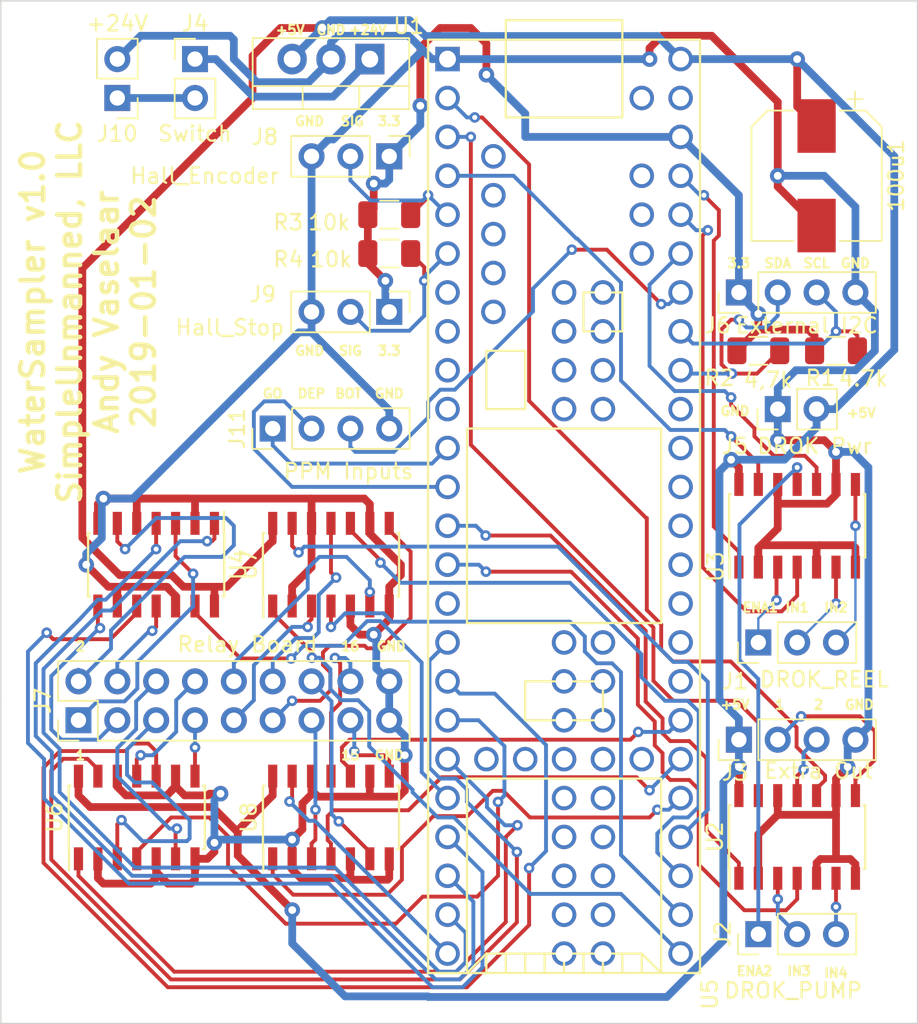
<source format=kicad_pcb>
(kicad_pcb (version 20171130) (host pcbnew 5.0.1)

  (general
    (thickness 1.6002)
    (drawings 41)
    (tracks 917)
    (zones 0)
    (modules 24)
    (nets 113)
  )

  (page USLetter)
  (layers
    (0 F.Cu signal)
    (31 B.Cu signal)
    (34 B.Paste user)
    (35 F.Paste user)
    (36 B.SilkS user)
    (37 F.SilkS user)
    (38 B.Mask user)
    (39 F.Mask user)
    (41 Cmts.User user)
    (44 Edge.Cuts user)
    (45 Margin user)
    (46 B.CrtYd user)
    (47 F.CrtYd user)
    (48 B.Fab user)
    (49 F.Fab user)
  )

  (setup
    (last_trace_width 0.254)
    (trace_clearance 0.254)
    (zone_clearance 0.508)
    (zone_45_only no)
    (trace_min 0.1524)
    (segment_width 0.2)
    (edge_width 0.1)
    (via_size 0.6858)
    (via_drill 0.3302)
    (via_min_size 0.508)
    (via_min_drill 0.254)
    (uvia_size 0.6858)
    (uvia_drill 0.3302)
    (uvias_allowed no)
    (uvia_min_size 0.2)
    (uvia_min_drill 0.1)
    (pcb_text_width 0.3)
    (pcb_text_size 1.5 1.5)
    (mod_edge_width 0.15)
    (mod_text_size 1 1)
    (mod_text_width 0.15)
    (pad_size 1.5 1.5)
    (pad_drill 0.6)
    (pad_to_mask_clearance 0.0508)
    (solder_mask_min_width 0.25)
    (aux_axis_origin 0 0)
    (visible_elements FFFFFF7F)
    (pcbplotparams
      (layerselection 0x010fc_ffffffff)
      (usegerberextensions false)
      (usegerberattributes false)
      (usegerberadvancedattributes false)
      (creategerberjobfile false)
      (excludeedgelayer true)
      (linewidth 0.100000)
      (plotframeref false)
      (viasonmask false)
      (mode 1)
      (useauxorigin false)
      (hpglpennumber 1)
      (hpglpenspeed 20)
      (hpglpendiameter 15.000000)
      (psnegative false)
      (psa4output false)
      (plotreference true)
      (plotvalue true)
      (plotinvisibletext false)
      (padsonsilk false)
      (subtractmaskfromsilk false)
      (outputformat 1)
      (mirror false)
      (drillshape 1)
      (scaleselection 1)
      (outputdirectory ""))
  )

  (net 0 "")
  (net 1 +5V)
  (net 2 GND)
  (net 3 /DROK_MC_IN2)
  (net 4 /DROK_MC_IN1)
  (net 5 /DROK_MC_ENA1)
  (net 6 /DROK_MC_ENA2)
  (net 7 /DROK_MC_IN3)
  (net 8 /DROK_MC_IN4)
  (net 9 /EXTRA_OUT1)
  (net 10 /EXTRA_OUT2)
  (net 11 +24V)
  (net 12 /SCL)
  (net 13 /SDA)
  (net 14 +3V3)
  (net 15 /Relays/RELAY_1)
  (net 16 /Relays/RELAY_2)
  (net 17 /Relays/RELAY_3)
  (net 18 /Relays/RELAY_4)
  (net 19 /Relays/RELAY_5)
  (net 20 /Relays/RELAY_6)
  (net 21 /Relays/RELAY_7)
  (net 22 /Relays/RELAY_8)
  (net 23 /Relays/RELAY_9)
  (net 24 /Relays/RELAY_10)
  (net 25 /Relays/RELAY_11)
  (net 26 /Relays/RELAY_12)
  (net 27 /Relays/RELAY_13)
  (net 28 /Relays/RELAY_14)
  (net 29 /Relays/RELAY_15)
  (net 30 /Relays/RELAY_16)
  (net 31 /Hall_Encoder)
  (net 32 /Hall_Stop)
  (net 33 /PIN_PUMP_O1)
  (net 34 /PIN_PUMP_O2)
  (net 35 /EXTRA_OUT_BUF1)
  (net 36 /EXTRA_OUT_BUF2)
  (net 37 /PIN_PUMP_ENA)
  (net 38 /PIN_REEL_O2)
  (net 39 /PIN_REEL_O1)
  (net 40 /PIN_REEL_ENA)
  (net 41 "Net-(U5-Pad15)")
  (net 42 "Net-(U5-Pad25)")
  (net 43 "Net-(U5-Pad26)")
  (net 44 "Net-(U5-Pad28)")
  (net 45 "Net-(U5-Pad29)")
  (net 46 "Net-(U5-Pad37)")
  (net 47 "Net-(U5-Pad10)")
  (net 48 "Net-(U5-Pad9)")
  (net 49 "Net-(U5-Pad8)")
  (net 50 "Net-(U5-Pad7)")
  (net 51 "Net-(U5-Pad38)")
  (net 52 "Net-(U5-Pad39)")
  (net 53 "Net-(U5-Pad40)")
  (net 54 "Net-(U5-Pad41)")
  (net 55 "Net-(U5-Pad42)")
  (net 56 "Net-(U5-Pad43)")
  (net 57 "Net-(U5-Pad44)")
  (net 58 "Net-(U5-Pad54)")
  (net 59 "Net-(U5-Pad56)")
  (net 60 "Net-(U5-Pad57)")
  (net 61 "Net-(U5-Pad63)")
  (net 62 "Net-(U5-Pad64)")
  (net 63 "Net-(U5-Pad65)")
  (net 64 "Net-(U5-Pad66)")
  (net 65 "Net-(U5-Pad67)")
  (net 66 "Net-(U5-Pad68)")
  (net 67 "Net-(U5-Pad69)")
  (net 68 "Net-(U5-Pad70)")
  (net 69 "Net-(U5-Pad71)")
  (net 70 "Net-(U5-Pad72)")
  (net 71 "Net-(U5-Pad73)")
  (net 72 "Net-(U5-Pad74)")
  (net 73 "Net-(U5-Pad75)")
  (net 74 "Net-(U5-Pad76)")
  (net 75 "Net-(U5-Pad77)")
  (net 76 "Net-(U5-Pad78)")
  (net 77 "Net-(U5-Pad79)")
  (net 78 "Net-(U5-Pad80)")
  (net 79 "Net-(U5-Pad81)")
  (net 80 "Net-(U5-Pad82)")
  (net 81 "Net-(U5-Pad83)")
  (net 82 "Net-(U5-Pad84)")
  (net 83 "Net-(U5-Pad85)")
  (net 84 "Net-(U5-Pad86)")
  (net 85 "Net-(U5-Pad58)")
  (net 86 "Net-(U5-Pad59)")
  (net 87 "Net-(U5-Pad60)")
  (net 88 "Net-(U5-Pad61)")
  (net 89 "Net-(U5-Pad62)")
  (net 90 VALVE_PIN_7)
  (net 91 VALVE_PIN_6)
  (net 92 VALVE_PIN_5)
  (net 93 VALVE_PIN_4)
  (net 94 VALVE_PIN_8)
  (net 95 VALVE_PIN_3)
  (net 96 VALVE_PIN_2)
  (net 97 VALVE_PIN_1)
  (net 98 VALVE_PIN_16)
  (net 99 VALVE_PIN_9)
  (net 100 VALVE_PIN_10)
  (net 101 VALVE_PIN_11)
  (net 102 VALVE_PIN_12)
  (net 103 VALVE_PIN_13)
  (net 104 VALVE_PIN_14)
  (net 105 VALVE_PIN_15)
  (net 106 /PPM_DEPTH)
  (net 107 /PPM_GO)
  (net 108 /PPM_BOTL_SEL)
  (net 109 /+24V_SW)
  (net 110 "Net-(U5-Pad55)")
  (net 111 "Net-(U5-Pad52)")
  (net 112 "Net-(U5-Pad27)")

  (net_class Default "This is the default net class."
    (clearance 0.254)
    (trace_width 0.254)
    (via_dia 0.6858)
    (via_drill 0.3302)
    (uvia_dia 0.6858)
    (uvia_drill 0.3302)
    (diff_pair_gap 0.1524)
    (diff_pair_width 0.1524)
    (add_net /DROK_MC_ENA1)
    (add_net /DROK_MC_ENA2)
    (add_net /DROK_MC_IN1)
    (add_net /DROK_MC_IN2)
    (add_net /DROK_MC_IN3)
    (add_net /DROK_MC_IN4)
    (add_net /EXTRA_OUT1)
    (add_net /EXTRA_OUT2)
    (add_net /EXTRA_OUT_BUF1)
    (add_net /EXTRA_OUT_BUF2)
    (add_net /Hall_Encoder)
    (add_net /Hall_Stop)
    (add_net /PIN_PUMP_ENA)
    (add_net /PIN_PUMP_O1)
    (add_net /PIN_PUMP_O2)
    (add_net /PIN_REEL_ENA)
    (add_net /PIN_REEL_O1)
    (add_net /PIN_REEL_O2)
    (add_net /PPM_BOTL_SEL)
    (add_net /PPM_DEPTH)
    (add_net /PPM_GO)
    (add_net /Relays/RELAY_1)
    (add_net /Relays/RELAY_10)
    (add_net /Relays/RELAY_11)
    (add_net /Relays/RELAY_12)
    (add_net /Relays/RELAY_13)
    (add_net /Relays/RELAY_14)
    (add_net /Relays/RELAY_15)
    (add_net /Relays/RELAY_16)
    (add_net /Relays/RELAY_2)
    (add_net /Relays/RELAY_3)
    (add_net /Relays/RELAY_4)
    (add_net /Relays/RELAY_5)
    (add_net /Relays/RELAY_6)
    (add_net /Relays/RELAY_7)
    (add_net /Relays/RELAY_8)
    (add_net /Relays/RELAY_9)
    (add_net /SCL)
    (add_net /SDA)
    (add_net "Net-(U5-Pad10)")
    (add_net "Net-(U5-Pad15)")
    (add_net "Net-(U5-Pad25)")
    (add_net "Net-(U5-Pad26)")
    (add_net "Net-(U5-Pad27)")
    (add_net "Net-(U5-Pad28)")
    (add_net "Net-(U5-Pad29)")
    (add_net "Net-(U5-Pad37)")
    (add_net "Net-(U5-Pad38)")
    (add_net "Net-(U5-Pad39)")
    (add_net "Net-(U5-Pad40)")
    (add_net "Net-(U5-Pad41)")
    (add_net "Net-(U5-Pad42)")
    (add_net "Net-(U5-Pad43)")
    (add_net "Net-(U5-Pad44)")
    (add_net "Net-(U5-Pad52)")
    (add_net "Net-(U5-Pad54)")
    (add_net "Net-(U5-Pad55)")
    (add_net "Net-(U5-Pad56)")
    (add_net "Net-(U5-Pad57)")
    (add_net "Net-(U5-Pad58)")
    (add_net "Net-(U5-Pad59)")
    (add_net "Net-(U5-Pad60)")
    (add_net "Net-(U5-Pad61)")
    (add_net "Net-(U5-Pad62)")
    (add_net "Net-(U5-Pad63)")
    (add_net "Net-(U5-Pad64)")
    (add_net "Net-(U5-Pad65)")
    (add_net "Net-(U5-Pad66)")
    (add_net "Net-(U5-Pad67)")
    (add_net "Net-(U5-Pad68)")
    (add_net "Net-(U5-Pad69)")
    (add_net "Net-(U5-Pad7)")
    (add_net "Net-(U5-Pad70)")
    (add_net "Net-(U5-Pad71)")
    (add_net "Net-(U5-Pad72)")
    (add_net "Net-(U5-Pad73)")
    (add_net "Net-(U5-Pad74)")
    (add_net "Net-(U5-Pad75)")
    (add_net "Net-(U5-Pad76)")
    (add_net "Net-(U5-Pad77)")
    (add_net "Net-(U5-Pad78)")
    (add_net "Net-(U5-Pad79)")
    (add_net "Net-(U5-Pad8)")
    (add_net "Net-(U5-Pad80)")
    (add_net "Net-(U5-Pad81)")
    (add_net "Net-(U5-Pad82)")
    (add_net "Net-(U5-Pad83)")
    (add_net "Net-(U5-Pad84)")
    (add_net "Net-(U5-Pad85)")
    (add_net "Net-(U5-Pad86)")
    (add_net "Net-(U5-Pad9)")
    (add_net VALVE_PIN_1)
    (add_net VALVE_PIN_10)
    (add_net VALVE_PIN_11)
    (add_net VALVE_PIN_12)
    (add_net VALVE_PIN_13)
    (add_net VALVE_PIN_14)
    (add_net VALVE_PIN_15)
    (add_net VALVE_PIN_16)
    (add_net VALVE_PIN_2)
    (add_net VALVE_PIN_3)
    (add_net VALVE_PIN_4)
    (add_net VALVE_PIN_5)
    (add_net VALVE_PIN_6)
    (add_net VALVE_PIN_7)
    (add_net VALVE_PIN_8)
    (add_net VALVE_PIN_9)
  )

  (net_class Power ""
    (clearance 0.254)
    (trace_width 0.508)
    (via_dia 1.016)
    (via_drill 0.508)
    (uvia_dia 0.6858)
    (uvia_drill 0.3302)
    (diff_pair_gap 0.1524)
    (diff_pair_width 0.1524)
    (add_net +24V)
    (add_net +3V3)
    (add_net +5V)
    (add_net /+24V_SW)
    (add_net GND)
  )

  (module Connector_PinHeader_2.54mm:PinHeader_1x04_P2.54mm_Vertical (layer F.Cu) (tedit 5C2CDD23) (tstamp 5C19440C)
    (at 148.59 78.74 90)
    (descr "Through hole straight pin header, 1x04, 2.54mm pitch, single row")
    (tags "Through hole pin header THT 1x04 2.54mm single row")
    (path /5C1CBB6C)
    (fp_text reference J11 (at 0 -2.33 90) (layer F.SilkS)
      (effects (font (size 1 1) (thickness 0.15)))
    )
    (fp_text value "PPM Inputs" (at -2.794 4.953 180) (layer F.SilkS)
      (effects (font (size 1 1) (thickness 0.15)))
    )
    (fp_line (start -0.635 -1.27) (end 1.27 -1.27) (layer F.Fab) (width 0.1))
    (fp_line (start 1.27 -1.27) (end 1.27 8.89) (layer F.Fab) (width 0.1))
    (fp_line (start 1.27 8.89) (end -1.27 8.89) (layer F.Fab) (width 0.1))
    (fp_line (start -1.27 8.89) (end -1.27 -0.635) (layer F.Fab) (width 0.1))
    (fp_line (start -1.27 -0.635) (end -0.635 -1.27) (layer F.Fab) (width 0.1))
    (fp_line (start -1.33 8.95) (end 1.33 8.95) (layer F.SilkS) (width 0.12))
    (fp_line (start -1.33 1.27) (end -1.33 8.95) (layer F.SilkS) (width 0.12))
    (fp_line (start 1.33 1.27) (end 1.33 8.95) (layer F.SilkS) (width 0.12))
    (fp_line (start -1.33 1.27) (end 1.33 1.27) (layer F.SilkS) (width 0.12))
    (fp_line (start -1.33 0) (end -1.33 -1.33) (layer F.SilkS) (width 0.12))
    (fp_line (start -1.33 -1.33) (end 0 -1.33) (layer F.SilkS) (width 0.12))
    (fp_line (start -1.8 -1.8) (end -1.8 9.4) (layer F.CrtYd) (width 0.05))
    (fp_line (start -1.8 9.4) (end 1.8 9.4) (layer F.CrtYd) (width 0.05))
    (fp_line (start 1.8 9.4) (end 1.8 -1.8) (layer F.CrtYd) (width 0.05))
    (fp_line (start 1.8 -1.8) (end -1.8 -1.8) (layer F.CrtYd) (width 0.05))
    (fp_text user %R (at 0 3.81 180) (layer F.Fab)
      (effects (font (size 1 1) (thickness 0.15)))
    )
    (pad 1 thru_hole rect (at 0 0 90) (size 1.7 1.7) (drill 1) (layers *.Cu *.Mask)
      (net 107 /PPM_GO))
    (pad 2 thru_hole oval (at 0 2.54 90) (size 1.7 1.7) (drill 1) (layers *.Cu *.Mask)
      (net 106 /PPM_DEPTH))
    (pad 3 thru_hole oval (at 0 5.08 90) (size 1.7 1.7) (drill 1) (layers *.Cu *.Mask)
      (net 108 /PPM_BOTL_SEL))
    (pad 4 thru_hole oval (at 0 7.62 90) (size 1.7 1.7) (drill 1) (layers *.Cu *.Mask)
      (net 2 GND))
    (model ${KISYS3DMOD}/Connector_PinHeader_2.54mm.3dshapes/PinHeader_1x04_P2.54mm_Vertical.wrl
      (at (xyz 0 0 0))
      (scale (xyz 1 1 1))
      (rotate (xyz 0 0 0))
    )
  )

  (module Connector_PinHeader_2.54mm:PinHeader_1x02_P2.54mm_Vertical (layer F.Cu) (tedit 5C2CDCF5) (tstamp 5C192C5D)
    (at 138.43 57.15 180)
    (descr "Through hole straight pin header, 1x02, 2.54mm pitch, single row")
    (tags "Through hole pin header THT 1x02 2.54mm single row")
    (path /5C1BDDC4)
    (fp_text reference J10 (at 0 -2.33 180) (layer F.SilkS)
      (effects (font (size 1 1) (thickness 0.15)))
    )
    (fp_text value +24V (at 0 4.87 180) (layer F.SilkS)
      (effects (font (size 1 1) (thickness 0.15)))
    )
    (fp_line (start -0.635 -1.27) (end 1.27 -1.27) (layer F.Fab) (width 0.1))
    (fp_line (start 1.27 -1.27) (end 1.27 3.81) (layer F.Fab) (width 0.1))
    (fp_line (start 1.27 3.81) (end -1.27 3.81) (layer F.Fab) (width 0.1))
    (fp_line (start -1.27 3.81) (end -1.27 -0.635) (layer F.Fab) (width 0.1))
    (fp_line (start -1.27 -0.635) (end -0.635 -1.27) (layer F.Fab) (width 0.1))
    (fp_line (start -1.33 3.87) (end 1.33 3.87) (layer F.SilkS) (width 0.12))
    (fp_line (start -1.33 1.27) (end -1.33 3.87) (layer F.SilkS) (width 0.12))
    (fp_line (start 1.33 1.27) (end 1.33 3.87) (layer F.SilkS) (width 0.12))
    (fp_line (start -1.33 1.27) (end 1.33 1.27) (layer F.SilkS) (width 0.12))
    (fp_line (start -1.33 0) (end -1.33 -1.33) (layer F.SilkS) (width 0.12))
    (fp_line (start -1.33 -1.33) (end 0 -1.33) (layer F.SilkS) (width 0.12))
    (fp_line (start -1.8 -1.8) (end -1.8 4.35) (layer F.CrtYd) (width 0.05))
    (fp_line (start -1.8 4.35) (end 1.8 4.35) (layer F.CrtYd) (width 0.05))
    (fp_line (start 1.8 4.35) (end 1.8 -1.8) (layer F.CrtYd) (width 0.05))
    (fp_line (start 1.8 -1.8) (end -1.8 -1.8) (layer F.CrtYd) (width 0.05))
    (fp_text user %R (at 0 1.27 270) (layer F.Fab)
      (effects (font (size 1 1) (thickness 0.15)))
    )
    (pad 1 thru_hole rect (at 0 0 180) (size 1.7 1.7) (drill 1) (layers *.Cu *.Mask)
      (net 11 +24V))
    (pad 2 thru_hole oval (at 0 2.54 180) (size 1.7 1.7) (drill 1) (layers *.Cu *.Mask)
      (net 2 GND))
    (model ${KISYS3DMOD}/Connector_PinHeader_2.54mm.3dshapes/PinHeader_1x02_P2.54mm_Vertical.wrl
      (at (xyz 0 0 0))
      (scale (xyz 1 1 1))
      (rotate (xyz 0 0 0))
    )
  )

  (module Capacitor_SMD:CP_Elec_8x10 (layer F.Cu) (tedit 5C2CDE78) (tstamp 5C2577E9)
    (at 184.15 62.23 270)
    (descr "SMT capacitor, aluminium electrolytic, 8x10, Nichicon ")
    (tags "Capacitor Electrolytic")
    (path /5C190E19)
    (attr smd)
    (fp_text reference 100u1 (at 0 -5.2 270) (layer F.SilkS)
      (effects (font (size 1 1) (thickness 0.15)))
    )
    (fp_text value CP1 (at 0 5.2 270) (layer F.Fab)
      (effects (font (size 1 1) (thickness 0.15)))
    )
    (fp_circle (center 0 0) (end 4 0) (layer F.Fab) (width 0.1))
    (fp_line (start 4.15 -4.15) (end 4.15 4.15) (layer F.Fab) (width 0.1))
    (fp_line (start -3.15 -4.15) (end 4.15 -4.15) (layer F.Fab) (width 0.1))
    (fp_line (start -3.15 4.15) (end 4.15 4.15) (layer F.Fab) (width 0.1))
    (fp_line (start -4.15 -3.15) (end -4.15 3.15) (layer F.Fab) (width 0.1))
    (fp_line (start -4.15 -3.15) (end -3.15 -4.15) (layer F.Fab) (width 0.1))
    (fp_line (start -4.15 3.15) (end -3.15 4.15) (layer F.Fab) (width 0.1))
    (fp_line (start -3.562278 -1.5) (end -2.762278 -1.5) (layer F.Fab) (width 0.1))
    (fp_line (start -3.162278 -1.9) (end -3.162278 -1.1) (layer F.Fab) (width 0.1))
    (fp_line (start 4.26 4.26) (end 4.26 1.51) (layer F.SilkS) (width 0.12))
    (fp_line (start 4.26 -4.26) (end 4.26 -1.51) (layer F.SilkS) (width 0.12))
    (fp_line (start -3.195563 -4.26) (end 4.26 -4.26) (layer F.SilkS) (width 0.12))
    (fp_line (start -3.195563 4.26) (end 4.26 4.26) (layer F.SilkS) (width 0.12))
    (fp_line (start -4.26 3.195563) (end -4.26 1.51) (layer F.SilkS) (width 0.12))
    (fp_line (start -4.26 -3.195563) (end -4.26 -1.51) (layer F.SilkS) (width 0.12))
    (fp_line (start -4.26 -3.195563) (end -3.195563 -4.26) (layer F.SilkS) (width 0.12))
    (fp_line (start -4.26 3.195563) (end -3.195563 4.26) (layer F.SilkS) (width 0.12))
    (fp_line (start -5.5 -2.51) (end -4.5 -2.51) (layer F.SilkS) (width 0.12))
    (fp_line (start -5 -3.01) (end -5 -2.01) (layer F.SilkS) (width 0.12))
    (fp_line (start 4.4 -4.4) (end 4.4 -1.5) (layer F.CrtYd) (width 0.05))
    (fp_line (start 4.4 -1.5) (end 5.25 -1.5) (layer F.CrtYd) (width 0.05))
    (fp_line (start 5.25 -1.5) (end 5.25 1.5) (layer F.CrtYd) (width 0.05))
    (fp_line (start 5.25 1.5) (end 4.4 1.5) (layer F.CrtYd) (width 0.05))
    (fp_line (start 4.4 1.5) (end 4.4 4.4) (layer F.CrtYd) (width 0.05))
    (fp_line (start -3.25 4.4) (end 4.4 4.4) (layer F.CrtYd) (width 0.05))
    (fp_line (start -3.25 -4.4) (end 4.4 -4.4) (layer F.CrtYd) (width 0.05))
    (fp_line (start -4.4 3.25) (end -3.25 4.4) (layer F.CrtYd) (width 0.05))
    (fp_line (start -4.4 -3.25) (end -3.25 -4.4) (layer F.CrtYd) (width 0.05))
    (fp_line (start -4.4 -3.25) (end -4.4 -1.5) (layer F.CrtYd) (width 0.05))
    (fp_line (start -4.4 1.5) (end -4.4 3.25) (layer F.CrtYd) (width 0.05))
    (fp_line (start -4.4 -1.5) (end -5.25 -1.5) (layer F.CrtYd) (width 0.05))
    (fp_line (start -5.25 -1.5) (end -5.25 1.5) (layer F.CrtYd) (width 0.05))
    (fp_line (start -5.25 1.5) (end -4.4 1.5) (layer F.CrtYd) (width 0.05))
    (fp_text user %R (at 0 0 270) (layer F.Fab)
      (effects (font (size 1 1) (thickness 0.15)))
    )
    (pad 1 smd rect (at -3.25 0 270) (size 3.5 2.5) (layers F.Cu F.Paste F.Mask)
      (net 1 +5V))
    (pad 2 smd rect (at 3.25 0 270) (size 3.5 2.5) (layers F.Cu F.Paste F.Mask)
      (net 2 GND))
    (model ${KISYS3DMOD}/Capacitor_SMD.3dshapes/CP_Elec_8x10.wrl
      (at (xyz 0 0 0))
      (scale (xyz 1 1 1))
      (rotate (xyz 0 0 0))
    )
  )

  (module Connector_PinHeader_2.54mm:PinHeader_1x03_P2.54mm_Vertical (layer F.Cu) (tedit 5C2CDD44) (tstamp 5C257800)
    (at 180.34 92.71 90)
    (descr "Through hole straight pin header, 1x03, 2.54mm pitch, single row")
    (tags "Through hole pin header THT 1x03 2.54mm single row")
    (path /5C1585D5)
    (fp_text reference J1 (at -2.54 -1.524 180) (layer F.SilkS)
      (effects (font (size 1 1) (thickness 0.15)))
    )
    (fp_text value DROK_REEL (at -2.413 4.318 180) (layer F.SilkS)
      (effects (font (size 1 1) (thickness 0.15)))
    )
    (fp_text user %R (at 0 2.54 180) (layer F.Fab)
      (effects (font (size 1 1) (thickness 0.15)))
    )
    (fp_line (start 1.8 -1.8) (end -1.8 -1.8) (layer F.CrtYd) (width 0.05))
    (fp_line (start 1.8 6.85) (end 1.8 -1.8) (layer F.CrtYd) (width 0.05))
    (fp_line (start -1.8 6.85) (end 1.8 6.85) (layer F.CrtYd) (width 0.05))
    (fp_line (start -1.8 -1.8) (end -1.8 6.85) (layer F.CrtYd) (width 0.05))
    (fp_line (start -1.33 -1.33) (end 0 -1.33) (layer F.SilkS) (width 0.12))
    (fp_line (start -1.33 0) (end -1.33 -1.33) (layer F.SilkS) (width 0.12))
    (fp_line (start -1.33 1.27) (end 1.33 1.27) (layer F.SilkS) (width 0.12))
    (fp_line (start 1.33 1.27) (end 1.33 6.41) (layer F.SilkS) (width 0.12))
    (fp_line (start -1.33 1.27) (end -1.33 6.41) (layer F.SilkS) (width 0.12))
    (fp_line (start -1.33 6.41) (end 1.33 6.41) (layer F.SilkS) (width 0.12))
    (fp_line (start -1.27 -0.635) (end -0.635 -1.27) (layer F.Fab) (width 0.1))
    (fp_line (start -1.27 6.35) (end -1.27 -0.635) (layer F.Fab) (width 0.1))
    (fp_line (start 1.27 6.35) (end -1.27 6.35) (layer F.Fab) (width 0.1))
    (fp_line (start 1.27 -1.27) (end 1.27 6.35) (layer F.Fab) (width 0.1))
    (fp_line (start -0.635 -1.27) (end 1.27 -1.27) (layer F.Fab) (width 0.1))
    (pad 3 thru_hole oval (at 0 5.08 90) (size 1.7 1.7) (drill 1) (layers *.Cu *.Mask)
      (net 3 /DROK_MC_IN2))
    (pad 2 thru_hole oval (at 0 2.54 90) (size 1.7 1.7) (drill 1) (layers *.Cu *.Mask)
      (net 4 /DROK_MC_IN1))
    (pad 1 thru_hole rect (at 0 0 90) (size 1.7 1.7) (drill 1) (layers *.Cu *.Mask)
      (net 5 /DROK_MC_ENA1))
    (model ${KISYS3DMOD}/Connector_PinHeader_2.54mm.3dshapes/PinHeader_1x03_P2.54mm_Vertical.wrl
      (at (xyz 0 0 0))
      (scale (xyz 1 1 1))
      (rotate (xyz 0 0 0))
    )
  )

  (module Connector_PinHeader_2.54mm:PinHeader_1x03_P2.54mm_Vertical (layer F.Cu) (tedit 5C2CDD3B) (tstamp 5C257817)
    (at 180.34 111.76 90)
    (descr "Through hole straight pin header, 1x03, 2.54mm pitch, single row")
    (tags "Through hole pin header THT 1x03 2.54mm single row")
    (path /5C15862F)
    (fp_text reference J2 (at 0 -2.33 90) (layer F.SilkS)
      (effects (font (size 1 1) (thickness 0.15)))
    )
    (fp_text value DROK_PUMP (at -3.683 2.286 180) (layer F.SilkS)
      (effects (font (size 1 1) (thickness 0.15)))
    )
    (fp_line (start -0.635 -1.27) (end 1.27 -1.27) (layer F.Fab) (width 0.1))
    (fp_line (start 1.27 -1.27) (end 1.27 6.35) (layer F.Fab) (width 0.1))
    (fp_line (start 1.27 6.35) (end -1.27 6.35) (layer F.Fab) (width 0.1))
    (fp_line (start -1.27 6.35) (end -1.27 -0.635) (layer F.Fab) (width 0.1))
    (fp_line (start -1.27 -0.635) (end -0.635 -1.27) (layer F.Fab) (width 0.1))
    (fp_line (start -1.33 6.41) (end 1.33 6.41) (layer F.SilkS) (width 0.12))
    (fp_line (start -1.33 1.27) (end -1.33 6.41) (layer F.SilkS) (width 0.12))
    (fp_line (start 1.33 1.27) (end 1.33 6.41) (layer F.SilkS) (width 0.12))
    (fp_line (start -1.33 1.27) (end 1.33 1.27) (layer F.SilkS) (width 0.12))
    (fp_line (start -1.33 0) (end -1.33 -1.33) (layer F.SilkS) (width 0.12))
    (fp_line (start -1.33 -1.33) (end 0 -1.33) (layer F.SilkS) (width 0.12))
    (fp_line (start -1.8 -1.8) (end -1.8 6.85) (layer F.CrtYd) (width 0.05))
    (fp_line (start -1.8 6.85) (end 1.8 6.85) (layer F.CrtYd) (width 0.05))
    (fp_line (start 1.8 6.85) (end 1.8 -1.8) (layer F.CrtYd) (width 0.05))
    (fp_line (start 1.8 -1.8) (end -1.8 -1.8) (layer F.CrtYd) (width 0.05))
    (fp_text user %R (at 0 2.54 180) (layer F.Fab)
      (effects (font (size 1 1) (thickness 0.15)))
    )
    (pad 1 thru_hole rect (at 0 0 90) (size 1.7 1.7) (drill 1) (layers *.Cu *.Mask)
      (net 6 /DROK_MC_ENA2))
    (pad 2 thru_hole oval (at 0 2.54 90) (size 1.7 1.7) (drill 1) (layers *.Cu *.Mask)
      (net 7 /DROK_MC_IN3))
    (pad 3 thru_hole oval (at 0 5.08 90) (size 1.7 1.7) (drill 1) (layers *.Cu *.Mask)
      (net 8 /DROK_MC_IN4))
    (model ${KISYS3DMOD}/Connector_PinHeader_2.54mm.3dshapes/PinHeader_1x03_P2.54mm_Vertical.wrl
      (at (xyz 0 0 0))
      (scale (xyz 1 1 1))
      (rotate (xyz 0 0 0))
    )
  )

  (module Connector_PinHeader_2.54mm:PinHeader_1x04_P2.54mm_Vertical (layer F.Cu) (tedit 5C2CDD40) (tstamp 5C25782F)
    (at 179.07 99.06 90)
    (descr "Through hole straight pin header, 1x04, 2.54mm pitch, single row")
    (tags "Through hole pin header THT 1x04 2.54mm single row")
    (path /5C1979C8)
    (fp_text reference J3 (at -2.159 -0.254 180) (layer F.SilkS)
      (effects (font (size 1 1) (thickness 0.15)))
    )
    (fp_text value "Extra Out" (at -2.032 5.207 180) (layer F.SilkS)
      (effects (font (size 1 1) (thickness 0.15)))
    )
    (fp_line (start -0.635 -1.27) (end 1.27 -1.27) (layer F.Fab) (width 0.1))
    (fp_line (start 1.27 -1.27) (end 1.27 8.89) (layer F.Fab) (width 0.1))
    (fp_line (start 1.27 8.89) (end -1.27 8.89) (layer F.Fab) (width 0.1))
    (fp_line (start -1.27 8.89) (end -1.27 -0.635) (layer F.Fab) (width 0.1))
    (fp_line (start -1.27 -0.635) (end -0.635 -1.27) (layer F.Fab) (width 0.1))
    (fp_line (start -1.33 8.95) (end 1.33 8.95) (layer F.SilkS) (width 0.12))
    (fp_line (start -1.33 1.27) (end -1.33 8.95) (layer F.SilkS) (width 0.12))
    (fp_line (start 1.33 1.27) (end 1.33 8.95) (layer F.SilkS) (width 0.12))
    (fp_line (start -1.33 1.27) (end 1.33 1.27) (layer F.SilkS) (width 0.12))
    (fp_line (start -1.33 0) (end -1.33 -1.33) (layer F.SilkS) (width 0.12))
    (fp_line (start -1.33 -1.33) (end 0 -1.33) (layer F.SilkS) (width 0.12))
    (fp_line (start -1.8 -1.8) (end -1.8 9.4) (layer F.CrtYd) (width 0.05))
    (fp_line (start -1.8 9.4) (end 1.8 9.4) (layer F.CrtYd) (width 0.05))
    (fp_line (start 1.8 9.4) (end 1.8 -1.8) (layer F.CrtYd) (width 0.05))
    (fp_line (start 1.8 -1.8) (end -1.8 -1.8) (layer F.CrtYd) (width 0.05))
    (fp_text user %R (at 0 3.81 180) (layer F.Fab)
      (effects (font (size 1 1) (thickness 0.15)))
    )
    (pad 1 thru_hole rect (at 0 0 90) (size 1.7 1.7) (drill 1) (layers *.Cu *.Mask)
      (net 1 +5V))
    (pad 2 thru_hole oval (at 0 2.54 90) (size 1.7 1.7) (drill 1) (layers *.Cu *.Mask)
      (net 9 /EXTRA_OUT1))
    (pad 3 thru_hole oval (at 0 5.08 90) (size 1.7 1.7) (drill 1) (layers *.Cu *.Mask)
      (net 10 /EXTRA_OUT2))
    (pad 4 thru_hole oval (at 0 7.62 90) (size 1.7 1.7) (drill 1) (layers *.Cu *.Mask)
      (net 2 GND))
    (model ${KISYS3DMOD}/Connector_PinHeader_2.54mm.3dshapes/PinHeader_1x04_P2.54mm_Vertical.wrl
      (at (xyz 0 0 0))
      (scale (xyz 1 1 1))
      (rotate (xyz 0 0 0))
    )
  )

  (module Connector_PinHeader_2.54mm:PinHeader_1x02_P2.54mm_Vertical (layer F.Cu) (tedit 5C2CDCFF) (tstamp 5C257845)
    (at 143.51 54.61)
    (descr "Through hole straight pin header, 1x02, 2.54mm pitch, single row")
    (tags "Through hole pin header THT 1x02 2.54mm single row")
    (path /5C25D867)
    (fp_text reference J4 (at 0 -2.33) (layer F.SilkS)
      (effects (font (size 1 1) (thickness 0.15)))
    )
    (fp_text value Switch (at 0 4.87) (layer F.SilkS)
      (effects (font (size 1 1) (thickness 0.15)))
    )
    (fp_line (start -0.635 -1.27) (end 1.27 -1.27) (layer F.Fab) (width 0.1))
    (fp_line (start 1.27 -1.27) (end 1.27 3.81) (layer F.Fab) (width 0.1))
    (fp_line (start 1.27 3.81) (end -1.27 3.81) (layer F.Fab) (width 0.1))
    (fp_line (start -1.27 3.81) (end -1.27 -0.635) (layer F.Fab) (width 0.1))
    (fp_line (start -1.27 -0.635) (end -0.635 -1.27) (layer F.Fab) (width 0.1))
    (fp_line (start -1.33 3.87) (end 1.33 3.87) (layer F.SilkS) (width 0.12))
    (fp_line (start -1.33 1.27) (end -1.33 3.87) (layer F.SilkS) (width 0.12))
    (fp_line (start 1.33 1.27) (end 1.33 3.87) (layer F.SilkS) (width 0.12))
    (fp_line (start -1.33 1.27) (end 1.33 1.27) (layer F.SilkS) (width 0.12))
    (fp_line (start -1.33 0) (end -1.33 -1.33) (layer F.SilkS) (width 0.12))
    (fp_line (start -1.33 -1.33) (end 0 -1.33) (layer F.SilkS) (width 0.12))
    (fp_line (start -1.8 -1.8) (end -1.8 4.35) (layer F.CrtYd) (width 0.05))
    (fp_line (start -1.8 4.35) (end 1.8 4.35) (layer F.CrtYd) (width 0.05))
    (fp_line (start 1.8 4.35) (end 1.8 -1.8) (layer F.CrtYd) (width 0.05))
    (fp_line (start 1.8 -1.8) (end -1.8 -1.8) (layer F.CrtYd) (width 0.05))
    (fp_text user %R (at 0 1.27 90) (layer F.Fab)
      (effects (font (size 1 1) (thickness 0.15)))
    )
    (pad 1 thru_hole rect (at 0 0) (size 1.7 1.7) (drill 1) (layers *.Cu *.Mask)
      (net 109 /+24V_SW))
    (pad 2 thru_hole oval (at 0 2.54) (size 1.7 1.7) (drill 1) (layers *.Cu *.Mask)
      (net 11 +24V))
    (model ${KISYS3DMOD}/Connector_PinHeader_2.54mm.3dshapes/PinHeader_1x02_P2.54mm_Vertical.wrl
      (at (xyz 0 0 0))
      (scale (xyz 1 1 1))
      (rotate (xyz 0 0 0))
    )
  )

  (module Connector_PinHeader_2.54mm:PinHeader_1x02_P2.54mm_Vertical (layer F.Cu) (tedit 5C2CDD4B) (tstamp 5C25785B)
    (at 181.61 77.47 90)
    (descr "Through hole straight pin header, 1x02, 2.54mm pitch, single row")
    (tags "Through hole pin header THT 1x02 2.54mm single row")
    (path /5C155F57)
    (fp_text reference J5 (at -2.413 -2.794 180) (layer F.SilkS)
      (effects (font (size 1 1) (thickness 0.15)))
    )
    (fp_text value "DROK Pwr" (at -2.413 2.413 180) (layer F.SilkS)
      (effects (font (size 1 1) (thickness 0.15)))
    )
    (fp_text user %R (at 0 1.27 180) (layer F.Fab)
      (effects (font (size 1 1) (thickness 0.15)))
    )
    (fp_line (start 1.8 -1.8) (end -1.8 -1.8) (layer F.CrtYd) (width 0.05))
    (fp_line (start 1.8 4.35) (end 1.8 -1.8) (layer F.CrtYd) (width 0.05))
    (fp_line (start -1.8 4.35) (end 1.8 4.35) (layer F.CrtYd) (width 0.05))
    (fp_line (start -1.8 -1.8) (end -1.8 4.35) (layer F.CrtYd) (width 0.05))
    (fp_line (start -1.33 -1.33) (end 0 -1.33) (layer F.SilkS) (width 0.12))
    (fp_line (start -1.33 0) (end -1.33 -1.33) (layer F.SilkS) (width 0.12))
    (fp_line (start -1.33 1.27) (end 1.33 1.27) (layer F.SilkS) (width 0.12))
    (fp_line (start 1.33 1.27) (end 1.33 3.87) (layer F.SilkS) (width 0.12))
    (fp_line (start -1.33 1.27) (end -1.33 3.87) (layer F.SilkS) (width 0.12))
    (fp_line (start -1.33 3.87) (end 1.33 3.87) (layer F.SilkS) (width 0.12))
    (fp_line (start -1.27 -0.635) (end -0.635 -1.27) (layer F.Fab) (width 0.1))
    (fp_line (start -1.27 3.81) (end -1.27 -0.635) (layer F.Fab) (width 0.1))
    (fp_line (start 1.27 3.81) (end -1.27 3.81) (layer F.Fab) (width 0.1))
    (fp_line (start 1.27 -1.27) (end 1.27 3.81) (layer F.Fab) (width 0.1))
    (fp_line (start -0.635 -1.27) (end 1.27 -1.27) (layer F.Fab) (width 0.1))
    (pad 2 thru_hole oval (at 0 2.54 90) (size 1.7 1.7) (drill 1) (layers *.Cu *.Mask)
      (net 1 +5V))
    (pad 1 thru_hole rect (at 0 0 90) (size 1.7 1.7) (drill 1) (layers *.Cu *.Mask)
      (net 2 GND))
    (model ${KISYS3DMOD}/Connector_PinHeader_2.54mm.3dshapes/PinHeader_1x02_P2.54mm_Vertical.wrl
      (at (xyz 0 0 0))
      (scale (xyz 1 1 1))
      (rotate (xyz 0 0 0))
    )
  )

  (module Connector_PinHeader_2.54mm:PinHeader_1x04_P2.54mm_Vertical (layer F.Cu) (tedit 5C2CDD5C) (tstamp 5C257873)
    (at 179.07 69.85 90)
    (descr "Through hole straight pin header, 1x04, 2.54mm pitch, single row")
    (tags "Through hole pin header THT 1x04 2.54mm single row")
    (path /5C14CA81)
    (fp_text reference J6 (at -2.159 -1.397 180) (layer F.SilkS)
      (effects (font (size 1 1) (thickness 0.15)))
    )
    (fp_text value "External I2C" (at -2.159 4.445 180) (layer F.SilkS)
      (effects (font (size 1 1) (thickness 0.15)))
    )
    (fp_text user %R (at 0 3.81 180) (layer F.Fab)
      (effects (font (size 1 1) (thickness 0.15)))
    )
    (fp_line (start 1.8 -1.8) (end -1.8 -1.8) (layer F.CrtYd) (width 0.05))
    (fp_line (start 1.8 9.4) (end 1.8 -1.8) (layer F.CrtYd) (width 0.05))
    (fp_line (start -1.8 9.4) (end 1.8 9.4) (layer F.CrtYd) (width 0.05))
    (fp_line (start -1.8 -1.8) (end -1.8 9.4) (layer F.CrtYd) (width 0.05))
    (fp_line (start -1.33 -1.33) (end 0 -1.33) (layer F.SilkS) (width 0.12))
    (fp_line (start -1.33 0) (end -1.33 -1.33) (layer F.SilkS) (width 0.12))
    (fp_line (start -1.33 1.27) (end 1.33 1.27) (layer F.SilkS) (width 0.12))
    (fp_line (start 1.33 1.27) (end 1.33 8.95) (layer F.SilkS) (width 0.12))
    (fp_line (start -1.33 1.27) (end -1.33 8.95) (layer F.SilkS) (width 0.12))
    (fp_line (start -1.33 8.95) (end 1.33 8.95) (layer F.SilkS) (width 0.12))
    (fp_line (start -1.27 -0.635) (end -0.635 -1.27) (layer F.Fab) (width 0.1))
    (fp_line (start -1.27 8.89) (end -1.27 -0.635) (layer F.Fab) (width 0.1))
    (fp_line (start 1.27 8.89) (end -1.27 8.89) (layer F.Fab) (width 0.1))
    (fp_line (start 1.27 -1.27) (end 1.27 8.89) (layer F.Fab) (width 0.1))
    (fp_line (start -0.635 -1.27) (end 1.27 -1.27) (layer F.Fab) (width 0.1))
    (pad 4 thru_hole oval (at 0 7.62 90) (size 1.7 1.7) (drill 1) (layers *.Cu *.Mask)
      (net 2 GND))
    (pad 3 thru_hole oval (at 0 5.08 90) (size 1.7 1.7) (drill 1) (layers *.Cu *.Mask)
      (net 12 /SCL))
    (pad 2 thru_hole oval (at 0 2.54 90) (size 1.7 1.7) (drill 1) (layers *.Cu *.Mask)
      (net 13 /SDA))
    (pad 1 thru_hole rect (at 0 0 90) (size 1.7 1.7) (drill 1) (layers *.Cu *.Mask)
      (net 14 +3V3))
    (model ${KISYS3DMOD}/Connector_PinHeader_2.54mm.3dshapes/PinHeader_1x04_P2.54mm_Vertical.wrl
      (at (xyz 0 0 0))
      (scale (xyz 1 1 1))
      (rotate (xyz 0 0 0))
    )
  )

  (module Connector_PinHeader_2.54mm:PinHeader_2x09_P2.54mm_Vertical (layer F.Cu) (tedit 5C2CDD30) (tstamp 5C25789B)
    (at 135.89 97.79 90)
    (descr "Through hole straight pin header, 2x09, 2.54mm pitch, double rows")
    (tags "Through hole pin header THT 2x09 2.54mm double row")
    (path /5C1FA064/5C174A36)
    (fp_text reference J7 (at 1.27 -2.33 90) (layer F.SilkS)
      (effects (font (size 1 1) (thickness 0.15)))
    )
    (fp_text value "Relay Board" (at 4.953 11.049 180) (layer F.SilkS)
      (effects (font (size 1 1) (thickness 0.15)))
    )
    (fp_line (start 0 -1.27) (end 3.81 -1.27) (layer F.Fab) (width 0.1))
    (fp_line (start 3.81 -1.27) (end 3.81 21.59) (layer F.Fab) (width 0.1))
    (fp_line (start 3.81 21.59) (end -1.27 21.59) (layer F.Fab) (width 0.1))
    (fp_line (start -1.27 21.59) (end -1.27 0) (layer F.Fab) (width 0.1))
    (fp_line (start -1.27 0) (end 0 -1.27) (layer F.Fab) (width 0.1))
    (fp_line (start -1.33 21.65) (end 3.87 21.65) (layer F.SilkS) (width 0.12))
    (fp_line (start -1.33 1.27) (end -1.33 21.65) (layer F.SilkS) (width 0.12))
    (fp_line (start 3.87 -1.33) (end 3.87 21.65) (layer F.SilkS) (width 0.12))
    (fp_line (start -1.33 1.27) (end 1.27 1.27) (layer F.SilkS) (width 0.12))
    (fp_line (start 1.27 1.27) (end 1.27 -1.33) (layer F.SilkS) (width 0.12))
    (fp_line (start 1.27 -1.33) (end 3.87 -1.33) (layer F.SilkS) (width 0.12))
    (fp_line (start -1.33 0) (end -1.33 -1.33) (layer F.SilkS) (width 0.12))
    (fp_line (start -1.33 -1.33) (end 0 -1.33) (layer F.SilkS) (width 0.12))
    (fp_line (start -1.8 -1.8) (end -1.8 22.1) (layer F.CrtYd) (width 0.05))
    (fp_line (start -1.8 22.1) (end 4.35 22.1) (layer F.CrtYd) (width 0.05))
    (fp_line (start 4.35 22.1) (end 4.35 -1.8) (layer F.CrtYd) (width 0.05))
    (fp_line (start 4.35 -1.8) (end -1.8 -1.8) (layer F.CrtYd) (width 0.05))
    (fp_text user %R (at 1.27 10.16 180) (layer F.Fab)
      (effects (font (size 1 1) (thickness 0.15)))
    )
    (pad 1 thru_hole rect (at 0 0 90) (size 1.7 1.7) (drill 1) (layers *.Cu *.Mask)
      (net 15 /Relays/RELAY_1))
    (pad 2 thru_hole oval (at 2.54 0 90) (size 1.7 1.7) (drill 1) (layers *.Cu *.Mask)
      (net 16 /Relays/RELAY_2))
    (pad 3 thru_hole oval (at 0 2.54 90) (size 1.7 1.7) (drill 1) (layers *.Cu *.Mask)
      (net 17 /Relays/RELAY_3))
    (pad 4 thru_hole oval (at 2.54 2.54 90) (size 1.7 1.7) (drill 1) (layers *.Cu *.Mask)
      (net 18 /Relays/RELAY_4))
    (pad 5 thru_hole oval (at 0 5.08 90) (size 1.7 1.7) (drill 1) (layers *.Cu *.Mask)
      (net 19 /Relays/RELAY_5))
    (pad 6 thru_hole oval (at 2.54 5.08 90) (size 1.7 1.7) (drill 1) (layers *.Cu *.Mask)
      (net 20 /Relays/RELAY_6))
    (pad 7 thru_hole oval (at 0 7.62 90) (size 1.7 1.7) (drill 1) (layers *.Cu *.Mask)
      (net 21 /Relays/RELAY_7))
    (pad 8 thru_hole oval (at 2.54 7.62 90) (size 1.7 1.7) (drill 1) (layers *.Cu *.Mask)
      (net 22 /Relays/RELAY_8))
    (pad 9 thru_hole oval (at 0 10.16 90) (size 1.7 1.7) (drill 1) (layers *.Cu *.Mask)
      (net 23 /Relays/RELAY_9))
    (pad 10 thru_hole oval (at 2.54 10.16 90) (size 1.7 1.7) (drill 1) (layers *.Cu *.Mask)
      (net 24 /Relays/RELAY_10))
    (pad 11 thru_hole oval (at 0 12.7 90) (size 1.7 1.7) (drill 1) (layers *.Cu *.Mask)
      (net 25 /Relays/RELAY_11))
    (pad 12 thru_hole oval (at 2.54 12.7 90) (size 1.7 1.7) (drill 1) (layers *.Cu *.Mask)
      (net 26 /Relays/RELAY_12))
    (pad 13 thru_hole oval (at 0 15.24 90) (size 1.7 1.7) (drill 1) (layers *.Cu *.Mask)
      (net 27 /Relays/RELAY_13))
    (pad 14 thru_hole oval (at 2.54 15.24 90) (size 1.7 1.7) (drill 1) (layers *.Cu *.Mask)
      (net 28 /Relays/RELAY_14))
    (pad 15 thru_hole oval (at 0 17.78 90) (size 1.7 1.7) (drill 1) (layers *.Cu *.Mask)
      (net 29 /Relays/RELAY_15))
    (pad 16 thru_hole oval (at 2.54 17.78 90) (size 1.7 1.7) (drill 1) (layers *.Cu *.Mask)
      (net 30 /Relays/RELAY_16))
    (pad 17 thru_hole oval (at 0 20.32 90) (size 1.7 1.7) (drill 1) (layers *.Cu *.Mask)
      (net 2 GND))
    (pad 18 thru_hole oval (at 2.54 20.32 90) (size 1.7 1.7) (drill 1) (layers *.Cu *.Mask)
      (net 2 GND))
    (model ${KISYS3DMOD}/Connector_PinHeader_2.54mm.3dshapes/PinHeader_2x09_P2.54mm_Vertical.wrl
      (at (xyz 0 0 0))
      (scale (xyz 1 1 1))
      (rotate (xyz 0 0 0))
    )
  )

  (module Connector_PinHeader_2.54mm:PinHeader_1x03_P2.54mm_Vertical (layer F.Cu) (tedit 5C2CDD07) (tstamp 5C2578B2)
    (at 156.21 60.96 270)
    (descr "Through hole straight pin header, 1x03, 2.54mm pitch, single row")
    (tags "Through hole pin header THT 1x03 2.54mm single row")
    (path /5C1284C7)
    (fp_text reference J8 (at -1.27 8.128) (layer F.SilkS)
      (effects (font (size 1 1) (thickness 0.15)))
    )
    (fp_text value Hall_Encoder (at 1.27 12.065 180) (layer F.SilkS)
      (effects (font (size 1 1) (thickness 0.15)))
    )
    (fp_text user %R (at 0 2.54) (layer F.Fab)
      (effects (font (size 1 1) (thickness 0.15)))
    )
    (fp_line (start 1.8 -1.8) (end -1.8 -1.8) (layer F.CrtYd) (width 0.05))
    (fp_line (start 1.8 6.85) (end 1.8 -1.8) (layer F.CrtYd) (width 0.05))
    (fp_line (start -1.8 6.85) (end 1.8 6.85) (layer F.CrtYd) (width 0.05))
    (fp_line (start -1.8 -1.8) (end -1.8 6.85) (layer F.CrtYd) (width 0.05))
    (fp_line (start -1.33 -1.33) (end 0 -1.33) (layer F.SilkS) (width 0.12))
    (fp_line (start -1.33 0) (end -1.33 -1.33) (layer F.SilkS) (width 0.12))
    (fp_line (start -1.33 1.27) (end 1.33 1.27) (layer F.SilkS) (width 0.12))
    (fp_line (start 1.33 1.27) (end 1.33 6.41) (layer F.SilkS) (width 0.12))
    (fp_line (start -1.33 1.27) (end -1.33 6.41) (layer F.SilkS) (width 0.12))
    (fp_line (start -1.33 6.41) (end 1.33 6.41) (layer F.SilkS) (width 0.12))
    (fp_line (start -1.27 -0.635) (end -0.635 -1.27) (layer F.Fab) (width 0.1))
    (fp_line (start -1.27 6.35) (end -1.27 -0.635) (layer F.Fab) (width 0.1))
    (fp_line (start 1.27 6.35) (end -1.27 6.35) (layer F.Fab) (width 0.1))
    (fp_line (start 1.27 -1.27) (end 1.27 6.35) (layer F.Fab) (width 0.1))
    (fp_line (start -0.635 -1.27) (end 1.27 -1.27) (layer F.Fab) (width 0.1))
    (pad 3 thru_hole oval (at 0 5.08 270) (size 1.7 1.7) (drill 1) (layers *.Cu *.Mask)
      (net 2 GND))
    (pad 2 thru_hole oval (at 0 2.54 270) (size 1.7 1.7) (drill 1) (layers *.Cu *.Mask)
      (net 31 /Hall_Encoder))
    (pad 1 thru_hole rect (at 0 0 270) (size 1.7 1.7) (drill 1) (layers *.Cu *.Mask)
      (net 14 +3V3))
    (model ${KISYS3DMOD}/Connector_PinHeader_2.54mm.3dshapes/PinHeader_1x03_P2.54mm_Vertical.wrl
      (at (xyz 0 0 0))
      (scale (xyz 1 1 1))
      (rotate (xyz 0 0 0))
    )
  )

  (module Connector_PinHeader_2.54mm:PinHeader_1x03_P2.54mm_Vertical (layer F.Cu) (tedit 5C2CDD1E) (tstamp 5C2578C9)
    (at 156.21 71.12 270)
    (descr "Through hole straight pin header, 1x03, 2.54mm pitch, single row")
    (tags "Through hole pin header THT 1x03 2.54mm single row")
    (path /5C128537)
    (fp_text reference J9 (at -1.143 8.255) (layer F.SilkS)
      (effects (font (size 1 1) (thickness 0.15)))
    )
    (fp_text value Hall_Stop (at 1.016 10.414) (layer F.SilkS)
      (effects (font (size 1 1) (thickness 0.15)))
    )
    (fp_line (start -0.635 -1.27) (end 1.27 -1.27) (layer F.Fab) (width 0.1))
    (fp_line (start 1.27 -1.27) (end 1.27 6.35) (layer F.Fab) (width 0.1))
    (fp_line (start 1.27 6.35) (end -1.27 6.35) (layer F.Fab) (width 0.1))
    (fp_line (start -1.27 6.35) (end -1.27 -0.635) (layer F.Fab) (width 0.1))
    (fp_line (start -1.27 -0.635) (end -0.635 -1.27) (layer F.Fab) (width 0.1))
    (fp_line (start -1.33 6.41) (end 1.33 6.41) (layer F.SilkS) (width 0.12))
    (fp_line (start -1.33 1.27) (end -1.33 6.41) (layer F.SilkS) (width 0.12))
    (fp_line (start 1.33 1.27) (end 1.33 6.41) (layer F.SilkS) (width 0.12))
    (fp_line (start -1.33 1.27) (end 1.33 1.27) (layer F.SilkS) (width 0.12))
    (fp_line (start -1.33 0) (end -1.33 -1.33) (layer F.SilkS) (width 0.12))
    (fp_line (start -1.33 -1.33) (end 0 -1.33) (layer F.SilkS) (width 0.12))
    (fp_line (start -1.8 -1.8) (end -1.8 6.85) (layer F.CrtYd) (width 0.05))
    (fp_line (start -1.8 6.85) (end 1.8 6.85) (layer F.CrtYd) (width 0.05))
    (fp_line (start 1.8 6.85) (end 1.8 -1.8) (layer F.CrtYd) (width 0.05))
    (fp_line (start 1.8 -1.8) (end -1.8 -1.8) (layer F.CrtYd) (width 0.05))
    (fp_text user %R (at 0 2.54) (layer F.Fab)
      (effects (font (size 1 1) (thickness 0.15)))
    )
    (pad 1 thru_hole rect (at 0 0 270) (size 1.7 1.7) (drill 1) (layers *.Cu *.Mask)
      (net 14 +3V3))
    (pad 2 thru_hole oval (at 0 2.54 270) (size 1.7 1.7) (drill 1) (layers *.Cu *.Mask)
      (net 32 /Hall_Stop))
    (pad 3 thru_hole oval (at 0 5.08 270) (size 1.7 1.7) (drill 1) (layers *.Cu *.Mask)
      (net 2 GND))
    (model ${KISYS3DMOD}/Connector_PinHeader_2.54mm.3dshapes/PinHeader_1x03_P2.54mm_Vertical.wrl
      (at (xyz 0 0 0))
      (scale (xyz 1 1 1))
      (rotate (xyz 0 0 0))
    )
  )

  (module Resistor_SMD:R_1206_3216Metric (layer F.Cu) (tedit 5C2CDD56) (tstamp 5C2578DA)
    (at 185.42 73.66)
    (descr "Resistor SMD 1206 (3216 Metric), square (rectangular) end terminal, IPC_7351 nominal, (Body size source: http://www.tortai-tech.com/upload/download/2011102023233369053.pdf), generated with kicad-footprint-generator")
    (tags resistor)
    (path /5C13F5FD)
    (attr smd)
    (fp_text reference R1 (at -1.016 1.778) (layer F.SilkS)
      (effects (font (size 1 1) (thickness 0.15)))
    )
    (fp_text value 4.7k (at 1.778 1.82) (layer F.SilkS)
      (effects (font (size 1 1) (thickness 0.15)))
    )
    (fp_line (start -1.6 0.8) (end -1.6 -0.8) (layer F.Fab) (width 0.1))
    (fp_line (start -1.6 -0.8) (end 1.6 -0.8) (layer F.Fab) (width 0.1))
    (fp_line (start 1.6 -0.8) (end 1.6 0.8) (layer F.Fab) (width 0.1))
    (fp_line (start 1.6 0.8) (end -1.6 0.8) (layer F.Fab) (width 0.1))
    (fp_line (start -0.602064 -0.91) (end 0.602064 -0.91) (layer F.SilkS) (width 0.12))
    (fp_line (start -0.602064 0.91) (end 0.602064 0.91) (layer F.SilkS) (width 0.12))
    (fp_line (start -2.28 1.12) (end -2.28 -1.12) (layer F.CrtYd) (width 0.05))
    (fp_line (start -2.28 -1.12) (end 2.28 -1.12) (layer F.CrtYd) (width 0.05))
    (fp_line (start 2.28 -1.12) (end 2.28 1.12) (layer F.CrtYd) (width 0.05))
    (fp_line (start 2.28 1.12) (end -2.28 1.12) (layer F.CrtYd) (width 0.05))
    (fp_text user %R (at 0 0) (layer F.Fab)
      (effects (font (size 0.8 0.8) (thickness 0.12)))
    )
    (pad 1 smd roundrect (at -1.4 0) (size 1.25 1.75) (layers F.Cu F.Paste F.Mask) (roundrect_rratio 0.2)
      (net 14 +3V3))
    (pad 2 smd roundrect (at 1.4 0) (size 1.25 1.75) (layers F.Cu F.Paste F.Mask) (roundrect_rratio 0.2)
      (net 12 /SCL))
    (model ${KISYS3DMOD}/Resistor_SMD.3dshapes/R_1206_3216Metric.wrl
      (at (xyz 0 0 0))
      (scale (xyz 1 1 1))
      (rotate (xyz 0 0 0))
    )
  )

  (module Resistor_SMD:R_1206_3216Metric (layer F.Cu) (tedit 5C2CDD52) (tstamp 5C2597F9)
    (at 180.34 73.66)
    (descr "Resistor SMD 1206 (3216 Metric), square (rectangular) end terminal, IPC_7351 nominal, (Body size source: http://www.tortai-tech.com/upload/download/2011102023233369053.pdf), generated with kicad-footprint-generator")
    (tags resistor)
    (path /5C13F64C)
    (attr smd)
    (fp_text reference R2 (at -2.54 1.778) (layer F.SilkS)
      (effects (font (size 1 1) (thickness 0.15)))
    )
    (fp_text value 4,7k (at 0.635 1.905) (layer F.SilkS)
      (effects (font (size 1 1) (thickness 0.15)))
    )
    (fp_text user %R (at 0 0) (layer F.Fab)
      (effects (font (size 0.8 0.8) (thickness 0.12)))
    )
    (fp_line (start 2.28 1.12) (end -2.28 1.12) (layer F.CrtYd) (width 0.05))
    (fp_line (start 2.28 -1.12) (end 2.28 1.12) (layer F.CrtYd) (width 0.05))
    (fp_line (start -2.28 -1.12) (end 2.28 -1.12) (layer F.CrtYd) (width 0.05))
    (fp_line (start -2.28 1.12) (end -2.28 -1.12) (layer F.CrtYd) (width 0.05))
    (fp_line (start -0.602064 0.91) (end 0.602064 0.91) (layer F.SilkS) (width 0.12))
    (fp_line (start -0.602064 -0.91) (end 0.602064 -0.91) (layer F.SilkS) (width 0.12))
    (fp_line (start 1.6 0.8) (end -1.6 0.8) (layer F.Fab) (width 0.1))
    (fp_line (start 1.6 -0.8) (end 1.6 0.8) (layer F.Fab) (width 0.1))
    (fp_line (start -1.6 -0.8) (end 1.6 -0.8) (layer F.Fab) (width 0.1))
    (fp_line (start -1.6 0.8) (end -1.6 -0.8) (layer F.Fab) (width 0.1))
    (pad 2 smd roundrect (at 1.4 0) (size 1.25 1.75) (layers F.Cu F.Paste F.Mask) (roundrect_rratio 0.2)
      (net 13 /SDA))
    (pad 1 smd roundrect (at -1.4 0) (size 1.25 1.75) (layers F.Cu F.Paste F.Mask) (roundrect_rratio 0.2)
      (net 14 +3V3))
    (model ${KISYS3DMOD}/Resistor_SMD.3dshapes/R_1206_3216Metric.wrl
      (at (xyz 0 0 0))
      (scale (xyz 1 1 1))
      (rotate (xyz 0 0 0))
    )
  )

  (module Resistor_SMD:R_1206_3216Metric (layer F.Cu) (tedit 5C2CDD0D) (tstamp 5C2578FC)
    (at 156.21 64.77)
    (descr "Resistor SMD 1206 (3216 Metric), square (rectangular) end terminal, IPC_7351 nominal, (Body size source: http://www.tortai-tech.com/upload/download/2011102023233369053.pdf), generated with kicad-footprint-generator")
    (tags resistor)
    (path /5C13F7E1)
    (attr smd)
    (fp_text reference R3 (at -6.604 0.508) (layer F.SilkS)
      (effects (font (size 1 1) (thickness 0.15)))
    )
    (fp_text value 10k (at -3.937 0.508) (layer F.SilkS)
      (effects (font (size 1 1) (thickness 0.15)))
    )
    (fp_text user %R (at 0 0) (layer F.Fab)
      (effects (font (size 0.8 0.8) (thickness 0.12)))
    )
    (fp_line (start 2.28 1.12) (end -2.28 1.12) (layer F.CrtYd) (width 0.05))
    (fp_line (start 2.28 -1.12) (end 2.28 1.12) (layer F.CrtYd) (width 0.05))
    (fp_line (start -2.28 -1.12) (end 2.28 -1.12) (layer F.CrtYd) (width 0.05))
    (fp_line (start -2.28 1.12) (end -2.28 -1.12) (layer F.CrtYd) (width 0.05))
    (fp_line (start -0.602064 0.91) (end 0.602064 0.91) (layer F.SilkS) (width 0.12))
    (fp_line (start -0.602064 -0.91) (end 0.602064 -0.91) (layer F.SilkS) (width 0.12))
    (fp_line (start 1.6 0.8) (end -1.6 0.8) (layer F.Fab) (width 0.1))
    (fp_line (start 1.6 -0.8) (end 1.6 0.8) (layer F.Fab) (width 0.1))
    (fp_line (start -1.6 -0.8) (end 1.6 -0.8) (layer F.Fab) (width 0.1))
    (fp_line (start -1.6 0.8) (end -1.6 -0.8) (layer F.Fab) (width 0.1))
    (pad 2 smd roundrect (at 1.4 0) (size 1.25 1.75) (layers F.Cu F.Paste F.Mask) (roundrect_rratio 0.2)
      (net 31 /Hall_Encoder))
    (pad 1 smd roundrect (at -1.4 0) (size 1.25 1.75) (layers F.Cu F.Paste F.Mask) (roundrect_rratio 0.2)
      (net 14 +3V3))
    (model ${KISYS3DMOD}/Resistor_SMD.3dshapes/R_1206_3216Metric.wrl
      (at (xyz 0 0 0))
      (scale (xyz 1 1 1))
      (rotate (xyz 0 0 0))
    )
  )

  (module Resistor_SMD:R_1206_3216Metric (layer F.Cu) (tedit 5C2CDD13) (tstamp 5C25790D)
    (at 156.21 67.31)
    (descr "Resistor SMD 1206 (3216 Metric), square (rectangular) end terminal, IPC_7351 nominal, (Body size source: http://www.tortai-tech.com/upload/download/2011102023233369053.pdf), generated with kicad-footprint-generator")
    (tags resistor)
    (path /5C13F833)
    (attr smd)
    (fp_text reference R4 (at -6.604 0.381) (layer F.SilkS)
      (effects (font (size 1 1) (thickness 0.15)))
    )
    (fp_text value 10k (at -3.81 0.381) (layer F.SilkS)
      (effects (font (size 1 1) (thickness 0.15)))
    )
    (fp_line (start -1.6 0.8) (end -1.6 -0.8) (layer F.Fab) (width 0.1))
    (fp_line (start -1.6 -0.8) (end 1.6 -0.8) (layer F.Fab) (width 0.1))
    (fp_line (start 1.6 -0.8) (end 1.6 0.8) (layer F.Fab) (width 0.1))
    (fp_line (start 1.6 0.8) (end -1.6 0.8) (layer F.Fab) (width 0.1))
    (fp_line (start -0.602064 -0.91) (end 0.602064 -0.91) (layer F.SilkS) (width 0.12))
    (fp_line (start -0.602064 0.91) (end 0.602064 0.91) (layer F.SilkS) (width 0.12))
    (fp_line (start -2.28 1.12) (end -2.28 -1.12) (layer F.CrtYd) (width 0.05))
    (fp_line (start -2.28 -1.12) (end 2.28 -1.12) (layer F.CrtYd) (width 0.05))
    (fp_line (start 2.28 -1.12) (end 2.28 1.12) (layer F.CrtYd) (width 0.05))
    (fp_line (start 2.28 1.12) (end -2.28 1.12) (layer F.CrtYd) (width 0.05))
    (fp_text user %R (at 0 0) (layer F.Fab)
      (effects (font (size 0.8 0.8) (thickness 0.12)))
    )
    (pad 1 smd roundrect (at -1.4 0) (size 1.25 1.75) (layers F.Cu F.Paste F.Mask) (roundrect_rratio 0.2)
      (net 14 +3V3))
    (pad 2 smd roundrect (at 1.4 0) (size 1.25 1.75) (layers F.Cu F.Paste F.Mask) (roundrect_rratio 0.2)
      (net 32 /Hall_Stop))
    (model ${KISYS3DMOD}/Resistor_SMD.3dshapes/R_1206_3216Metric.wrl
      (at (xyz 0 0 0))
      (scale (xyz 1 1 1))
      (rotate (xyz 0 0 0))
    )
  )

  (module Package_TO_SOT_THT:TO-220-3_Vertical (layer F.Cu) (tedit 5AC8BA0D) (tstamp 5C257927)
    (at 154.94 54.61 180)
    (descr "TO-220-3, Vertical, RM 2.54mm, see https://www.vishay.com/docs/66542/to-220-1.pdf")
    (tags "TO-220-3 Vertical RM 2.54mm")
    (path /5C0EB4D8)
    (fp_text reference U1 (at -2.54 2.159 180) (layer F.SilkS)
      (effects (font (size 1 1) (thickness 0.15)))
    )
    (fp_text value OKI-78SR (at 2.54 2.5 180) (layer F.Fab)
      (effects (font (size 1 1) (thickness 0.15)))
    )
    (fp_line (start -2.46 -3.15) (end -2.46 1.25) (layer F.Fab) (width 0.1))
    (fp_line (start -2.46 1.25) (end 7.54 1.25) (layer F.Fab) (width 0.1))
    (fp_line (start 7.54 1.25) (end 7.54 -3.15) (layer F.Fab) (width 0.1))
    (fp_line (start 7.54 -3.15) (end -2.46 -3.15) (layer F.Fab) (width 0.1))
    (fp_line (start -2.46 -1.88) (end 7.54 -1.88) (layer F.Fab) (width 0.1))
    (fp_line (start 0.69 -3.15) (end 0.69 -1.88) (layer F.Fab) (width 0.1))
    (fp_line (start 4.39 -3.15) (end 4.39 -1.88) (layer F.Fab) (width 0.1))
    (fp_line (start -2.58 -3.27) (end 7.66 -3.27) (layer F.SilkS) (width 0.12))
    (fp_line (start -2.58 1.371) (end 7.66 1.371) (layer F.SilkS) (width 0.12))
    (fp_line (start -2.58 -3.27) (end -2.58 1.371) (layer F.SilkS) (width 0.12))
    (fp_line (start 7.66 -3.27) (end 7.66 1.371) (layer F.SilkS) (width 0.12))
    (fp_line (start -2.58 -1.76) (end 7.66 -1.76) (layer F.SilkS) (width 0.12))
    (fp_line (start 0.69 -3.27) (end 0.69 -1.76) (layer F.SilkS) (width 0.12))
    (fp_line (start 4.391 -3.27) (end 4.391 -1.76) (layer F.SilkS) (width 0.12))
    (fp_line (start -2.71 -3.4) (end -2.71 1.51) (layer F.CrtYd) (width 0.05))
    (fp_line (start -2.71 1.51) (end 7.79 1.51) (layer F.CrtYd) (width 0.05))
    (fp_line (start 7.79 1.51) (end 7.79 -3.4) (layer F.CrtYd) (width 0.05))
    (fp_line (start 7.79 -3.4) (end -2.71 -3.4) (layer F.CrtYd) (width 0.05))
    (fp_text user %R (at 2.54 -4.27 180) (layer F.Fab)
      (effects (font (size 1 1) (thickness 0.15)))
    )
    (pad 1 thru_hole rect (at 0 0 180) (size 1.905 2) (drill 1.1) (layers *.Cu *.Mask)
      (net 109 /+24V_SW))
    (pad 2 thru_hole oval (at 2.54 0 180) (size 1.905 2) (drill 1.1) (layers *.Cu *.Mask)
      (net 2 GND))
    (pad 3 thru_hole oval (at 5.08 0 180) (size 1.905 2) (drill 1.1) (layers *.Cu *.Mask)
      (net 1 +5V))
    (model ${KISYS3DMOD}/Package_TO_SOT_THT.3dshapes/TO-220-3_Vertical.wrl
      (at (xyz 0 0 0))
      (scale (xyz 1 1 1))
      (rotate (xyz 0 0 0))
    )
  )

  (module Package_SO:SOIC-14_3.9x8.7mm_P1.27mm (layer F.Cu) (tedit 5A02F2D3) (tstamp 5C25794A)
    (at 182.88 105.41 90)
    (descr "14-Lead Plastic Small Outline (SL) - Narrow, 3.90 mm Body [SOIC] (see Microchip Packaging Specification 00000049BS.pdf)")
    (tags "SOIC 1.27")
    (path /5C0E8D0E)
    (attr smd)
    (fp_text reference U2 (at 0 -5.375 90) (layer F.SilkS)
      (effects (font (size 1 1) (thickness 0.15)))
    )
    (fp_text value 74LS125 (at 0 5.375 90) (layer F.Fab)
      (effects (font (size 1 1) (thickness 0.15)))
    )
    (fp_text user %R (at 0 -1.015001 90) (layer F.Fab)
      (effects (font (size 0.9 0.9) (thickness 0.135)))
    )
    (fp_line (start -0.95 -4.35) (end 1.95 -4.35) (layer F.Fab) (width 0.15))
    (fp_line (start 1.95 -4.35) (end 1.95 4.35) (layer F.Fab) (width 0.15))
    (fp_line (start 1.95 4.35) (end -1.95 4.35) (layer F.Fab) (width 0.15))
    (fp_line (start -1.95 4.35) (end -1.95 -3.35) (layer F.Fab) (width 0.15))
    (fp_line (start -1.95 -3.35) (end -0.95 -4.35) (layer F.Fab) (width 0.15))
    (fp_line (start -3.7 -4.65) (end -3.7 4.65) (layer F.CrtYd) (width 0.05))
    (fp_line (start 3.7 -4.65) (end 3.7 4.65) (layer F.CrtYd) (width 0.05))
    (fp_line (start -3.7 -4.65) (end 3.7 -4.65) (layer F.CrtYd) (width 0.05))
    (fp_line (start -3.7 4.65) (end 3.7 4.65) (layer F.CrtYd) (width 0.05))
    (fp_line (start -2.075 -4.45) (end -2.075 -4.425) (layer F.SilkS) (width 0.15))
    (fp_line (start 2.075 -4.45) (end 2.075 -4.335) (layer F.SilkS) (width 0.15))
    (fp_line (start 2.075 4.45) (end 2.075 4.335) (layer F.SilkS) (width 0.15))
    (fp_line (start -2.075 4.45) (end -2.075 4.335) (layer F.SilkS) (width 0.15))
    (fp_line (start -2.075 -4.45) (end 2.075 -4.45) (layer F.SilkS) (width 0.15))
    (fp_line (start -2.075 4.45) (end 2.075 4.45) (layer F.SilkS) (width 0.15))
    (fp_line (start -2.075 -4.425) (end -3.45 -4.425) (layer F.SilkS) (width 0.15))
    (pad 1 smd rect (at -2.7 -3.81 90) (size 1.5 0.6) (layers F.Cu F.Paste F.Mask)
      (net 33 /PIN_PUMP_O1))
    (pad 2 smd rect (at -2.7 -2.54 90) (size 1.5 0.6) (layers F.Cu F.Paste F.Mask)
      (net 2 GND))
    (pad 3 smd rect (at -2.7 -1.27 90) (size 1.5 0.6) (layers F.Cu F.Paste F.Mask)
      (net 7 /DROK_MC_IN3))
    (pad 4 smd rect (at -2.7 0 90) (size 1.5 0.6) (layers F.Cu F.Paste F.Mask)
      (net 34 /PIN_PUMP_O2))
    (pad 5 smd rect (at -2.7 1.27 90) (size 1.5 0.6) (layers F.Cu F.Paste F.Mask)
      (net 2 GND))
    (pad 6 smd rect (at -2.7 2.54 90) (size 1.5 0.6) (layers F.Cu F.Paste F.Mask)
      (net 8 /DROK_MC_IN4))
    (pad 7 smd rect (at -2.7 3.81 90) (size 1.5 0.6) (layers F.Cu F.Paste F.Mask)
      (net 2 GND))
    (pad 8 smd rect (at 2.7 3.81 90) (size 1.5 0.6) (layers F.Cu F.Paste F.Mask)
      (net 9 /EXTRA_OUT1))
    (pad 9 smd rect (at 2.7 2.54 90) (size 1.5 0.6) (layers F.Cu F.Paste F.Mask)
      (net 2 GND))
    (pad 10 smd rect (at 2.7 1.27 90) (size 1.5 0.6) (layers F.Cu F.Paste F.Mask)
      (net 35 /EXTRA_OUT_BUF1))
    (pad 11 smd rect (at 2.7 0 90) (size 1.5 0.6) (layers F.Cu F.Paste F.Mask)
      (net 10 /EXTRA_OUT2))
    (pad 12 smd rect (at 2.7 -1.27 90) (size 1.5 0.6) (layers F.Cu F.Paste F.Mask)
      (net 2 GND))
    (pad 13 smd rect (at 2.7 -2.54 90) (size 1.5 0.6) (layers F.Cu F.Paste F.Mask)
      (net 36 /EXTRA_OUT_BUF2))
    (pad 14 smd rect (at 2.7 -3.81 90) (size 1.5 0.6) (layers F.Cu F.Paste F.Mask)
      (net 1 +5V))
    (model ${KISYS3DMOD}/Package_SO.3dshapes/SOIC-14_3.9x8.7mm_P1.27mm.wrl
      (at (xyz 0 0 0))
      (scale (xyz 1 1 1))
      (rotate (xyz 0 0 0))
    )
  )

  (module Package_SO:SOIC-14_3.9x8.7mm_P1.27mm (layer F.Cu) (tedit 5A02F2D3) (tstamp 5C25BAB0)
    (at 182.88 85.09 90)
    (descr "14-Lead Plastic Small Outline (SL) - Narrow, 3.90 mm Body [SOIC] (see Microchip Packaging Specification 00000049BS.pdf)")
    (tags "SOIC 1.27")
    (path /5C0E8B1D)
    (attr smd)
    (fp_text reference U3 (at -2.667 -5.334 90) (layer F.SilkS)
      (effects (font (size 1 1) (thickness 0.15)))
    )
    (fp_text value 74LS125 (at 0 5.375 90) (layer F.Fab)
      (effects (font (size 1 1) (thickness 0.15)))
    )
    (fp_line (start -2.075 -4.425) (end -3.45 -4.425) (layer F.SilkS) (width 0.15))
    (fp_line (start -2.075 4.45) (end 2.075 4.45) (layer F.SilkS) (width 0.15))
    (fp_line (start -2.075 -4.45) (end 2.075 -4.45) (layer F.SilkS) (width 0.15))
    (fp_line (start -2.075 4.45) (end -2.075 4.335) (layer F.SilkS) (width 0.15))
    (fp_line (start 2.075 4.45) (end 2.075 4.335) (layer F.SilkS) (width 0.15))
    (fp_line (start 2.075 -4.45) (end 2.075 -4.335) (layer F.SilkS) (width 0.15))
    (fp_line (start -2.075 -4.45) (end -2.075 -4.425) (layer F.SilkS) (width 0.15))
    (fp_line (start -3.7 4.65) (end 3.7 4.65) (layer F.CrtYd) (width 0.05))
    (fp_line (start -3.7 -4.65) (end 3.7 -4.65) (layer F.CrtYd) (width 0.05))
    (fp_line (start 3.7 -4.65) (end 3.7 4.65) (layer F.CrtYd) (width 0.05))
    (fp_line (start -3.7 -4.65) (end -3.7 4.65) (layer F.CrtYd) (width 0.05))
    (fp_line (start -1.95 -3.35) (end -0.95 -4.35) (layer F.Fab) (width 0.15))
    (fp_line (start -1.95 4.35) (end -1.95 -3.35) (layer F.Fab) (width 0.15))
    (fp_line (start 1.95 4.35) (end -1.95 4.35) (layer F.Fab) (width 0.15))
    (fp_line (start 1.95 -4.35) (end 1.95 4.35) (layer F.Fab) (width 0.15))
    (fp_line (start -0.95 -4.35) (end 1.95 -4.35) (layer F.Fab) (width 0.15))
    (fp_text user %R (at 0 0 90) (layer F.Fab)
      (effects (font (size 0.9 0.9) (thickness 0.135)))
    )
    (pad 14 smd rect (at 2.7 -3.81 90) (size 1.5 0.6) (layers F.Cu F.Paste F.Mask)
      (net 1 +5V))
    (pad 13 smd rect (at 2.7 -2.54 90) (size 1.5 0.6) (layers F.Cu F.Paste F.Mask)
      (net 37 /PIN_PUMP_ENA))
    (pad 12 smd rect (at 2.7 -1.27 90) (size 1.5 0.6) (layers F.Cu F.Paste F.Mask)
      (net 2 GND))
    (pad 11 smd rect (at 2.7 0 90) (size 1.5 0.6) (layers F.Cu F.Paste F.Mask)
      (net 6 /DROK_MC_ENA2))
    (pad 10 smd rect (at 2.7 1.27 90) (size 1.5 0.6) (layers F.Cu F.Paste F.Mask)
      (net 38 /PIN_REEL_O2))
    (pad 9 smd rect (at 2.7 2.54 90) (size 1.5 0.6) (layers F.Cu F.Paste F.Mask)
      (net 2 GND))
    (pad 8 smd rect (at 2.7 3.81 90) (size 1.5 0.6) (layers F.Cu F.Paste F.Mask)
      (net 3 /DROK_MC_IN2))
    (pad 7 smd rect (at -2.7 3.81 90) (size 1.5 0.6) (layers F.Cu F.Paste F.Mask)
      (net 2 GND))
    (pad 6 smd rect (at -2.7 2.54 90) (size 1.5 0.6) (layers F.Cu F.Paste F.Mask)
      (net 4 /DROK_MC_IN1))
    (pad 5 smd rect (at -2.7 1.27 90) (size 1.5 0.6) (layers F.Cu F.Paste F.Mask)
      (net 2 GND))
    (pad 4 smd rect (at -2.7 0 90) (size 1.5 0.6) (layers F.Cu F.Paste F.Mask)
      (net 39 /PIN_REEL_O1))
    (pad 3 smd rect (at -2.7 -1.27 90) (size 1.5 0.6) (layers F.Cu F.Paste F.Mask)
      (net 5 /DROK_MC_ENA1))
    (pad 2 smd rect (at -2.7 -2.54 90) (size 1.5 0.6) (layers F.Cu F.Paste F.Mask)
      (net 2 GND))
    (pad 1 smd rect (at -2.7 -3.81 90) (size 1.5 0.6) (layers F.Cu F.Paste F.Mask)
      (net 40 /PIN_REEL_ENA))
    (model ${KISYS3DMOD}/Package_SO.3dshapes/SOIC-14_3.9x8.7mm_P1.27mm.wrl
      (at (xyz 0 0 0))
      (scale (xyz 1 1 1))
      (rotate (xyz 0 0 0))
    )
  )

  (module Package_SO:SOIC-14_3.9x8.7mm_P1.27mm (layer F.Cu) (tedit 5A02F2D3) (tstamp 5C257990)
    (at 140.97 87.63 270)
    (descr "14-Lead Plastic Small Outline (SL) - Narrow, 3.90 mm Body [SOIC] (see Microchip Packaging Specification 00000049BS.pdf)")
    (tags "SOIC 1.27")
    (path /5C1FA064/5C200073)
    (attr smd)
    (fp_text reference U4 (at 0 -5.375 270) (layer F.SilkS)
      (effects (font (size 1 1) (thickness 0.15)))
    )
    (fp_text value 74LS125 (at 0 5.375 270) (layer F.Fab)
      (effects (font (size 1 1) (thickness 0.15)))
    )
    (fp_text user %R (at 0 0 270) (layer F.Fab)
      (effects (font (size 0.9 0.9) (thickness 0.135)))
    )
    (fp_line (start -0.95 -4.35) (end 1.95 -4.35) (layer F.Fab) (width 0.15))
    (fp_line (start 1.95 -4.35) (end 1.95 4.35) (layer F.Fab) (width 0.15))
    (fp_line (start 1.95 4.35) (end -1.95 4.35) (layer F.Fab) (width 0.15))
    (fp_line (start -1.95 4.35) (end -1.95 -3.35) (layer F.Fab) (width 0.15))
    (fp_line (start -1.95 -3.35) (end -0.95 -4.35) (layer F.Fab) (width 0.15))
    (fp_line (start -3.7 -4.65) (end -3.7 4.65) (layer F.CrtYd) (width 0.05))
    (fp_line (start 3.7 -4.65) (end 3.7 4.65) (layer F.CrtYd) (width 0.05))
    (fp_line (start -3.7 -4.65) (end 3.7 -4.65) (layer F.CrtYd) (width 0.05))
    (fp_line (start -3.7 4.65) (end 3.7 4.65) (layer F.CrtYd) (width 0.05))
    (fp_line (start -2.075 -4.45) (end -2.075 -4.425) (layer F.SilkS) (width 0.15))
    (fp_line (start 2.075 -4.45) (end 2.075 -4.335) (layer F.SilkS) (width 0.15))
    (fp_line (start 2.075 4.45) (end 2.075 4.335) (layer F.SilkS) (width 0.15))
    (fp_line (start -2.075 4.45) (end -2.075 4.335) (layer F.SilkS) (width 0.15))
    (fp_line (start -2.075 -4.45) (end 2.075 -4.45) (layer F.SilkS) (width 0.15))
    (fp_line (start -2.075 4.45) (end 2.075 4.45) (layer F.SilkS) (width 0.15))
    (fp_line (start -2.075 -4.425) (end -3.45 -4.425) (layer F.SilkS) (width 0.15))
    (pad 1 smd rect (at -2.7 -3.81 270) (size 1.5 0.6) (layers F.Cu F.Paste F.Mask)
      (net 97 VALVE_PIN_1))
    (pad 2 smd rect (at -2.7 -2.54 270) (size 1.5 0.6) (layers F.Cu F.Paste F.Mask)
      (net 2 GND))
    (pad 3 smd rect (at -2.7 -1.27 270) (size 1.5 0.6) (layers F.Cu F.Paste F.Mask)
      (net 15 /Relays/RELAY_1))
    (pad 4 smd rect (at -2.7 0 270) (size 1.5 0.6) (layers F.Cu F.Paste F.Mask)
      (net 96 VALVE_PIN_2))
    (pad 5 smd rect (at -2.7 1.27 270) (size 1.5 0.6) (layers F.Cu F.Paste F.Mask)
      (net 2 GND))
    (pad 6 smd rect (at -2.7 2.54 270) (size 1.5 0.6) (layers F.Cu F.Paste F.Mask)
      (net 16 /Relays/RELAY_2))
    (pad 7 smd rect (at -2.7 3.81 270) (size 1.5 0.6) (layers F.Cu F.Paste F.Mask)
      (net 2 GND))
    (pad 8 smd rect (at 2.7 3.81 270) (size 1.5 0.6) (layers F.Cu F.Paste F.Mask)
      (net 17 /Relays/RELAY_3))
    (pad 9 smd rect (at 2.7 2.54 270) (size 1.5 0.6) (layers F.Cu F.Paste F.Mask)
      (net 2 GND))
    (pad 10 smd rect (at 2.7 1.27 270) (size 1.5 0.6) (layers F.Cu F.Paste F.Mask)
      (net 95 VALVE_PIN_3))
    (pad 11 smd rect (at 2.7 0 270) (size 1.5 0.6) (layers F.Cu F.Paste F.Mask)
      (net 18 /Relays/RELAY_4))
    (pad 12 smd rect (at 2.7 -1.27 270) (size 1.5 0.6) (layers F.Cu F.Paste F.Mask)
      (net 2 GND))
    (pad 13 smd rect (at 2.7 -2.54 270) (size 1.5 0.6) (layers F.Cu F.Paste F.Mask)
      (net 93 VALVE_PIN_4))
    (pad 14 smd rect (at 2.7 -3.81 270) (size 1.5 0.6) (layers F.Cu F.Paste F.Mask)
      (net 1 +5V))
    (model ${KISYS3DMOD}/Package_SO.3dshapes/SOIC-14_3.9x8.7mm_P1.27mm.wrl
      (at (xyz 0 0 0))
      (scale (xyz 1 1 1))
      (rotate (xyz 0 0 0))
    )
  )

  (module teensy:Teensy35_36 (layer F.Cu) (tedit 58E3CF68) (tstamp 5C257A13)
    (at 167.64 83.82 270)
    (path /5C0F8C94)
    (fp_text reference U5 (at 31.877 -9.525 270) (layer F.SilkS)
      (effects (font (size 1 1) (thickness 0.15)))
    )
    (fp_text value Teensy3.6 (at -0.127 -0.127 270) (layer F.Fab)
      (effects (font (size 1 1) (thickness 0.15)))
    )
    (fp_line (start -13.97 -3.81) (end -13.97 -1.27) (layer F.SilkS) (width 0.15))
    (fp_line (start -13.97 -1.27) (end -11.43 -1.27) (layer F.SilkS) (width 0.15))
    (fp_line (start -11.43 -1.27) (end -11.43 -3.81) (layer F.SilkS) (width 0.15))
    (fp_line (start -11.43 -3.81) (end -13.97 -3.81) (layer F.SilkS) (width 0.15))
    (fp_line (start -6.35 5.08) (end -10.16 5.08) (layer F.SilkS) (width 0.15))
    (fp_line (start -10.16 5.08) (end -10.16 2.54) (layer F.SilkS) (width 0.15))
    (fp_line (start -10.16 2.54) (end -6.35 2.54) (layer F.SilkS) (width 0.15))
    (fp_line (start -6.35 2.54) (end -6.35 5.08) (layer F.SilkS) (width 0.15))
    (fp_line (start 7.62 6.35) (end 7.62 -6.35) (layer F.SilkS) (width 0.15))
    (fp_line (start -5.08 -6.35) (end -5.08 6.35) (layer F.SilkS) (width 0.15))
    (fp_line (start -5.08 6.35) (end 7.62 6.35) (layer F.SilkS) (width 0.15))
    (fp_line (start -5.08 -6.35) (end 7.62 -6.35) (layer F.SilkS) (width 0.15))
    (fp_line (start 29.21 5.08) (end 30.48 5.08) (layer F.SilkS) (width 0.15))
    (fp_line (start 29.21 3.81) (end 30.48 3.81) (layer F.SilkS) (width 0.15))
    (fp_line (start 29.21 2.54) (end 30.48 2.54) (layer F.SilkS) (width 0.15))
    (fp_line (start 29.21 1.27) (end 30.48 1.27) (layer F.SilkS) (width 0.15))
    (fp_line (start 29.21 0) (end 30.48 0) (layer F.SilkS) (width 0.15))
    (fp_line (start 29.21 -1.27) (end 30.48 -1.27) (layer F.SilkS) (width 0.15))
    (fp_line (start 29.21 -2.54) (end 30.48 -2.54) (layer F.SilkS) (width 0.15))
    (fp_line (start 29.21 -3.81) (end 30.48 -3.81) (layer F.SilkS) (width 0.15))
    (fp_line (start 29.21 -5.08) (end 30.48 -5.08) (layer F.SilkS) (width 0.15))
    (fp_line (start 30.48 6.35) (end 29.21 5.08) (layer F.SilkS) (width 0.15))
    (fp_line (start 29.21 5.08) (end 29.21 -5.08) (layer F.SilkS) (width 0.15))
    (fp_line (start 29.21 -5.08) (end 30.48 -6.35) (layer F.SilkS) (width 0.15))
    (fp_line (start 30.48 -6.35) (end 17.78 -6.35) (layer F.SilkS) (width 0.15))
    (fp_line (start 17.78 -6.35) (end 17.78 6.35) (layer F.SilkS) (width 0.15))
    (fp_line (start 17.78 6.35) (end 30.48 6.35) (layer F.SilkS) (width 0.15))
    (fp_line (start 30.48 -8.89) (end -30.48 -8.89) (layer F.SilkS) (width 0.15))
    (fp_line (start -30.48 8.89) (end 30.48 8.89) (layer F.SilkS) (width 0.15))
    (fp_line (start -30.48 3.81) (end -31.75 3.81) (layer F.SilkS) (width 0.15))
    (fp_line (start -31.75 3.81) (end -31.75 -3.81) (layer F.SilkS) (width 0.15))
    (fp_line (start -31.75 -3.81) (end -30.48 -3.81) (layer F.SilkS) (width 0.15))
    (fp_line (start -25.4 3.81) (end -25.4 -3.81) (layer F.SilkS) (width 0.15))
    (fp_line (start -25.4 -3.81) (end -30.48 -3.81) (layer F.SilkS) (width 0.15))
    (fp_line (start -25.4 3.81) (end -30.48 3.81) (layer F.SilkS) (width 0.15))
    (fp_line (start 13.97 -2.54) (end 13.97 2.54) (layer F.SilkS) (width 0.15))
    (fp_line (start 13.97 2.54) (end 11.43 2.54) (layer F.SilkS) (width 0.15))
    (fp_line (start 11.43 2.54) (end 11.43 -2.54) (layer F.SilkS) (width 0.15))
    (fp_line (start 11.43 -2.54) (end 13.97 -2.54) (layer F.SilkS) (width 0.15))
    (fp_line (start 30.48 -8.89) (end 30.48 8.89) (layer F.SilkS) (width 0.15))
    (fp_line (start -30.48 8.89) (end -30.48 -8.89) (layer F.SilkS) (width 0.15))
    (pad 17 thru_hole circle (at 11.43 7.62 270) (size 1.6 1.6) (drill 1.1) (layers *.Cu *.Mask)
      (net 90 VALVE_PIN_7))
    (pad 18 thru_hole circle (at 13.97 7.62 270) (size 1.6 1.6) (drill 1.1) (layers *.Cu *.Mask)
      (net 91 VALVE_PIN_6))
    (pad 19 thru_hole circle (at 16.51 7.62 270) (size 1.6 1.6) (drill 1.1) (layers *.Cu *.Mask)
      (net 92 VALVE_PIN_5))
    (pad 20 thru_hole circle (at 19.05 7.62 270) (size 1.6 1.6) (drill 1.1) (layers *.Cu *.Mask)
      (net 93 VALVE_PIN_4))
    (pad 16 thru_hole circle (at 8.89 7.62 270) (size 1.6 1.6) (drill 1.1) (layers *.Cu *.Mask)
      (net 94 VALVE_PIN_8))
    (pad 15 thru_hole circle (at 6.35 7.62 270) (size 1.6 1.6) (drill 1.1) (layers *.Cu *.Mask)
      (net 41 "Net-(U5-Pad15)"))
    (pad 14 thru_hole circle (at 3.81 7.62 270) (size 1.6 1.6) (drill 1.1) (layers *.Cu *.Mask)
      (net 34 /PIN_PUMP_O2))
    (pad 21 thru_hole circle (at 21.59 7.62 270) (size 1.6 1.6) (drill 1.1) (layers *.Cu *.Mask)
      (net 95 VALVE_PIN_3))
    (pad 22 thru_hole circle (at 24.13 7.62 270) (size 1.6 1.6) (drill 1.1) (layers *.Cu *.Mask)
      (net 96 VALVE_PIN_2))
    (pad 23 thru_hole circle (at 26.67 7.62 270) (size 1.6 1.6) (drill 1.1) (layers *.Cu *.Mask)
      (net 97 VALVE_PIN_1))
    (pad 24 thru_hole circle (at 29.21 7.62 270) (size 1.6 1.6) (drill 1.1) (layers *.Cu *.Mask)
      (net 98 VALVE_PIN_16))
    (pad 25 thru_hole circle (at 16.51 5.08 270) (size 1.6 1.6) (drill 1.1) (layers *.Cu *.Mask)
      (net 42 "Net-(U5-Pad25)"))
    (pad 26 thru_hole circle (at 16.51 2.54 270) (size 1.6 1.6) (drill 1.1) (layers *.Cu *.Mask)
      (net 43 "Net-(U5-Pad26)"))
    (pad 27 thru_hole circle (at 16.51 0 270) (size 1.6 1.6) (drill 1.1) (layers *.Cu *.Mask)
      (net 112 "Net-(U5-Pad27)"))
    (pad 28 thru_hole circle (at 16.51 -2.54 270) (size 1.6 1.6) (drill 1.1) (layers *.Cu *.Mask)
      (net 44 "Net-(U5-Pad28)"))
    (pad 29 thru_hole circle (at 16.51 -5.08 270) (size 1.6 1.6) (drill 1.1) (layers *.Cu *.Mask)
      (net 45 "Net-(U5-Pad29)"))
    (pad 30 thru_hole circle (at 29.21 -7.62 270) (size 1.6 1.6) (drill 1.1) (layers *.Cu *.Mask)
      (net 99 VALVE_PIN_9))
    (pad 31 thru_hole circle (at 26.67 -7.62 270) (size 1.6 1.6) (drill 1.1) (layers *.Cu *.Mask)
      (net 100 VALVE_PIN_10))
    (pad 32 thru_hole circle (at 24.13 -7.62 270) (size 1.6 1.6) (drill 1.1) (layers *.Cu *.Mask)
      (net 101 VALVE_PIN_11))
    (pad 33 thru_hole circle (at 21.59 -7.62 270) (size 1.6 1.6) (drill 1.1) (layers *.Cu *.Mask)
      (net 102 VALVE_PIN_12))
    (pad 34 thru_hole circle (at 19.05 -7.62 270) (size 1.6 1.6) (drill 1.1) (layers *.Cu *.Mask)
      (net 103 VALVE_PIN_13))
    (pad 35 thru_hole circle (at 16.51 -7.62 270) (size 1.6 1.6) (drill 1.1) (layers *.Cu *.Mask)
      (net 104 VALVE_PIN_14))
    (pad 36 thru_hole circle (at 13.97 -7.62 270) (size 1.6 1.6) (drill 1.1) (layers *.Cu *.Mask)
      (net 105 VALVE_PIN_15))
    (pad 37 thru_hole circle (at 11.43 -7.62 270) (size 1.6 1.6) (drill 1.1) (layers *.Cu *.Mask)
      (net 46 "Net-(U5-Pad37)"))
    (pad 13 thru_hole circle (at 1.27 7.62 270) (size 1.6 1.6) (drill 1.1) (layers *.Cu *.Mask)
      (net 33 /PIN_PUMP_O1))
    (pad 12 thru_hole circle (at -1.27 7.62 270) (size 1.6 1.6) (drill 1.1) (layers *.Cu *.Mask)
      (net 106 /PPM_DEPTH))
    (pad 11 thru_hole circle (at -3.81 7.62 270) (size 1.6 1.6) (drill 1.1) (layers *.Cu *.Mask)
      (net 107 /PPM_GO))
    (pad 10 thru_hole circle (at -6.35 7.62 270) (size 1.6 1.6) (drill 1.1) (layers *.Cu *.Mask)
      (net 47 "Net-(U5-Pad10)"))
    (pad 9 thru_hole circle (at -8.89 7.62 270) (size 1.6 1.6) (drill 1.1) (layers *.Cu *.Mask)
      (net 48 "Net-(U5-Pad9)"))
    (pad 8 thru_hole circle (at -11.43 7.62 270) (size 1.6 1.6) (drill 1.1) (layers *.Cu *.Mask)
      (net 49 "Net-(U5-Pad8)"))
    (pad 7 thru_hole circle (at -13.97 7.62 270) (size 1.6 1.6) (drill 1.1) (layers *.Cu *.Mask)
      (net 50 "Net-(U5-Pad7)"))
    (pad 6 thru_hole circle (at -16.51 7.62 270) (size 1.6 1.6) (drill 1.1) (layers *.Cu *.Mask)
      (net 32 /Hall_Stop))
    (pad 5 thru_hole circle (at -19.05 7.62 270) (size 1.6 1.6) (drill 1.1) (layers *.Cu *.Mask)
      (net 31 /Hall_Encoder))
    (pad 4 thru_hole circle (at -21.59 7.62 270) (size 1.6 1.6) (drill 1.1) (layers *.Cu *.Mask)
      (net 37 /PIN_PUMP_ENA))
    (pad 3 thru_hole circle (at -24.13 7.62 270) (size 1.6 1.6) (drill 1.1) (layers *.Cu *.Mask)
      (net 36 /EXTRA_OUT_BUF2))
    (pad 2 thru_hole circle (at -26.67 7.62 270) (size 1.6 1.6) (drill 1.1) (layers *.Cu *.Mask)
      (net 35 /EXTRA_OUT_BUF1))
    (pad 1 thru_hole rect (at -29.21 7.62 270) (size 1.6 1.6) (drill 1.1) (layers *.Cu *.Mask)
      (net 2 GND))
    (pad 38 thru_hole circle (at 8.89 -7.62 270) (size 1.6 1.6) (drill 1.1) (layers *.Cu *.Mask)
      (net 51 "Net-(U5-Pad38)"))
    (pad 39 thru_hole circle (at 6.35 -7.62 270) (size 1.6 1.6) (drill 1.1) (layers *.Cu *.Mask)
      (net 52 "Net-(U5-Pad39)"))
    (pad 40 thru_hole circle (at 3.81 -7.62 270) (size 1.6 1.6) (drill 1.1) (layers *.Cu *.Mask)
      (net 53 "Net-(U5-Pad40)"))
    (pad 41 thru_hole circle (at 1.27 -7.62 270) (size 1.6 1.6) (drill 1.1) (layers *.Cu *.Mask)
      (net 54 "Net-(U5-Pad41)"))
    (pad 42 thru_hole circle (at -1.27 -7.62 270) (size 1.6 1.6) (drill 1.1) (layers *.Cu *.Mask)
      (net 55 "Net-(U5-Pad42)"))
    (pad 43 thru_hole circle (at -3.81 -7.62 270) (size 1.6 1.6) (drill 1.1) (layers *.Cu *.Mask)
      (net 56 "Net-(U5-Pad43)"))
    (pad 44 thru_hole circle (at -6.35 -7.62 270) (size 1.6 1.6) (drill 1.1) (layers *.Cu *.Mask)
      (net 57 "Net-(U5-Pad44)"))
    (pad 45 thru_hole circle (at -8.89 -7.62 270) (size 1.6 1.6) (drill 1.1) (layers *.Cu *.Mask)
      (net 13 /SDA))
    (pad 46 thru_hole circle (at -11.43 -7.62 270) (size 1.6 1.6) (drill 1.1) (layers *.Cu *.Mask)
      (net 12 /SCL))
    (pad 47 thru_hole circle (at -13.97 -7.62 270) (size 1.6 1.6) (drill 1.1) (layers *.Cu *.Mask)
      (net 108 /PPM_BOTL_SEL))
    (pad 48 thru_hole circle (at -16.51 -7.62 270) (size 1.6 1.6) (drill 1.1) (layers *.Cu *.Mask)
      (net 38 /PIN_REEL_O2))
    (pad 49 thru_hole circle (at -19.05 -7.62 270) (size 1.6 1.6) (drill 1.1) (layers *.Cu *.Mask)
      (net 39 /PIN_REEL_O1))
    (pad 50 thru_hole circle (at -21.59 -7.62 270) (size 1.6 1.6) (drill 1.1) (layers *.Cu *.Mask)
      (net 40 /PIN_REEL_ENA))
    (pad 51 thru_hole circle (at -24.13 -7.62 270) (size 1.6 1.6) (drill 1.1) (layers *.Cu *.Mask)
      (net 14 +3V3))
    (pad 52 thru_hole circle (at -26.67 -7.62 270) (size 1.6 1.6) (drill 1.1) (layers *.Cu *.Mask)
      (net 111 "Net-(U5-Pad52)"))
    (pad 53 thru_hole circle (at -29.21 -7.62 270) (size 1.6 1.6) (drill 1.1) (layers *.Cu *.Mask)
      (net 1 +5V))
    (pad 54 thru_hole circle (at -26.67 -5.08 270) (size 1.6 1.6) (drill 1.1) (layers *.Cu *.Mask)
      (net 58 "Net-(U5-Pad54)"))
    (pad 55 thru_hole circle (at -21.59 -5.08 270) (size 1.6 1.6) (drill 1.1) (layers *.Cu *.Mask)
      (net 110 "Net-(U5-Pad55)"))
    (pad 56 thru_hole circle (at -19.05 -5.08 270) (size 1.6 1.6) (drill 1.1) (layers *.Cu *.Mask)
      (net 59 "Net-(U5-Pad56)"))
    (pad 57 thru_hole circle (at -16.51 -5.08 270) (size 1.6 1.6) (drill 1.1) (layers *.Cu *.Mask)
      (net 60 "Net-(U5-Pad57)"))
    (pad 63 thru_hole circle (at -13.97 0 270) (size 1.6 1.6) (drill 1.1) (layers *.Cu *.Mask)
      (net 61 "Net-(U5-Pad63)"))
    (pad 64 thru_hole circle (at -11.43 0 270) (size 1.6 1.6) (drill 1.1) (layers *.Cu *.Mask)
      (net 62 "Net-(U5-Pad64)"))
    (pad 65 thru_hole circle (at -8.89 0 270) (size 1.6 1.6) (drill 1.1) (layers *.Cu *.Mask)
      (net 63 "Net-(U5-Pad65)"))
    (pad 66 thru_hole circle (at -6.35 0 270) (size 1.6 1.6) (drill 1.1) (layers *.Cu *.Mask)
      (net 64 "Net-(U5-Pad66)"))
    (pad 67 thru_hole circle (at 8.89 0 270) (size 1.6 1.6) (drill 1.1) (layers *.Cu *.Mask)
      (net 65 "Net-(U5-Pad67)"))
    (pad 68 thru_hole circle (at 11.43 0 270) (size 1.6 1.6) (drill 1.1) (layers *.Cu *.Mask)
      (net 66 "Net-(U5-Pad68)"))
    (pad 69 thru_hole circle (at 13.97 0 270) (size 1.6 1.6) (drill 1.1) (layers *.Cu *.Mask)
      (net 67 "Net-(U5-Pad69)"))
    (pad 70 thru_hole circle (at 19.05 0 270) (size 1.6 1.6) (drill 1.1) (layers *.Cu *.Mask)
      (net 68 "Net-(U5-Pad70)"))
    (pad 71 thru_hole circle (at 21.59 0 270) (size 1.6 1.6) (drill 1.1) (layers *.Cu *.Mask)
      (net 69 "Net-(U5-Pad71)"))
    (pad 72 thru_hole circle (at 24.13 0 270) (size 1.6 1.6) (drill 1.1) (layers *.Cu *.Mask)
      (net 70 "Net-(U5-Pad72)"))
    (pad 73 thru_hole circle (at 26.67 0 270) (size 1.6 1.6) (drill 1.1) (layers *.Cu *.Mask)
      (net 71 "Net-(U5-Pad73)"))
    (pad 74 thru_hole circle (at 29.21 0 270) (size 1.6 1.6) (drill 1.1) (layers *.Cu *.Mask)
      (net 72 "Net-(U5-Pad74)"))
    (pad 75 thru_hole circle (at 29.21 -2.54 270) (size 1.6 1.6) (drill 1.1) (layers *.Cu *.Mask)
      (net 73 "Net-(U5-Pad75)"))
    (pad 76 thru_hole circle (at 26.67 -2.54 270) (size 1.6 1.6) (drill 1.1) (layers *.Cu *.Mask)
      (net 74 "Net-(U5-Pad76)"))
    (pad 77 thru_hole circle (at 24.13 -2.54 270) (size 1.6 1.6) (drill 1.1) (layers *.Cu *.Mask)
      (net 75 "Net-(U5-Pad77)"))
    (pad 78 thru_hole circle (at 21.59 -2.54 270) (size 1.6 1.6) (drill 1.1) (layers *.Cu *.Mask)
      (net 76 "Net-(U5-Pad78)"))
    (pad 79 thru_hole circle (at 19.05 -2.54 270) (size 1.6 1.6) (drill 1.1) (layers *.Cu *.Mask)
      (net 77 "Net-(U5-Pad79)"))
    (pad 80 thru_hole circle (at 13.97 -2.54 270) (size 1.6 1.6) (drill 1.1) (layers *.Cu *.Mask)
      (net 78 "Net-(U5-Pad80)"))
    (pad 81 thru_hole circle (at 11.43 -2.54 270) (size 1.6 1.6) (drill 1.1) (layers *.Cu *.Mask)
      (net 79 "Net-(U5-Pad81)"))
    (pad 82 thru_hole circle (at 8.89 -2.54 270) (size 1.6 1.6) (drill 1.1) (layers *.Cu *.Mask)
      (net 80 "Net-(U5-Pad82)"))
    (pad 83 thru_hole circle (at -6.35 -2.54 270) (size 1.6 1.6) (drill 1.1) (layers *.Cu *.Mask)
      (net 81 "Net-(U5-Pad83)"))
    (pad 84 thru_hole circle (at -8.89 -2.54 270) (size 1.6 1.6) (drill 1.1) (layers *.Cu *.Mask)
      (net 82 "Net-(U5-Pad84)"))
    (pad 85 thru_hole circle (at -11.43 -2.54 270) (size 1.6 1.6) (drill 1.1) (layers *.Cu *.Mask)
      (net 83 "Net-(U5-Pad85)"))
    (pad 86 thru_hole circle (at -13.97 -2.54 270) (size 1.6 1.6) (drill 1.1) (layers *.Cu *.Mask)
      (net 84 "Net-(U5-Pad86)"))
    (pad 58 thru_hole circle (at -22.86 4.62 270) (size 1.6 1.6) (drill 1.1) (layers *.Cu *.Mask)
      (net 85 "Net-(U5-Pad58)"))
    (pad 59 thru_hole circle (at -20.32 4.62 270) (size 1.6 1.6) (drill 1.1) (layers *.Cu *.Mask)
      (net 86 "Net-(U5-Pad59)"))
    (pad 60 thru_hole circle (at -17.78 4.62 270) (size 1.6 1.6) (drill 1.1) (layers *.Cu *.Mask)
      (net 87 "Net-(U5-Pad60)"))
    (pad 61 thru_hole circle (at -15.24 4.62 270) (size 1.6 1.6) (drill 1.1) (layers *.Cu *.Mask)
      (net 88 "Net-(U5-Pad61)"))
    (pad 62 thru_hole circle (at -12.7 4.62 270) (size 1.6 1.6) (drill 1.1) (layers *.Cu *.Mask)
      (net 89 "Net-(U5-Pad62)"))
  )

  (module Package_SO:SOIC-14_3.9x8.7mm_P1.27mm (layer F.Cu) (tedit 5A02F2D3) (tstamp 5C257A36)
    (at 139.7 104.14 90)
    (descr "14-Lead Plastic Small Outline (SL) - Narrow, 3.90 mm Body [SOIC] (see Microchip Packaging Specification 00000049BS.pdf)")
    (tags "SOIC 1.27")
    (path /5C1FA064/5C1FF119)
    (attr smd)
    (fp_text reference U6 (at 0 -5.375 90) (layer F.SilkS)
      (effects (font (size 1 1) (thickness 0.15)))
    )
    (fp_text value 74LS125 (at 0 5.375 90) (layer F.Fab)
      (effects (font (size 1 1) (thickness 0.15)))
    )
    (fp_line (start -2.075 -4.425) (end -3.45 -4.425) (layer F.SilkS) (width 0.15))
    (fp_line (start -2.075 4.45) (end 2.075 4.45) (layer F.SilkS) (width 0.15))
    (fp_line (start -2.075 -4.45) (end 2.075 -4.45) (layer F.SilkS) (width 0.15))
    (fp_line (start -2.075 4.45) (end -2.075 4.335) (layer F.SilkS) (width 0.15))
    (fp_line (start 2.075 4.45) (end 2.075 4.335) (layer F.SilkS) (width 0.15))
    (fp_line (start 2.075 -4.45) (end 2.075 -4.335) (layer F.SilkS) (width 0.15))
    (fp_line (start -2.075 -4.45) (end -2.075 -4.425) (layer F.SilkS) (width 0.15))
    (fp_line (start -3.7 4.65) (end 3.7 4.65) (layer F.CrtYd) (width 0.05))
    (fp_line (start -3.7 -4.65) (end 3.7 -4.65) (layer F.CrtYd) (width 0.05))
    (fp_line (start 3.7 -4.65) (end 3.7 4.65) (layer F.CrtYd) (width 0.05))
    (fp_line (start -3.7 -4.65) (end -3.7 4.65) (layer F.CrtYd) (width 0.05))
    (fp_line (start -1.95 -3.35) (end -0.95 -4.35) (layer F.Fab) (width 0.15))
    (fp_line (start -1.95 4.35) (end -1.95 -3.35) (layer F.Fab) (width 0.15))
    (fp_line (start 1.95 4.35) (end -1.95 4.35) (layer F.Fab) (width 0.15))
    (fp_line (start 1.95 -4.35) (end 1.95 4.35) (layer F.Fab) (width 0.15))
    (fp_line (start -0.95 -4.35) (end 1.95 -4.35) (layer F.Fab) (width 0.15))
    (fp_text user %R (at 0 0 90) (layer F.Fab)
      (effects (font (size 0.9 0.9) (thickness 0.135)))
    )
    (pad 14 smd rect (at 2.7 -3.81 90) (size 1.5 0.6) (layers F.Cu F.Paste F.Mask)
      (net 1 +5V))
    (pad 13 smd rect (at 2.7 -2.54 90) (size 1.5 0.6) (layers F.Cu F.Paste F.Mask)
      (net 94 VALVE_PIN_8))
    (pad 12 smd rect (at 2.7 -1.27 90) (size 1.5 0.6) (layers F.Cu F.Paste F.Mask)
      (net 2 GND))
    (pad 11 smd rect (at 2.7 0 90) (size 1.5 0.6) (layers F.Cu F.Paste F.Mask)
      (net 22 /Relays/RELAY_8))
    (pad 10 smd rect (at 2.7 1.27 90) (size 1.5 0.6) (layers F.Cu F.Paste F.Mask)
      (net 90 VALVE_PIN_7))
    (pad 9 smd rect (at 2.7 2.54 90) (size 1.5 0.6) (layers F.Cu F.Paste F.Mask)
      (net 2 GND))
    (pad 8 smd rect (at 2.7 3.81 90) (size 1.5 0.6) (layers F.Cu F.Paste F.Mask)
      (net 21 /Relays/RELAY_7))
    (pad 7 smd rect (at -2.7 3.81 90) (size 1.5 0.6) (layers F.Cu F.Paste F.Mask)
      (net 2 GND))
    (pad 6 smd rect (at -2.7 2.54 90) (size 1.5 0.6) (layers F.Cu F.Paste F.Mask)
      (net 20 /Relays/RELAY_6))
    (pad 5 smd rect (at -2.7 1.27 90) (size 1.5 0.6) (layers F.Cu F.Paste F.Mask)
      (net 2 GND))
    (pad 4 smd rect (at -2.7 0 90) (size 1.5 0.6) (layers F.Cu F.Paste F.Mask)
      (net 91 VALVE_PIN_6))
    (pad 3 smd rect (at -2.7 -1.27 90) (size 1.5 0.6) (layers F.Cu F.Paste F.Mask)
      (net 19 /Relays/RELAY_5))
    (pad 2 smd rect (at -2.7 -2.54 90) (size 1.5 0.6) (layers F.Cu F.Paste F.Mask)
      (net 2 GND))
    (pad 1 smd rect (at -2.7 -3.81 90) (size 1.5 0.6) (layers F.Cu F.Paste F.Mask)
      (net 92 VALVE_PIN_5))
    (model ${KISYS3DMOD}/Package_SO.3dshapes/SOIC-14_3.9x8.7mm_P1.27mm.wrl
      (at (xyz 0 0 0))
      (scale (xyz 1 1 1))
      (rotate (xyz 0 0 0))
    )
  )

  (module Package_SO:SOIC-14_3.9x8.7mm_P1.27mm (layer F.Cu) (tedit 5A02F2D3) (tstamp 5C257A59)
    (at 152.4 87.63 90)
    (descr "14-Lead Plastic Small Outline (SL) - Narrow, 3.90 mm Body [SOIC] (see Microchip Packaging Specification 00000049BS.pdf)")
    (tags "SOIC 1.27")
    (path /5C1FA064/5C1FEC53)
    (attr smd)
    (fp_text reference U7 (at 0 -5.375 90) (layer F.SilkS)
      (effects (font (size 1 1) (thickness 0.15)))
    )
    (fp_text value 74LS125 (at 0 5.375 90) (layer F.Fab)
      (effects (font (size 1 1) (thickness 0.15)))
    )
    (fp_line (start -2.075 -4.425) (end -3.45 -4.425) (layer F.SilkS) (width 0.15))
    (fp_line (start -2.075 4.45) (end 2.075 4.45) (layer F.SilkS) (width 0.15))
    (fp_line (start -2.075 -4.45) (end 2.075 -4.45) (layer F.SilkS) (width 0.15))
    (fp_line (start -2.075 4.45) (end -2.075 4.335) (layer F.SilkS) (width 0.15))
    (fp_line (start 2.075 4.45) (end 2.075 4.335) (layer F.SilkS) (width 0.15))
    (fp_line (start 2.075 -4.45) (end 2.075 -4.335) (layer F.SilkS) (width 0.15))
    (fp_line (start -2.075 -4.45) (end -2.075 -4.425) (layer F.SilkS) (width 0.15))
    (fp_line (start -3.7 4.65) (end 3.7 4.65) (layer F.CrtYd) (width 0.05))
    (fp_line (start -3.7 -4.65) (end 3.7 -4.65) (layer F.CrtYd) (width 0.05))
    (fp_line (start 3.7 -4.65) (end 3.7 4.65) (layer F.CrtYd) (width 0.05))
    (fp_line (start -3.7 -4.65) (end -3.7 4.65) (layer F.CrtYd) (width 0.05))
    (fp_line (start -1.95 -3.35) (end -0.95 -4.35) (layer F.Fab) (width 0.15))
    (fp_line (start -1.95 4.35) (end -1.95 -3.35) (layer F.Fab) (width 0.15))
    (fp_line (start 1.95 4.35) (end -1.95 4.35) (layer F.Fab) (width 0.15))
    (fp_line (start 1.95 -4.35) (end 1.95 4.35) (layer F.Fab) (width 0.15))
    (fp_line (start -0.95 -4.35) (end 1.95 -4.35) (layer F.Fab) (width 0.15))
    (fp_text user %R (at 0 0 90) (layer F.Fab)
      (effects (font (size 0.9 0.9) (thickness 0.135)))
    )
    (pad 14 smd rect (at 2.7 -3.81 90) (size 1.5 0.6) (layers F.Cu F.Paste F.Mask)
      (net 1 +5V))
    (pad 13 smd rect (at 2.7 -2.54 90) (size 1.5 0.6) (layers F.Cu F.Paste F.Mask)
      (net 102 VALVE_PIN_12))
    (pad 12 smd rect (at 2.7 -1.27 90) (size 1.5 0.6) (layers F.Cu F.Paste F.Mask)
      (net 2 GND))
    (pad 11 smd rect (at 2.7 0 90) (size 1.5 0.6) (layers F.Cu F.Paste F.Mask)
      (net 26 /Relays/RELAY_12))
    (pad 10 smd rect (at 2.7 1.27 90) (size 1.5 0.6) (layers F.Cu F.Paste F.Mask)
      (net 101 VALVE_PIN_11))
    (pad 9 smd rect (at 2.7 2.54 90) (size 1.5 0.6) (layers F.Cu F.Paste F.Mask)
      (net 2 GND))
    (pad 8 smd rect (at 2.7 3.81 90) (size 1.5 0.6) (layers F.Cu F.Paste F.Mask)
      (net 25 /Relays/RELAY_11))
    (pad 7 smd rect (at -2.7 3.81 90) (size 1.5 0.6) (layers F.Cu F.Paste F.Mask)
      (net 2 GND))
    (pad 6 smd rect (at -2.7 2.54 90) (size 1.5 0.6) (layers F.Cu F.Paste F.Mask)
      (net 24 /Relays/RELAY_10))
    (pad 5 smd rect (at -2.7 1.27 90) (size 1.5 0.6) (layers F.Cu F.Paste F.Mask)
      (net 2 GND))
    (pad 4 smd rect (at -2.7 0 90) (size 1.5 0.6) (layers F.Cu F.Paste F.Mask)
      (net 100 VALVE_PIN_10))
    (pad 3 smd rect (at -2.7 -1.27 90) (size 1.5 0.6) (layers F.Cu F.Paste F.Mask)
      (net 23 /Relays/RELAY_9))
    (pad 2 smd rect (at -2.7 -2.54 90) (size 1.5 0.6) (layers F.Cu F.Paste F.Mask)
      (net 2 GND))
    (pad 1 smd rect (at -2.7 -3.81 90) (size 1.5 0.6) (layers F.Cu F.Paste F.Mask)
      (net 99 VALVE_PIN_9))
    (model ${KISYS3DMOD}/Package_SO.3dshapes/SOIC-14_3.9x8.7mm_P1.27mm.wrl
      (at (xyz 0 0 0))
      (scale (xyz 1 1 1))
      (rotate (xyz 0 0 0))
    )
  )

  (module Package_SO:SOIC-14_3.9x8.7mm_P1.27mm (layer F.Cu) (tedit 5A02F2D3) (tstamp 5C257A7C)
    (at 152.4 104.14 90)
    (descr "14-Lead Plastic Small Outline (SL) - Narrow, 3.90 mm Body [SOIC] (see Microchip Packaging Specification 00000049BS.pdf)")
    (tags "SOIC 1.27")
    (path /5C1FA064/5C1FEC5A)
    (attr smd)
    (fp_text reference U8 (at 0 -5.375 90) (layer F.SilkS)
      (effects (font (size 1 1) (thickness 0.15)))
    )
    (fp_text value 74LS125 (at 0 5.375 90) (layer F.Fab)
      (effects (font (size 1 1) (thickness 0.15)))
    )
    (fp_text user %R (at -1.035001 2.674999 90) (layer F.Fab)
      (effects (font (size 0.9 0.9) (thickness 0.135)))
    )
    (fp_line (start -0.95 -4.35) (end 1.95 -4.35) (layer F.Fab) (width 0.15))
    (fp_line (start 1.95 -4.35) (end 1.95 4.35) (layer F.Fab) (width 0.15))
    (fp_line (start 1.95 4.35) (end -1.95 4.35) (layer F.Fab) (width 0.15))
    (fp_line (start -1.95 4.35) (end -1.95 -3.35) (layer F.Fab) (width 0.15))
    (fp_line (start -1.95 -3.35) (end -0.95 -4.35) (layer F.Fab) (width 0.15))
    (fp_line (start -3.7 -4.65) (end -3.7 4.65) (layer F.CrtYd) (width 0.05))
    (fp_line (start 3.7 -4.65) (end 3.7 4.65) (layer F.CrtYd) (width 0.05))
    (fp_line (start -3.7 -4.65) (end 3.7 -4.65) (layer F.CrtYd) (width 0.05))
    (fp_line (start -3.7 4.65) (end 3.7 4.65) (layer F.CrtYd) (width 0.05))
    (fp_line (start -2.075 -4.45) (end -2.075 -4.425) (layer F.SilkS) (width 0.15))
    (fp_line (start 2.075 -4.45) (end 2.075 -4.335) (layer F.SilkS) (width 0.15))
    (fp_line (start 2.075 4.45) (end 2.075 4.335) (layer F.SilkS) (width 0.15))
    (fp_line (start -2.075 4.45) (end -2.075 4.335) (layer F.SilkS) (width 0.15))
    (fp_line (start -2.075 -4.45) (end 2.075 -4.45) (layer F.SilkS) (width 0.15))
    (fp_line (start -2.075 4.45) (end 2.075 4.45) (layer F.SilkS) (width 0.15))
    (fp_line (start -2.075 -4.425) (end -3.45 -4.425) (layer F.SilkS) (width 0.15))
    (pad 1 smd rect (at -2.7 -3.81 90) (size 1.5 0.6) (layers F.Cu F.Paste F.Mask)
      (net 103 VALVE_PIN_13))
    (pad 2 smd rect (at -2.7 -2.54 90) (size 1.5 0.6) (layers F.Cu F.Paste F.Mask)
      (net 2 GND))
    (pad 3 smd rect (at -2.7 -1.27 90) (size 1.5 0.6) (layers F.Cu F.Paste F.Mask)
      (net 27 /Relays/RELAY_13))
    (pad 4 smd rect (at -2.7 0 90) (size 1.5 0.6) (layers F.Cu F.Paste F.Mask)
      (net 104 VALVE_PIN_14))
    (pad 5 smd rect (at -2.7 1.27 90) (size 1.5 0.6) (layers F.Cu F.Paste F.Mask)
      (net 2 GND))
    (pad 6 smd rect (at -2.7 2.54 90) (size 1.5 0.6) (layers F.Cu F.Paste F.Mask)
      (net 28 /Relays/RELAY_14))
    (pad 7 smd rect (at -2.7 3.81 90) (size 1.5 0.6) (layers F.Cu F.Paste F.Mask)
      (net 2 GND))
    (pad 8 smd rect (at 2.7 3.81 90) (size 1.5 0.6) (layers F.Cu F.Paste F.Mask)
      (net 29 /Relays/RELAY_15))
    (pad 9 smd rect (at 2.7 2.54 90) (size 1.5 0.6) (layers F.Cu F.Paste F.Mask)
      (net 2 GND))
    (pad 10 smd rect (at 2.7 1.27 90) (size 1.5 0.6) (layers F.Cu F.Paste F.Mask)
      (net 105 VALVE_PIN_15))
    (pad 11 smd rect (at 2.7 0 90) (size 1.5 0.6) (layers F.Cu F.Paste F.Mask)
      (net 30 /Relays/RELAY_16))
    (pad 12 smd rect (at 2.7 -1.27 90) (size 1.5 0.6) (layers F.Cu F.Paste F.Mask)
      (net 2 GND))
    (pad 13 smd rect (at 2.7 -2.54 90) (size 1.5 0.6) (layers F.Cu F.Paste F.Mask)
      (net 98 VALVE_PIN_16))
    (pad 14 smd rect (at 2.7 -3.81 90) (size 1.5 0.6) (layers F.Cu F.Paste F.Mask)
      (net 1 +5V))
    (model ${KISYS3DMOD}/Package_SO.3dshapes/SOIC-14_3.9x8.7mm_P1.27mm.wrl
      (at (xyz 0 0 0))
      (scale (xyz 1 1 1))
      (rotate (xyz 0 0 0))
    )
  )

  (gr_text "WaterSampler v1.0\nSimpleUnmanned, LLC\nAndy Vaselaar\n2019-01-02" (at 136.525 71.12 90) (layer F.SilkS)
    (effects (font (size 1.5 1.5) (thickness 0.3)))
  )
  (gr_line (start 130.81 117.602) (end 130.81 96.266) (layer Edge.Cuts) (width 0.1))
  (gr_line (start 190.754 117.602) (end 130.81 117.602) (layer Edge.Cuts) (width 0.1))
  (gr_line (start 190.754 50.8) (end 190.754 117.602) (layer Edge.Cuts) (width 0.1))
  (gr_line (start 130.81 50.8) (end 190.754 50.8) (layer Edge.Cuts) (width 0.1))
  (gr_line (start 130.81 96.266) (end 130.81 50.8) (layer Edge.Cuts) (width 0.1))
  (gr_text GO (at 148.59 76.454) (layer F.SilkS) (tstamp 5C2CECE7)
    (effects (font (size 0.6096 0.6096) (thickness 0.1524)))
  )
  (gr_text DEP (at 151.13 76.454) (layer F.SilkS) (tstamp 5C2CECDA)
    (effects (font (size 0.6096 0.6096) (thickness 0.1524)))
  )
  (gr_text BOT (at 153.543 76.454) (layer F.SilkS) (tstamp 5C2CECD9)
    (effects (font (size 0.6096 0.6096) (thickness 0.1524)))
  )
  (gr_text SIG (at 153.67 73.66) (layer F.SilkS) (tstamp 5C2CECDA)
    (effects (font (size 0.6096 0.6096) (thickness 0.1524)))
  )
  (gr_text "3.3\n" (at 156.21 73.66) (layer F.SilkS) (tstamp 5C2CECD9)
    (effects (font (size 0.6096 0.6096) (thickness 0.1524)))
  )
  (gr_text SIG (at 153.797 58.674) (layer F.SilkS) (tstamp 5C2CEC9B)
    (effects (font (size 0.6096 0.6096) (thickness 0.1524)))
  )
  (gr_text "3.3\n" (at 156.21 58.674) (layer F.SilkS) (tstamp 5C2CEC9B)
    (effects (font (size 0.6096 0.6096) (thickness 0.1524)))
  )
  (gr_text +5V (at 149.733 52.705) (layer F.SilkS) (tstamp 5C2CEC58)
    (effects (font (size 0.6096 0.6096) (thickness 0.1524)))
  )
  (gr_text +24V (at 154.813 52.705) (layer F.SilkS) (tstamp 5C2CEC58)
    (effects (font (size 0.6096 0.6096) (thickness 0.1524)))
  )
  (gr_text GND (at 152.4 52.705) (layer F.SilkS) (tstamp 5C2CEC58)
    (effects (font (size 0.6096 0.6096) (thickness 0.1524)))
  )
  (gr_text GND (at 151.003 58.674) (layer F.SilkS) (tstamp 5C2CEC58)
    (effects (font (size 0.6096 0.6096) (thickness 0.1524)))
  )
  (gr_text GND (at 151.003 73.66) (layer F.SilkS) (tstamp 5C2CEC58)
    (effects (font (size 0.6096 0.6096) (thickness 0.1524)))
  )
  (gr_text GND (at 156.21 76.454) (layer F.SilkS) (tstamp 5C2CEC58)
    (effects (font (size 0.6096 0.6096) (thickness 0.1524)))
  )
  (gr_text GND (at 156.21 100.076) (layer F.SilkS) (tstamp 5C2CEC58)
    (effects (font (size 0.6096 0.6096) (thickness 0.1524)))
  )
  (gr_text GND (at 156.337 92.964) (layer F.SilkS) (tstamp 5C2CEC58)
    (effects (font (size 0.6096 0.6096) (thickness 0.1524)))
  )
  (gr_text "15\n" (at 153.67 100.076) (layer F.SilkS) (tstamp 5C2CEBFD)
    (effects (font (size 0.6096 0.6096) (thickness 0.1524)))
  )
  (gr_text 16 (at 153.67 92.964) (layer F.SilkS) (tstamp 5C2CEB89)
    (effects (font (size 0.6096 0.6096) (thickness 0.1524)))
  )
  (gr_text 2 (at 136.017 92.964) (layer F.SilkS) (tstamp 5C2CEB88)
    (effects (font (size 0.6096 0.6096) (thickness 0.1524)))
  )
  (gr_text 1 (at 136.017 100.076) (layer F.SilkS) (tstamp 5C2CEB87)
    (effects (font (size 0.6096 0.6096) (thickness 0.1524)))
  )
  (gr_text "IN4\n" (at 185.42 114.3) (layer F.SilkS) (tstamp 5C2CEB89)
    (effects (font (size 0.6096 0.6096) (thickness 0.1524)))
  )
  (gr_text ENA2 (at 180.086 114.173) (layer F.SilkS) (tstamp 5C2CEB88)
    (effects (font (size 0.6096 0.6096) (thickness 0.1524)))
  )
  (gr_text IN3 (at 183.007 114.173) (layer F.SilkS) (tstamp 5C2CEB87)
    (effects (font (size 0.6096 0.6096) (thickness 0.1524)))
  )
  (gr_text 2 (at 184.277 96.774) (layer F.SilkS) (tstamp 5C2CEB74)
    (effects (font (size 0.6096 0.6096) (thickness 0.1524)))
  )
  (gr_text 1 (at 181.737 96.774) (layer F.SilkS) (tstamp 5C2CEB74)
    (effects (font (size 0.6096 0.6096) (thickness 0.1524)))
  )
  (gr_text GND (at 186.944 96.774) (layer F.SilkS) (tstamp 5C2CEB74)
    (effects (font (size 0.6096 0.6096) (thickness 0.1524)))
  )
  (gr_text "+5V\n" (at 178.816 96.774) (layer F.SilkS) (tstamp 5C2CEB6E)
    (effects (font (size 0.6096 0.6096) (thickness 0.1524)))
  )
  (gr_text IN2 (at 185.42 90.424) (layer F.SilkS) (tstamp 5C2CEB3B)
    (effects (font (size 0.6096 0.6096) (thickness 0.1524)))
  )
  (gr_text IN1 (at 182.88 90.424) (layer F.SilkS) (tstamp 5C2CEB3B)
    (effects (font (size 0.6096 0.6096) (thickness 0.1524)))
  )
  (gr_text ENA1 (at 180.467 90.424) (layer F.SilkS) (tstamp 5C2CE981)
    (effects (font (size 0.6096 0.6096) (thickness 0.1524)))
  )
  (gr_text GND (at 186.69 67.945) (layer F.SilkS) (tstamp 5C2CE981)
    (effects (font (size 0.6096 0.6096) (thickness 0.1524)))
  )
  (gr_text SCL (at 184.15 67.945) (layer F.SilkS) (tstamp 5C2CE981)
    (effects (font (size 0.6096 0.6096) (thickness 0.1524)))
  )
  (gr_text SDA (at 181.61 67.945) (layer F.SilkS) (tstamp 5C2CE981)
    (effects (font (size 0.6096 0.6096) (thickness 0.1524)))
  )
  (gr_text "3.3\n" (at 179.07 67.945) (layer F.SilkS) (tstamp 5C2CE981)
    (effects (font (size 0.6096 0.6096) (thickness 0.1524)))
  )
  (gr_text GND (at 178.816 77.597) (layer F.SilkS)
    (effects (font (size 0.6096 0.6096) (thickness 0.1524)))
  )
  (gr_text "+5V\n" (at 187.071 77.724) (layer F.SilkS)
    (effects (font (size 0.6096 0.6096) (thickness 0.1524)))
  )

  (segment (start 175.26 54.61) (end 180.34 54.61) (width 0.508) (layer B.Cu) (net 1))
  (segment (start 180.34 54.61) (end 182.88 54.61) (width 0.508) (layer B.Cu) (net 1))
  (via (at 182.88 54.61) (size 1.016) (drill 0.508) (layers F.Cu B.Cu) (net 1))
  (segment (start 182.88 57.71) (end 184.15 58.98) (width 0.508) (layer F.Cu) (net 1))
  (segment (start 182.88 54.61) (end 182.88 57.71) (width 0.508) (layer F.Cu) (net 1))
  (segment (start 185.352081 77.47) (end 189.23 73.592081) (width 0.508) (layer B.Cu) (net 1))
  (segment (start 184.15 77.47) (end 185.352081 77.47) (width 0.508) (layer B.Cu) (net 1))
  (segment (start 189.23 60.96) (end 182.88 54.61) (width 0.508) (layer B.Cu) (net 1))
  (segment (start 189.23 73.592081) (end 189.23 60.96) (width 0.508) (layer B.Cu) (net 1))
  (via (at 179.07 100.838) (size 1.016) (drill 0.508) (layers F.Cu B.Cu) (net 1))
  (segment (start 179.07 102.71) (end 179.07 100.838) (width 0.508) (layer F.Cu) (net 1))
  (segment (start 179.07 100.838) (end 179.07 99.06) (width 0.508) (layer B.Cu) (net 1))
  (segment (start 149.86 54.61) (end 149.86 54.5625) (width 0.508) (layer B.Cu) (net 1))
  (segment (start 148.59 102.698) (end 148.59 101.44) (width 0.508) (layer F.Cu) (net 1))
  (segment (start 146.304 104.984) (end 148.59 102.698) (width 0.508) (layer F.Cu) (net 1))
  (segment (start 149.86 54.5625) (end 151.8445 52.578) (width 0.508) (layer B.Cu) (net 1))
  (via (at 151.8445 52.578) (size 1.016) (drill 0.508) (layers F.Cu B.Cu) (net 1))
  (via (at 149.866768 110.186454) (size 1.016) (drill 0.508) (layers F.Cu B.Cu) (net 1))
  (segment (start 149.358769 109.678455) (end 149.866768 110.186454) (width 0.508) (layer F.Cu) (net 1))
  (segment (start 146.304012 106.623698) (end 149.358769 109.678455) (width 0.508) (layer F.Cu) (net 1))
  (segment (start 146.304012 104.984012) (end 146.304012 106.623698) (width 0.508) (layer F.Cu) (net 1))
  (segment (start 146.304 104.984) (end 146.304012 104.984012) (width 0.508) (layer F.Cu) (net 1))
  (segment (start 179.07 100.838) (end 178.054 101.854) (width 0.508) (layer B.Cu) (net 1))
  (segment (start 178.054 101.854) (end 178.054 112.171842) (width 0.508) (layer B.Cu) (net 1))
  (segment (start 178.054 112.171842) (end 174.776468 115.449374) (width 0.508) (layer B.Cu) (net 1))
  (segment (start 149.866768 110.186454) (end 149.866768 112.367245) (width 0.508) (layer B.Cu) (net 1))
  (segment (start 149.866768 112.367245) (end 153.323523 115.824) (width 0.508) (layer B.Cu) (net 1))
  (segment (start 174.363811 115.862031) (end 174.776468 115.449374) (width 0.508) (layer B.Cu) (net 1))
  (segment (start 158.769238 115.862031) (end 174.363811 115.862031) (width 0.508) (layer B.Cu) (net 1))
  (segment (start 158.731206 115.824) (end 158.769238 115.862031) (width 0.508) (layer B.Cu) (net 1))
  (segment (start 153.323523 115.824) (end 158.731206 115.824) (width 0.508) (layer B.Cu) (net 1))
  (segment (start 144.78 89.072) (end 144.78 90.33) (width 0.508) (layer F.Cu) (net 1))
  (segment (start 136.144 68.2785) (end 136.144 85.872316) (width 0.508) (layer F.Cu) (net 1))
  (segment (start 141.992031 88.309984) (end 142.754047 89.072) (width 0.508) (layer F.Cu) (net 1))
  (segment (start 138.581668 88.309984) (end 141.992031 88.309984) (width 0.508) (layer F.Cu) (net 1))
  (segment (start 136.144 85.872316) (end 138.581668 88.309984) (width 0.508) (layer F.Cu) (net 1))
  (segment (start 142.754047 89.072) (end 144.78 89.072) (width 0.508) (layer F.Cu) (net 1))
  (segment (start 148.59 84.93) (end 148.59 86.106) (width 0.508) (layer F.Cu) (net 1))
  (segment (start 148.554 86.106) (end 145.588 89.072) (width 0.508) (layer F.Cu) (net 1))
  (segment (start 145.588 89.072) (end 144.78 89.072) (width 0.508) (layer F.Cu) (net 1))
  (segment (start 148.59 86.106) (end 148.554 86.106) (width 0.508) (layer F.Cu) (net 1))
  (segment (start 146.186786 104.984) (end 146.304 104.984) (width 0.508) (layer F.Cu) (net 1))
  (segment (start 144.66279 103.460004) (end 146.186786 104.984) (width 0.508) (layer F.Cu) (net 1))
  (segment (start 135.89 102.698) (end 136.652004 103.460004) (width 0.508) (layer F.Cu) (net 1))
  (segment (start 135.89 101.44) (end 135.89 102.698) (width 0.508) (layer F.Cu) (net 1))
  (segment (start 136.652004 103.460004) (end 144.66279 103.460004) (width 0.508) (layer F.Cu) (net 1))
  (segment (start 147.2725 57.15) (end 147.2725 54.4035) (width 0.508) (layer F.Cu) (net 1))
  (segment (start 147.2725 57.15) (end 136.144 68.2785) (width 0.508) (layer F.Cu) (net 1))
  (segment (start 149.098 52.578) (end 151.8445 52.578) (width 0.508) (layer F.Cu) (net 1))
  (segment (start 147.2725 54.4035) (end 149.098 52.578) (width 0.508) (layer F.Cu) (net 1))
  (via (at 178.562 80.772) (size 1.016) (drill 0.508) (layers F.Cu B.Cu) (net 1))
  (segment (start 179.07 81.28) (end 178.562 80.772) (width 0.508) (layer F.Cu) (net 1))
  (segment (start 179.07 82.39) (end 179.07 81.28) (width 0.508) (layer F.Cu) (net 1))
  (segment (start 173.75199 53.10199) (end 174.460001 53.810001) (width 0.508) (layer B.Cu) (net 1))
  (segment (start 152.352499 52.070001) (end 157.541647 52.070001) (width 0.508) (layer B.Cu) (net 1))
  (segment (start 174.460001 53.810001) (end 175.26 54.61) (width 0.508) (layer B.Cu) (net 1))
  (segment (start 158.573636 53.10199) (end 173.75199 53.10199) (width 0.508) (layer B.Cu) (net 1))
  (segment (start 157.541647 52.070001) (end 158.573636 53.10199) (width 0.508) (layer B.Cu) (net 1))
  (segment (start 151.8445 52.578) (end 152.352499 52.070001) (width 0.508) (layer B.Cu) (net 1))
  (segment (start 177.927022 81.406978) (end 178.562 80.772) (width 0.508) (layer B.Cu) (net 1))
  (segment (start 177.8 81.534) (end 177.927022 81.406978) (width 0.508) (layer B.Cu) (net 1))
  (segment (start 177.8 96.432) (end 177.8 81.534) (width 0.508) (layer B.Cu) (net 1))
  (segment (start 179.07 99.06) (end 179.07 97.702) (width 0.508) (layer B.Cu) (net 1))
  (segment (start 179.07 97.702) (end 177.8 96.432) (width 0.508) (layer B.Cu) (net 1))
  (segment (start 184.15 78.672081) (end 184.15 77.47) (width 0.508) (layer B.Cu) (net 1))
  (segment (start 182.050081 80.772) (end 184.15 78.672081) (width 0.508) (layer B.Cu) (net 1))
  (segment (start 178.562 80.772) (end 182.050081 80.772) (width 0.508) (layer B.Cu) (net 1))
  (segment (start 150.9395 56.118) (end 147.558 56.118) (width 0.508) (layer B.Cu) (net 2))
  (segment (start 152.4 54.61) (end 152.4 54.6575) (width 0.508) (layer B.Cu) (net 2))
  (segment (start 152.4 54.6575) (end 150.9395 56.118) (width 0.508) (layer B.Cu) (net 2))
  (segment (start 147.558 56.118) (end 146.05 54.61) (width 0.508) (layer B.Cu) (net 2))
  (segment (start 146.05 54.61) (end 146.05 53.34) (width 0.508) (layer B.Cu) (net 2))
  (via (at 181.61 62.23) (size 1.016) (drill 0.508) (layers F.Cu B.Cu) (net 2))
  (segment (start 181.61 62.94) (end 184.15 65.48) (width 0.508) (layer F.Cu) (net 2))
  (segment (start 181.61 62.23) (end 181.61 62.94) (width 0.508) (layer F.Cu) (net 2))
  (segment (start 181.610001 76.111999) (end 182.792 74.93) (width 0.508) (layer B.Cu) (net 2))
  (segment (start 181.61 77.47) (end 181.610001 76.111999) (width 0.508) (layer B.Cu) (net 2))
  (segment (start 182.792 74.93) (end 186.69 74.93) (width 0.508) (layer B.Cu) (net 2))
  (segment (start 186.69 74.93) (end 187.96 73.66) (width 0.508) (layer B.Cu) (net 2))
  (segment (start 187.96 71.12) (end 186.69 69.85) (width 0.508) (layer B.Cu) (net 2))
  (segment (start 187.96 73.66) (end 187.96 71.12) (width 0.508) (layer B.Cu) (net 2))
  (segment (start 186.69 69.85) (end 186.69 67.31) (width 0.508) (layer B.Cu) (net 2))
  (segment (start 186.69 86.532) (end 186.518 86.36) (width 0.508) (layer F.Cu) (net 2))
  (segment (start 186.69 87.79) (end 186.69 86.532) (width 0.508) (layer F.Cu) (net 2))
  (segment (start 184.322 86.36) (end 184.15 86.532) (width 0.508) (layer F.Cu) (net 2))
  (segment (start 184.15 86.532) (end 184.15 87.79) (width 0.508) (layer F.Cu) (net 2))
  (segment (start 186.518 86.36) (end 184.322 86.36) (width 0.508) (layer F.Cu) (net 2))
  (segment (start 180.34 86.532) (end 180.34 87.79) (width 0.508) (layer F.Cu) (net 2))
  (segment (start 180.512 86.36) (end 180.34 86.532) (width 0.508) (layer F.Cu) (net 2))
  (segment (start 184.322 86.36) (end 180.512 86.36) (width 0.508) (layer F.Cu) (net 2))
  (segment (start 181.61 83.648) (end 181.61 82.39) (width 0.508) (layer F.Cu) (net 2))
  (segment (start 181.61 85.262) (end 181.61 83.648) (width 0.508) (layer F.Cu) (net 2))
  (segment (start 180.512 86.36) (end 181.61 85.262) (width 0.508) (layer F.Cu) (net 2))
  (segment (start 180.34 106.852) (end 180.34 108.11) (width 0.508) (layer F.Cu) (net 2))
  (segment (start 180.34 105.238) (end 180.34 106.852) (width 0.508) (layer F.Cu) (net 2))
  (segment (start 181.61 103.968) (end 180.34 105.238) (width 0.508) (layer F.Cu) (net 2))
  (segment (start 181.61 102.71) (end 181.61 103.968) (width 0.508) (layer F.Cu) (net 2))
  (segment (start 185.42 103.968) (end 185.42 102.71) (width 0.508) (layer F.Cu) (net 2))
  (segment (start 181.61 103.968) (end 185.42 103.968) (width 0.508) (layer F.Cu) (net 2))
  (via (at 186.182 100.838) (size 1.016) (drill 0.508) (layers F.Cu B.Cu) (net 2))
  (segment (start 185.42 102.71) (end 185.42 101.6) (width 0.508) (layer F.Cu) (net 2))
  (segment (start 185.42 101.6) (end 186.182 100.838) (width 0.508) (layer F.Cu) (net 2))
  (segment (start 186.182 99.568) (end 186.69 99.06) (width 0.508) (layer B.Cu) (net 2))
  (segment (start 186.182 100.838) (end 186.182 99.568) (width 0.508) (layer B.Cu) (net 2))
  (segment (start 186.69 99.06) (end 187.539999 98.210001) (width 0.508) (layer B.Cu) (net 2))
  (via (at 185.42 80.264) (size 1.016) (drill 0.508) (layers F.Cu B.Cu) (net 2))
  (segment (start 185.42 82.39) (end 185.42 80.264) (width 0.508) (layer F.Cu) (net 2))
  (segment (start 151.13 72.457919) (end 151.13 71.12) (width 0.508) (layer B.Cu) (net 2))
  (segment (start 156.21 78.74) (end 156.21 77.537919) (width 0.508) (layer B.Cu) (net 2))
  (segment (start 156.21 77.537919) (end 151.13 72.457919) (width 0.508) (layer B.Cu) (net 2))
  (segment (start 151.13 71.12) (end 151.13 60.96) (width 0.508) (layer B.Cu) (net 2))
  (segment (start 160.02 54.61) (end 172.72 54.61) (width 0.508) (layer B.Cu) (net 2))
  (segment (start 153.67 108.098) (end 153.67 106.84) (width 0.508) (layer F.Cu) (net 2))
  (segment (start 153.67 108.098) (end 153.776 108.204) (width 0.508) (layer F.Cu) (net 2))
  (segment (start 156.104 108.204) (end 156.21 108.098) (width 0.508) (layer F.Cu) (net 2))
  (segment (start 156.21 108.098) (end 156.21 106.84) (width 0.508) (layer F.Cu) (net 2))
  (segment (start 153.776 108.204) (end 156.104 108.204) (width 0.508) (layer F.Cu) (net 2))
  (segment (start 149.86 106.84) (end 149.86 105.582) (width 0.508) (layer F.Cu) (net 2))
  (segment (start 151.13 102.362) (end 151.13 101.44) (width 0.508) (layer F.Cu) (net 2))
  (segment (start 156.21 97.79) (end 156.21 95.25) (width 0.508) (layer B.Cu) (net 2))
  (segment (start 137.16 108.098) (end 137.52 108.458) (width 0.508) (layer F.Cu) (net 2))
  (segment (start 137.16 106.84) (end 137.16 108.098) (width 0.508) (layer F.Cu) (net 2))
  (segment (start 140.61 108.458) (end 140.97 108.098) (width 0.508) (layer F.Cu) (net 2))
  (segment (start 137.52 108.458) (end 140.61 108.458) (width 0.508) (layer F.Cu) (net 2))
  (segment (start 140.97 108.098) (end 140.97 107.696) (width 0.508) (layer F.Cu) (net 2))
  (segment (start 140.97 107.696) (end 140.97 106.84) (width 0.508) (layer F.Cu) (net 2))
  (segment (start 143.51 108.098) (end 143.51 106.84) (width 0.508) (layer F.Cu) (net 2))
  (segment (start 149.86 106.84) (end 149.86 107.5344) (width 0.508) (layer F.Cu) (net 2))
  (segment (start 150.423599 108.098001) (end 151.836402 108.098) (width 0.508) (layer F.Cu) (net 2))
  (segment (start 151.836402 108.098) (end 153.67 108.098) (width 0.508) (layer F.Cu) (net 2))
  (segment (start 149.86 107.5344) (end 150.423599 108.098001) (width 0.508) (layer F.Cu) (net 2))
  (via (at 149.86 105.582) (size 1.016) (drill 0.508) (layers F.Cu B.Cu) (net 2))
  (segment (start 149.86 105.582) (end 150.533099 104.908901) (width 0.508) (layer F.Cu) (net 2))
  (segment (start 150.533099 104.908901) (end 150.533099 103.223567) (width 0.508) (layer F.Cu) (net 2))
  (segment (start 151.13 102.626666) (end 151.13 102.362) (width 0.508) (layer F.Cu) (net 2))
  (segment (start 154.856901 102.781099) (end 154.94 102.698) (width 0.508) (layer F.Cu) (net 2))
  (segment (start 154.94 102.698) (end 154.94 101.44) (width 0.508) (layer F.Cu) (net 2))
  (segment (start 150.533099 103.223567) (end 151.13 102.626666) (width 0.508) (layer F.Cu) (net 2))
  (segment (start 151.549099 102.781099) (end 154.856901 102.781099) (width 0.508) (layer F.Cu) (net 2))
  (segment (start 151.13 102.362) (end 151.549099 102.781099) (width 0.508) (layer F.Cu) (net 2))
  (segment (start 138.993599 102.698001) (end 138.43 102.134402) (width 0.508) (layer F.Cu) (net 2))
  (segment (start 138.43 102.134402) (end 138.43 101.44) (width 0.508) (layer F.Cu) (net 2))
  (segment (start 144.318 106.84) (end 144.78 106.378) (width 0.508) (layer F.Cu) (net 2))
  (segment (start 149.86 105.582) (end 144.988979 105.582) (width 0.508) (layer B.Cu) (net 2))
  (via (at 144.78 105.790979) (size 1.016) (drill 0.508) (layers F.Cu B.Cu) (net 2))
  (segment (start 144.78 106.378) (end 144.78 105.790979) (width 0.508) (layer F.Cu) (net 2))
  (segment (start 144.988979 105.582) (end 144.78 105.790979) (width 0.508) (layer B.Cu) (net 2))
  (segment (start 143.51 106.84) (end 144.318 106.84) (width 0.508) (layer F.Cu) (net 2))
  (segment (start 156.833303 102.781099) (end 157.226 102.388402) (width 0.508) (layer F.Cu) (net 2))
  (segment (start 154.856901 102.781099) (end 156.833303 102.781099) (width 0.508) (layer F.Cu) (net 2))
  (via (at 157.226 100.076) (size 1.016) (drill 0.508) (layers F.Cu B.Cu) (net 2))
  (segment (start 157.226 102.388402) (end 157.226 100.076) (width 0.508) (layer F.Cu) (net 2))
  (segment (start 157.226 98.806) (end 156.21 97.79) (width 0.508) (layer B.Cu) (net 2))
  (segment (start 157.226 100.076) (end 157.226 98.806) (width 0.508) (layer B.Cu) (net 2))
  (segment (start 155.360001 94.400001) (end 155.360001 92.368001) (width 0.508) (layer B.Cu) (net 2))
  (segment (start 156.21 95.25) (end 155.360001 94.400001) (width 0.508) (layer B.Cu) (net 2))
  (via (at 155.194 92.202) (size 1.016) (drill 0.508) (layers F.Cu B.Cu) (net 2))
  (segment (start 155.360001 92.368001) (end 155.194 92.202) (width 0.508) (layer B.Cu) (net 2))
  (segment (start 156.21 91.186) (end 156.21 90.33) (width 0.508) (layer F.Cu) (net 2))
  (segment (start 155.194 92.202) (end 156.21 91.186) (width 0.508) (layer F.Cu) (net 2))
  (segment (start 137.52 83.312) (end 139.34 83.312) (width 0.508) (layer F.Cu) (net 2))
  (segment (start 137.16 83.672) (end 137.52 83.312) (width 0.508) (layer F.Cu) (net 2))
  (segment (start 137.16 84.93) (end 137.16 83.672) (width 0.508) (layer F.Cu) (net 2))
  (segment (start 139.954 83.312) (end 143.15 83.312) (width 0.508) (layer F.Cu) (net 2))
  (segment (start 154.94 83.672) (end 154.94 84.93) (width 0.508) (layer F.Cu) (net 2))
  (segment (start 154.834 83.566) (end 154.94 83.672) (width 0.508) (layer F.Cu) (net 2))
  (segment (start 151.13 87.802) (end 151.13 84.93) (width 0.508) (layer F.Cu) (net 2))
  (segment (start 149.86 89.072) (end 151.13 87.802) (width 0.508) (layer F.Cu) (net 2))
  (segment (start 149.86 90.33) (end 149.86 89.072) (width 0.508) (layer F.Cu) (net 2))
  (segment (start 156.21 89.072) (end 156.972 88.31) (width 0.508) (layer F.Cu) (net 2))
  (segment (start 156.21 90.33) (end 156.21 89.072) (width 0.508) (layer F.Cu) (net 2))
  (segment (start 156.972 88.31) (end 156.972 87.63) (width 0.508) (layer F.Cu) (net 2))
  (segment (start 154.94 85.598) (end 154.94 84.93) (width 0.508) (layer F.Cu) (net 2))
  (segment (start 156.972 87.63) (end 154.94 85.598) (width 0.508) (layer F.Cu) (net 2))
  (via (at 136.398 87.63) (size 1.016) (drill 0.508) (layers F.Cu B.Cu) (net 2))
  (segment (start 136.398 86.91158) (end 137.414 85.89558) (width 0.508) (layer B.Cu) (net 2))
  (segment (start 136.398 87.63) (end 136.398 86.91158) (width 0.508) (layer B.Cu) (net 2))
  (via (at 137.52 83.312) (size 1.016) (drill 0.508) (layers F.Cu B.Cu) (net 2))
  (segment (start 137.414 85.89558) (end 137.414 83.418) (width 0.508) (layer B.Cu) (net 2))
  (segment (start 137.414 83.418) (end 137.52 83.312) (width 0.508) (layer B.Cu) (net 2))
  (segment (start 137.52 83.312) (end 139.446 83.312) (width 0.508) (layer B.Cu) (net 2))
  (segment (start 150.300081 72.457919) (end 151.13 72.457919) (width 0.508) (layer B.Cu) (net 2))
  (segment (start 139.446 83.312) (end 150.300081 72.457919) (width 0.508) (layer B.Cu) (net 2))
  (segment (start 154.47558 92.202) (end 155.194 92.202) (width 0.508) (layer F.Cu) (net 2))
  (segment (start 154.284 92.202) (end 154.47558 92.202) (width 0.508) (layer F.Cu) (net 2))
  (segment (start 153.67 91.588) (end 154.284 92.202) (width 0.508) (layer F.Cu) (net 2))
  (segment (start 153.67 90.33) (end 153.67 91.588) (width 0.508) (layer F.Cu) (net 2))
  (segment (start 138.993599 102.698001) (end 141.676401 102.698001) (width 0.508) (layer F.Cu) (net 2))
  (segment (start 141.986 102.362) (end 142.24 102.108) (width 0.508) (layer F.Cu) (net 2))
  (segment (start 141.986 102.388402) (end 141.986 102.362) (width 0.508) (layer F.Cu) (net 2))
  (segment (start 141.676401 102.698001) (end 142.24 102.108) (width 0.508) (layer F.Cu) (net 2))
  (segment (start 142.24 101.44) (end 142.24 102.108) (width 0.508) (layer F.Cu) (net 2))
  (via (at 173.228 54.61) (size 1.016) (drill 0.508) (layers F.Cu B.Cu) (net 2))
  (segment (start 172.72 54.61) (end 173.228 54.61) (width 0.508) (layer B.Cu) (net 2))
  (segment (start 154.58 83.312) (end 154.834 83.566) (width 0.508) (layer F.Cu) (net 2))
  (segment (start 151.13 84.93) (end 151.13 83.312) (width 0.508) (layer F.Cu) (net 2))
  (segment (start 137.52 83.312) (end 151.13 83.312) (width 0.508) (layer F.Cu) (net 2))
  (segment (start 151.13 83.312) (end 154.58 83.312) (width 0.508) (layer F.Cu) (net 2))
  (segment (start 185.42 103.968) (end 185.42 106.598) (width 0.508) (layer F.Cu) (net 2))
  (segment (start 186.69 107.188) (end 186.69 108.11) (width 0.508) (layer F.Cu) (net 2))
  (segment (start 186.354 106.852) (end 186.69 107.188) (width 0.508) (layer F.Cu) (net 2))
  (segment (start 184.404 106.852) (end 186.354 106.852) (width 0.508) (layer F.Cu) (net 2))
  (segment (start 184.15 107.106) (end 184.404 106.852) (width 0.508) (layer F.Cu) (net 2))
  (segment (start 184.15 108.11) (end 184.15 107.106) (width 0.508) (layer F.Cu) (net 2))
  (segment (start 184.83 83.648) (end 185.42 83.058) (width 0.508) (layer F.Cu) (net 2))
  (segment (start 184.404 83.648) (end 184.83 83.648) (width 0.508) (layer F.Cu) (net 2))
  (segment (start 181.61 83.648) (end 184.404 83.648) (width 0.508) (layer F.Cu) (net 2))
  (via (at 145.18068 102.585895) (size 1.016) (drill 0.508) (layers F.Cu B.Cu) (net 2))
  (segment (start 142.24 102.108) (end 142.830001 102.698001) (width 0.508) (layer F.Cu) (net 2))
  (segment (start 144.46226 102.585895) (end 145.18068 102.585895) (width 0.508) (layer F.Cu) (net 2))
  (segment (start 144.350154 102.698001) (end 144.46226 102.585895) (width 0.508) (layer F.Cu) (net 2))
  (segment (start 142.830001 102.698001) (end 144.350154 102.698001) (width 0.508) (layer F.Cu) (net 2))
  (segment (start 141.732 108.458) (end 143.256 108.458) (width 0.508) (layer F.Cu) (net 2))
  (segment (start 143.256 108.458) (end 143.51 108.204) (width 0.508) (layer F.Cu) (net 2))
  (segment (start 140.97 107.696) (end 141.732 108.458) (width 0.508) (layer F.Cu) (net 2))
  (segment (start 181.61 57.404) (end 181.61 62.23) (width 0.508) (layer F.Cu) (net 2))
  (segment (start 177.292 53.086) (end 181.61 57.404) (width 0.508) (layer F.Cu) (net 2))
  (segment (start 174.03358 53.086) (end 177.292 53.086) (width 0.508) (layer F.Cu) (net 2))
  (segment (start 173.228 53.89158) (end 174.03358 53.086) (width 0.508) (layer F.Cu) (net 2))
  (segment (start 173.228 54.61) (end 173.228 53.89158) (width 0.508) (layer F.Cu) (net 2))
  (segment (start 143.51 83.312) (end 143.51 84.93) (width 0.508) (layer F.Cu) (net 2))
  (segment (start 139.7 83.312) (end 139.7 84.93) (width 0.508) (layer F.Cu) (net 2))
  (segment (start 138.43 89.154) (end 138.43 90.33) (width 0.508) (layer F.Cu) (net 2))
  (segment (start 138.512005 89.071995) (end 138.43 89.154) (width 0.508) (layer F.Cu) (net 2))
  (segment (start 141.676396 89.071995) (end 138.512005 89.071995) (width 0.508) (layer F.Cu) (net 2))
  (segment (start 141.778001 89.173599) (end 141.676396 89.071995) (width 0.508) (layer F.Cu) (net 2))
  (segment (start 141.778001 89.200001) (end 141.778001 89.173599) (width 0.508) (layer F.Cu) (net 2))
  (segment (start 142.24 90.33) (end 142.24 89.662) (width 0.508) (layer F.Cu) (net 2))
  (segment (start 142.24 89.662) (end 141.778001 89.200001) (width 0.508) (layer F.Cu) (net 2))
  (segment (start 137.839995 89.071995) (end 136.398 87.63) (width 0.508) (layer F.Cu) (net 2))
  (segment (start 138.512005 89.071995) (end 137.839995 89.071995) (width 0.508) (layer F.Cu) (net 2))
  (via (at 181.61 79.502) (size 1.016) (drill 0.508) (layers F.Cu B.Cu) (net 2))
  (segment (start 181.61 77.47) (end 181.61 79.502) (width 0.508) (layer B.Cu) (net 2))
  (segment (start 184.15 79.502) (end 181.61 79.502) (width 0.508) (layer F.Cu) (net 2))
  (segment (start 185.42 80.264) (end 184.658 79.502) (width 0.508) (layer F.Cu) (net 2))
  (segment (start 184.658 79.502) (end 184.15 79.502) (width 0.508) (layer F.Cu) (net 2))
  (segment (start 138.43 54.61) (end 139.954 53.086) (width 0.508) (layer B.Cu) (net 2))
  (segment (start 145.796 53.086) (end 146.05 53.34) (width 0.508) (layer B.Cu) (net 2))
  (segment (start 139.954 53.086) (end 145.796 53.086) (width 0.508) (layer B.Cu) (net 2))
  (segment (start 152.4 53.526182) (end 152.840182 53.086) (width 0.508) (layer B.Cu) (net 2))
  (segment (start 152.4 54.61) (end 152.4 53.526182) (width 0.508) (layer B.Cu) (net 2))
  (segment (start 152.840182 53.086) (end 157.48 53.086) (width 0.508) (layer B.Cu) (net 2))
  (segment (start 159.004 54.61) (end 160.02 54.61) (width 0.508) (layer B.Cu) (net 2))
  (segment (start 152.560901 59.856001) (end 158.314902 54.102) (width 0.508) (layer B.Cu) (net 2))
  (segment (start 158.314902 54.102) (end 158.496 54.102) (width 0.508) (layer B.Cu) (net 2))
  (segment (start 157.48 53.086) (end 158.496 54.102) (width 0.508) (layer B.Cu) (net 2))
  (segment (start 158.496 54.102) (end 159.004 54.61) (width 0.508) (layer B.Cu) (net 2))
  (segment (start 152.233999 59.856001) (end 151.13 60.96) (width 0.508) (layer B.Cu) (net 2))
  (segment (start 152.560901 59.856001) (end 152.233999 59.856001) (width 0.508) (layer B.Cu) (net 2))
  (segment (start 144.78 102.986575) (end 145.18068 102.585895) (width 0.508) (layer B.Cu) (net 2))
  (segment (start 144.78 105.790979) (end 144.78 102.986575) (width 0.508) (layer B.Cu) (net 2))
  (segment (start 186.523999 80.264) (end 187.539999 81.28) (width 0.508) (layer B.Cu) (net 2))
  (segment (start 185.42 80.264) (end 186.523999 80.264) (width 0.508) (layer B.Cu) (net 2))
  (segment (start 187.539999 98.210001) (end 187.539999 81.28) (width 0.508) (layer B.Cu) (net 2))
  (segment (start 181.61 62.23) (end 184.658 62.23) (width 0.508) (layer B.Cu) (net 2))
  (segment (start 186.69 64.262) (end 186.69 67.31) (width 0.508) (layer B.Cu) (net 2))
  (segment (start 184.658 62.23) (end 186.69 64.262) (width 0.508) (layer B.Cu) (net 2))
  (segment (start 186.689089 91.440911) (end 186.689089 85.574933) (width 0.1524) (layer B.Cu) (net 3))
  (segment (start 186.689089 85.574933) (end 186.689089 85.09) (width 0.1524) (layer B.Cu) (net 3))
  (segment (start 185.42 92.71) (end 186.689089 91.440911) (width 0.1524) (layer B.Cu) (net 3))
  (via (at 186.689089 85.09) (size 0.6858) (drill 0.3302) (layers F.Cu B.Cu) (net 3))
  (segment (start 186.689089 82.390911) (end 186.69 82.39) (width 0.254) (layer F.Cu) (net 3))
  (segment (start 186.689089 85.09) (end 186.689089 82.390911) (width 0.254) (layer F.Cu) (net 3))
  (via (at 185.42 90.17) (size 0.6858) (drill 0.3302) (layers F.Cu B.Cu) (net 4))
  (segment (start 182.88 92.71) (end 185.42 90.17) (width 0.1524) (layer B.Cu) (net 4))
  (segment (start 185.42 90.17) (end 185.42 87.79) (width 0.254) (layer F.Cu) (net 4))
  (segment (start 181.187304 90.296989) (end 181.530203 89.95409) (width 0.1524) (layer B.Cu) (net 5))
  (segment (start 180.34 91.144293) (end 181.187304 90.296989) (width 0.1524) (layer B.Cu) (net 5))
  (via (at 181.530203 89.95409) (size 0.6858) (drill 0.3302) (layers F.Cu B.Cu) (net 5))
  (segment (start 180.34 92.71) (end 180.34 91.144293) (width 0.1524) (layer B.Cu) (net 5))
  (segment (start 181.530203 87.869797) (end 181.61 87.79) (width 0.254) (layer F.Cu) (net 5))
  (segment (start 181.530203 89.95409) (end 181.530203 87.869797) (width 0.254) (layer F.Cu) (net 5))
  (segment (start 182.88 81.28) (end 182.163463 81.957321) (width 0.254) (layer B.Cu) (net 6))
  (segment (start 179.108999 85.011785) (end 179.108999 93.864801) (width 0.254) (layer B.Cu) (net 6))
  (segment (start 182.849261 81.957321) (end 182.88 81.98806) (width 0.254) (layer F.Cu) (net 6))
  (segment (start 182.88 81.28) (end 182.849261 81.957321) (width 0.254) (layer F.Cu) (net 6))
  (segment (start 180.34 95.095802) (end 180.34 111.76) (width 0.254) (layer B.Cu) (net 6))
  (segment (start 182.88 81.98806) (end 182.88 82.39) (width 0.254) (layer F.Cu) (net 6))
  (segment (start 182.163463 81.957321) (end 179.108999 85.011785) (width 0.254) (layer B.Cu) (net 6))
  (via (at 182.88 81.28) (size 0.6858) (drill 0.3302) (layers F.Cu B.Cu) (net 6))
  (segment (start 179.108999 93.864801) (end 180.34 95.095802) (width 0.254) (layer B.Cu) (net 6))
  (segment (start 181.612073 109.474) (end 181.612073 107.952073) (width 0.254) (layer F.Cu) (net 7))
  (segment (start 182.88 111.755854) (end 182.88 111.76) (width 0.254) (layer B.Cu) (net 7))
  (via (at 181.612073 109.474) (size 0.6858) (drill 0.3302) (layers F.Cu B.Cu) (net 7))
  (segment (start 181.612073 110.492073) (end 182.88 111.76) (width 0.254) (layer B.Cu) (net 7))
  (segment (start 181.612073 109.474) (end 181.612073 110.492073) (width 0.254) (layer B.Cu) (net 7))
  (via (at 185.42 109.982) (size 0.6858) (drill 0.3302) (layers F.Cu B.Cu) (net 8))
  (segment (start 185.42 111.76) (end 185.42 110.49) (width 0.254) (layer B.Cu) (net 8))
  (segment (start 185.42 110.49) (end 185.42 109.982) (width 0.254) (layer B.Cu) (net 8))
  (segment (start 185.42 109.982) (end 185.42 108.11) (width 0.254) (layer F.Cu) (net 8))
  (via (at 183.137882 97.532118) (size 0.6858) (drill 0.3302) (layers F.Cu B.Cu) (net 9))
  (segment (start 187.96 100.375722) (end 187.96 98.508118) (width 0.254) (layer F.Cu) (net 9))
  (segment (start 186.69 101.645722) (end 187.96 100.375722) (width 0.254) (layer F.Cu) (net 9))
  (segment (start 186.984 97.532118) (end 183.622815 97.532118) (width 0.254) (layer F.Cu) (net 9))
  (segment (start 183.622815 97.532118) (end 183.137882 97.532118) (width 0.254) (layer F.Cu) (net 9))
  (segment (start 186.69 102.71) (end 186.69 101.645722) (width 0.254) (layer F.Cu) (net 9))
  (segment (start 187.96 98.508118) (end 186.984 97.532118) (width 0.254) (layer F.Cu) (net 9))
  (segment (start 181.61 99.06) (end 183.137882 97.532118) (width 0.254) (layer B.Cu) (net 9))
  (via (at 183.294665 101.006429) (size 0.6858) (drill 0.3302) (layers F.Cu B.Cu) (net 10))
  (segment (start 182.88 102.71) (end 182.88 101.421094) (width 0.254) (layer F.Cu) (net 10))
  (segment (start 183.294665 100.521496) (end 183.294665 101.006429) (width 0.254) (layer B.Cu) (net 10))
  (segment (start 184.15 99.06) (end 183.294665 99.915335) (width 0.254) (layer B.Cu) (net 10))
  (segment (start 182.951766 101.349328) (end 183.294665 101.006429) (width 0.254) (layer F.Cu) (net 10))
  (segment (start 182.88 101.421094) (end 182.951766 101.349328) (width 0.254) (layer F.Cu) (net 10))
  (segment (start 183.294665 99.915335) (end 183.294665 100.521496) (width 0.254) (layer B.Cu) (net 10))
  (segment (start 143.51 57.15) (end 138.43 57.15) (width 0.508) (layer B.Cu) (net 11))
  (via (at 185.42 72.39) (size 0.6858) (drill 0.3302) (layers F.Cu B.Cu) (net 12))
  (segment (start 176.059999 73.189999) (end 180.810001 73.189999) (width 0.1524) (layer B.Cu) (net 12))
  (segment (start 185.077101 72.732899) (end 185.42 72.39) (width 0.254) (layer B.Cu) (net 12))
  (segment (start 184.620001 73.189999) (end 185.077101 72.732899) (width 0.254) (layer B.Cu) (net 12))
  (segment (start 176.059999 73.189999) (end 184.620001 73.189999) (width 0.254) (layer B.Cu) (net 12))
  (segment (start 175.26 72.39) (end 176.059999 73.189999) (width 0.254) (layer B.Cu) (net 12))
  (segment (start 185.42 72.39) (end 185.55 72.39) (width 0.254) (layer F.Cu) (net 12))
  (segment (start 185.42 71.12) (end 184.15 69.85) (width 0.254) (layer B.Cu) (net 12))
  (segment (start 185.42 72.39) (end 185.42 71.12) (width 0.254) (layer B.Cu) (net 12))
  (segment (start 185.42 72.39) (end 185.674 72.39) (width 0.254) (layer F.Cu) (net 12))
  (segment (start 186.82 72.685) (end 186.82 73.66) (width 0.254) (layer F.Cu) (net 12))
  (segment (start 186.525 72.39) (end 186.82 72.685) (width 0.254) (layer F.Cu) (net 12))
  (segment (start 185.42 72.39) (end 186.525 72.39) (width 0.254) (layer F.Cu) (net 12))
  (segment (start 181.61 71.052081) (end 181.61 69.85) (width 0.1524) (layer B.Cu) (net 13))
  (via (at 178.614206 75.148179) (size 0.6858) (drill 0.3302) (layers F.Cu B.Cu) (net 13))
  (segment (start 175.478179 75.148179) (end 175.26 74.93) (width 0.254) (layer B.Cu) (net 13))
  (segment (start 178.614206 75.148179) (end 175.478179 75.148179) (width 0.254) (layer B.Cu) (net 13))
  (segment (start 180.251821 75.148179) (end 181.74 73.66) (width 0.254) (layer F.Cu) (net 13))
  (segment (start 178.614206 75.148179) (end 180.251821 75.148179) (width 0.254) (layer F.Cu) (net 13))
  (segment (start 178.535793 75.148179) (end 177.93399 74.546376) (width 0.254) (layer F.Cu) (net 13))
  (segment (start 178.614206 75.148179) (end 178.535793 75.148179) (width 0.254) (layer F.Cu) (net 13))
  (segment (start 177.93399 74.546376) (end 177.93399 72.25601) (width 0.254) (layer F.Cu) (net 13))
  (via (at 179.07 71.628) (size 0.6858) (drill 0.3302) (layers F.Cu B.Cu) (net 13))
  (segment (start 177.93399 72.25601) (end 178.562 71.628) (width 0.254) (layer F.Cu) (net 13))
  (segment (start 178.562 71.628) (end 179.07 71.628) (width 0.254) (layer F.Cu) (net 13))
  (segment (start 181.61 71.374) (end 181.61 69.85) (width 0.254) (layer B.Cu) (net 13))
  (segment (start 180.848 72.136) (end 181.61 71.374) (width 0.254) (layer B.Cu) (net 13))
  (segment (start 179.578 72.136) (end 180.848 72.136) (width 0.254) (layer B.Cu) (net 13))
  (segment (start 179.07 71.628) (end 179.578 72.136) (width 0.254) (layer B.Cu) (net 13))
  (segment (start 179.07 63.5) (end 179.07 69.85) (width 0.508) (layer B.Cu) (net 14))
  (segment (start 175.26 59.69) (end 179.07 63.5) (width 0.508) (layer B.Cu) (net 14))
  (segment (start 154.81 64.77) (end 154.81 67.31) (width 0.508) (layer F.Cu) (net 14))
  (via (at 155.956 69.088) (size 1.016) (drill 0.508) (layers F.Cu B.Cu) (net 14))
  (segment (start 155.956 70.866) (end 156.21 71.12) (width 0.508) (layer B.Cu) (net 14))
  (segment (start 155.956 69.596) (end 155.956 70.866) (width 0.508) (layer B.Cu) (net 14))
  (via (at 155.194 62.738) (size 1.016) (drill 0.508) (layers F.Cu B.Cu) (net 14))
  (segment (start 155.194 64.386) (end 154.81 64.77) (width 0.508) (layer F.Cu) (net 14))
  (segment (start 155.194 62.738) (end 155.194 64.386) (width 0.508) (layer F.Cu) (net 14))
  (segment (start 165.1 59.69) (end 175.26 59.69) (width 0.508) (layer B.Cu) (net 14))
  (segment (start 180.32301 72.27699) (end 179.63571 72.96429) (width 0.508) (layer F.Cu) (net 14))
  (segment (start 179.63571 72.96429) (end 178.94 73.66) (width 0.508) (layer F.Cu) (net 14))
  (segment (start 183.61199 72.27699) (end 180.32301 72.27699) (width 0.508) (layer F.Cu) (net 14))
  (segment (start 184.02 72.685) (end 183.61199 72.27699) (width 0.508) (layer F.Cu) (net 14))
  (segment (start 184.02 73.66) (end 184.02 72.685) (width 0.508) (layer F.Cu) (net 14))
  (segment (start 179.07 69.97699) (end 179.832001 70.738991) (width 0.508) (layer B.Cu) (net 14))
  (segment (start 180.34 72.26) (end 180.34 71.96541) (width 0.508) (layer F.Cu) (net 14))
  (segment (start 179.832001 70.738991) (end 180.34 71.24699) (width 0.508) (layer B.Cu) (net 14))
  (segment (start 180.34 71.96541) (end 180.34 71.24699) (width 0.508) (layer F.Cu) (net 14))
  (segment (start 180.32301 72.27699) (end 180.34 72.26) (width 0.508) (layer F.Cu) (net 14))
  (segment (start 179.07 69.85) (end 179.07 69.97699) (width 0.508) (layer B.Cu) (net 14))
  (via (at 180.34 71.24699) (size 1.016) (drill 0.508) (layers F.Cu B.Cu) (net 14))
  (segment (start 154.81 67.942) (end 155.956 69.088) (width 0.508) (layer F.Cu) (net 14))
  (segment (start 154.81 67.31) (end 154.81 67.942) (width 0.508) (layer F.Cu) (net 14))
  (via (at 162.56 55.626) (size 1.016) (drill 0.508) (layers F.Cu B.Cu) (net 14))
  (segment (start 165.1 59.69) (end 165.1 58.166) (width 0.508) (layer B.Cu) (net 14))
  (segment (start 165.1 58.166) (end 162.56 55.626) (width 0.508) (layer B.Cu) (net 14))
  (segment (start 162.56 55.626) (end 162.56 53.594) (width 0.508) (layer F.Cu) (net 14))
  (segment (start 162.56 53.594) (end 161.544 52.578) (width 0.508) (layer F.Cu) (net 14))
  (via (at 158.242 57.658) (size 1.016) (drill 0.508) (layers F.Cu B.Cu) (net 14))
  (segment (start 158.242 53.873598) (end 158.242 57.658) (width 0.508) (layer F.Cu) (net 14))
  (segment (start 161.544 52.578) (end 159.537598 52.578) (width 0.508) (layer F.Cu) (net 14))
  (segment (start 159.537598 52.578) (end 158.242 53.873598) (width 0.508) (layer F.Cu) (net 14))
  (segment (start 158.242 58.928) (end 156.21 60.96) (width 0.508) (layer B.Cu) (net 14))
  (segment (start 158.242 57.658) (end 158.242 58.928) (width 0.508) (layer B.Cu) (net 14))
  (segment (start 155.194 62.738) (end 155.956 62.738) (width 0.508) (layer B.Cu) (net 14))
  (segment (start 155.956 62.738) (end 156.21 62.484) (width 0.508) (layer B.Cu) (net 14))
  (segment (start 156.21 62.484) (end 156.21 60.96) (width 0.508) (layer B.Cu) (net 14))
  (via (at 143.385237 88.22109) (size 0.6858) (drill 0.3302) (layers F.Cu B.Cu) (net 15))
  (segment (start 142.24 84.93) (end 142.24 87.075853) (width 0.254) (layer F.Cu) (net 15))
  (segment (start 142.24 87.075853) (end 143.042338 87.878191) (width 0.254) (layer F.Cu) (net 15))
  (segment (start 143.042338 87.878191) (end 143.385237 88.22109) (width 0.254) (layer F.Cu) (net 15))
  (segment (start 143.385237 88.706023) (end 143.385237 88.22109) (width 0.254) (layer B.Cu) (net 15))
  (segment (start 135.89 97.79) (end 137.121001 96.558999) (width 0.254) (layer B.Cu) (net 15))
  (segment (start 139.738999 95.719001) (end 139.738999 93.996377) (width 0.254) (layer B.Cu) (net 15))
  (segment (start 137.121001 96.558999) (end 138.899001 96.558999) (width 0.254) (layer B.Cu) (net 15))
  (segment (start 138.899001 96.558999) (end 139.738999 95.719001) (width 0.254) (layer B.Cu) (net 15))
  (segment (start 143.385237 90.350139) (end 143.385237 88.706023) (width 0.254) (layer B.Cu) (net 15))
  (segment (start 139.738999 93.996377) (end 143.385237 90.350139) (width 0.254) (layer B.Cu) (net 15))
  (segment (start 135.89 95.25) (end 135.89 94.488) (width 0.254) (layer B.Cu) (net 16))
  (via (at 138.938 86.614) (size 0.6858) (drill 0.3302) (layers F.Cu B.Cu) (net 16))
  (segment (start 138.43 86.106) (end 138.938 86.614) (width 0.254) (layer F.Cu) (net 16))
  (segment (start 138.43 84.93) (end 138.43 86.106) (width 0.254) (layer F.Cu) (net 16))
  (segment (start 142.815919 87.122) (end 145.288 87.122) (width 0.254) (layer B.Cu) (net 16))
  (segment (start 145.288 87.122) (end 146.05 86.36) (width 0.254) (layer B.Cu) (net 16))
  (segment (start 145.542 84.582) (end 140.97 84.582) (width 0.254) (layer B.Cu) (net 16))
  (segment (start 146.05 86.36) (end 146.05 85.09) (width 0.254) (layer B.Cu) (net 16))
  (segment (start 146.05 85.09) (end 145.542 84.582) (width 0.254) (layer B.Cu) (net 16))
  (segment (start 139.280899 86.271101) (end 138.938 86.614) (width 0.254) (layer B.Cu) (net 16))
  (segment (start 135.89 95.25) (end 138.018379 93.121621) (width 0.254) (layer B.Cu) (net 16))
  (segment (start 138.018379 91.91954) (end 142.815919 87.122) (width 0.254) (layer B.Cu) (net 16))
  (segment (start 138.018379 93.121621) (end 138.018379 91.91954) (width 0.254) (layer B.Cu) (net 16))
  (segment (start 140.97 84.582) (end 139.280899 86.271101) (width 0.254) (layer B.Cu) (net 16))
  (segment (start 137.16 99.06) (end 134.774198 99.06) (width 0.254) (layer B.Cu) (net 17))
  (segment (start 134.774198 99.06) (end 134.112 98.397802) (width 0.254) (layer B.Cu) (net 17))
  (segment (start 137.170657 91.847313) (end 137.170657 91.833639) (width 0.254) (layer B.Cu) (net 17))
  (segment (start 134.112 94.90597) (end 137.170657 91.847313) (width 0.254) (layer B.Cu) (net 17))
  (segment (start 134.112 98.397802) (end 134.112 94.90597) (width 0.254) (layer B.Cu) (net 17))
  (segment (start 138.43 97.79) (end 137.16 99.06) (width 0.254) (layer B.Cu) (net 17))
  (via (at 137.299294 91.772906) (size 0.6858) (drill 0.3302) (layers F.Cu B.Cu) (net 17))
  (segment (start 137.16 90.33) (end 137.16 91.633612) (width 0.254) (layer F.Cu) (net 17))
  (segment (start 137.16 91.633612) (end 137.299294 91.772906) (width 0.254) (layer F.Cu) (net 17))
  (segment (start 140.529919 91.948) (end 140.716 91.948) (width 0.254) (layer B.Cu) (net 18))
  (via (at 140.716 91.948) (size 0.6858) (drill 0.3302) (layers F.Cu B.Cu) (net 18))
  (segment (start 138.43 94.047919) (end 140.529919 91.948) (width 0.254) (layer B.Cu) (net 18))
  (segment (start 138.43 95.25) (end 138.43 94.047919) (width 0.254) (layer B.Cu) (net 18))
  (segment (start 140.97 91.694) (end 140.716 91.948) (width 0.254) (layer F.Cu) (net 18))
  (segment (start 140.97 90.33) (end 140.97 91.694) (width 0.254) (layer F.Cu) (net 18))
  (segment (start 138.43 106.84) (end 138.43 104.584142) (width 0.254) (layer F.Cu) (net 19))
  (segment (start 138.43 104.584142) (end 138.703237 104.310905) (width 0.254) (layer F.Cu) (net 19))
  (via (at 138.703237 104.310905) (size 0.6858) (drill 0.3302) (layers F.Cu B.Cu) (net 19))
  (segment (start 139.046136 104.653804) (end 138.703237 104.310905) (width 0.254) (layer B.Cu) (net 19))
  (segment (start 143.15854 105.50746) (end 142.981001 105.684999) (width 0.254) (layer B.Cu) (net 19))
  (segment (start 140.077331 105.684999) (end 139.046136 104.653804) (width 0.254) (layer B.Cu) (net 19))
  (segment (start 140.97 97.79) (end 139.065 99.695) (width 0.254) (layer B.Cu) (net 19))
  (segment (start 140.716 101.854) (end 143.15854 104.29654) (width 0.254) (layer B.Cu) (net 19))
  (segment (start 139.065 101.346) (end 139.573 101.854) (width 0.254) (layer B.Cu) (net 19))
  (segment (start 139.065 99.695) (end 139.065 101.346) (width 0.254) (layer B.Cu) (net 19))
  (segment (start 139.573 101.854) (end 140.716 101.854) (width 0.254) (layer B.Cu) (net 19))
  (segment (start 142.981001 105.684999) (end 140.077331 105.684999) (width 0.254) (layer B.Cu) (net 19))
  (segment (start 143.15854 104.29654) (end 143.15854 105.50746) (width 0.254) (layer B.Cu) (net 19))
  (via (at 142.326529 104.86391) (size 0.6858) (drill 0.3302) (layers F.Cu B.Cu) (net 20))
  (segment (start 141.841596 104.86391) (end 142.326529 104.86391) (width 0.254) (layer B.Cu) (net 20))
  (segment (start 139.661001 96.558999) (end 139.661001 98.380563) (width 0.254) (layer B.Cu) (net 20))
  (segment (start 139.661001 98.380563) (end 138.42999 99.611574) (width 0.254) (layer B.Cu) (net 20))
  (segment (start 140.97 95.25) (end 139.661001 96.558999) (width 0.254) (layer B.Cu) (net 20))
  (segment (start 142.24 104.950439) (end 142.326529 104.86391) (width 0.254) (layer F.Cu) (net 20))
  (segment (start 138.42999 101.452304) (end 141.841596 104.86391) (width 0.254) (layer B.Cu) (net 20))
  (segment (start 138.42999 99.611574) (end 138.42999 101.452304) (width 0.254) (layer B.Cu) (net 20))
  (segment (start 142.24 106.84) (end 142.24 104.950439) (width 0.254) (layer F.Cu) (net 20))
  (via (at 143.51 99.568) (size 0.6858) (drill 0.3302) (layers F.Cu B.Cu) (net 21))
  (segment (start 143.51 101.44) (end 143.51 99.568) (width 0.254) (layer F.Cu) (net 21))
  (segment (start 143.51 99.568) (end 143.51 97.79) (width 0.254) (layer B.Cu) (net 21))
  (segment (start 142.278999 96.481001) (end 142.278999 98.545381) (width 0.254) (layer B.Cu) (net 22))
  (segment (start 143.51 95.25) (end 142.278999 96.481001) (width 0.254) (layer B.Cu) (net 22))
  (segment (start 139.7 101.44) (end 139.631173 101.371173) (width 0.254) (layer F.Cu) (net 22))
  (via (at 139.954 100.076) (size 0.6858) (drill 0.3302) (layers F.Cu B.Cu) (net 22))
  (segment (start 139.631173 101.371173) (end 139.631173 101.193207) (width 0.254) (layer F.Cu) (net 22))
  (segment (start 139.7 100.33) (end 139.954 100.076) (width 0.254) (layer F.Cu) (net 22))
  (segment (start 139.7 101.44) (end 139.7 100.33) (width 0.254) (layer F.Cu) (net 22))
  (segment (start 142.278999 98.545381) (end 140.74838 100.076) (width 0.254) (layer B.Cu) (net 22))
  (segment (start 139.954 100.076) (end 140.74838 100.076) (width 0.254) (layer B.Cu) (net 22))
  (segment (start 146.05 97.79) (end 147.358999 96.481001) (width 0.254) (layer B.Cu) (net 23))
  (segment (start 147.358999 96.481001) (end 147.358999 94.195001) (width 0.254) (layer B.Cu) (net 23))
  (segment (start 149.86 91.694) (end 150.876 91.694) (width 0.254) (layer B.Cu) (net 23))
  (via (at 150.876 91.694) (size 0.6858) (drill 0.3302) (layers F.Cu B.Cu) (net 23))
  (segment (start 147.358999 94.195001) (end 149.86 91.694) (width 0.254) (layer B.Cu) (net 23))
  (segment (start 151.13 90.33) (end 151.13 91.186) (width 0.254) (layer F.Cu) (net 23))
  (segment (start 151.13 91.186) (end 150.876 91.44) (width 0.254) (layer F.Cu) (net 23))
  (segment (start 150.876 91.44) (end 150.876 91.694) (width 0.254) (layer F.Cu) (net 23))
  (via (at 154.94 89.408) (size 0.6858) (drill 0.3302) (layers F.Cu B.Cu) (net 24))
  (segment (start 154.94 89.408) (end 154.94 90.33) (width 0.254) (layer F.Cu) (net 24))
  (segment (start 154.94 88.646) (end 154.94 89.408) (width 0.254) (layer B.Cu) (net 24))
  (segment (start 146.05 95.25) (end 146.05 94.047919) (width 0.254) (layer B.Cu) (net 24))
  (segment (start 146.05 94.047919) (end 150.876 89.221919) (width 0.254) (layer B.Cu) (net 24))
  (segment (start 151.638 87.122) (end 153.416 87.122) (width 0.254) (layer B.Cu) (net 24))
  (segment (start 150.876 87.884) (end 151.638 87.122) (width 0.254) (layer B.Cu) (net 24))
  (segment (start 150.876 89.221919) (end 150.876 87.884) (width 0.254) (layer B.Cu) (net 24))
  (segment (start 153.416 87.122) (end 154.94 88.646) (width 0.254) (layer B.Cu) (net 24))
  (via (at 149.86 96.52) (size 0.6858) (drill 0.3302) (layers F.Cu B.Cu) (net 25))
  (segment (start 149.86 96.52) (end 148.59 97.79) (width 0.254) (layer B.Cu) (net 25))
  (segment (start 156.21 85.38) (end 157.607011 86.777011) (width 0.254) (layer F.Cu) (net 25))
  (segment (start 156.21 84.93) (end 156.21 85.38) (width 0.254) (layer F.Cu) (net 25))
  (segment (start 157.607011 86.777011) (end 157.607011 91.104711) (width 0.254) (layer F.Cu) (net 25))
  (segment (start 151.681882 96.52) (end 150.344933 96.52) (width 0.254) (layer F.Cu) (net 25))
  (segment (start 151.874587 93.360329) (end 151.874587 94.172705) (width 0.254) (layer F.Cu) (net 25))
  (segment (start 157.607011 91.104711) (end 155.620721 93.091001) (width 0.254) (layer F.Cu) (net 25))
  (segment (start 154.767279 93.091001) (end 154.601276 92.924998) (width 0.254) (layer F.Cu) (net 25))
  (segment (start 152.361001 95.840881) (end 151.681882 96.52) (width 0.254) (layer F.Cu) (net 25))
  (segment (start 152.361001 94.659119) (end 152.361001 95.840881) (width 0.254) (layer F.Cu) (net 25))
  (segment (start 150.344933 96.52) (end 149.86 96.52) (width 0.254) (layer F.Cu) (net 25))
  (segment (start 155.620721 93.091001) (end 154.767279 93.091001) (width 0.254) (layer F.Cu) (net 25))
  (segment (start 151.874587 94.172705) (end 152.361001 94.659119) (width 0.254) (layer F.Cu) (net 25))
  (segment (start 152.309918 92.924998) (end 151.874587 93.360329) (width 0.254) (layer F.Cu) (net 25))
  (segment (start 154.601276 92.924998) (end 152.309918 92.924998) (width 0.254) (layer F.Cu) (net 25))
  (segment (start 152.4 88.138) (end 152.735181 88.473181) (width 0.254) (layer F.Cu) (net 26))
  (via (at 152.735181 88.473181) (size 0.6858) (drill 0.3302) (layers F.Cu B.Cu) (net 26))
  (segment (start 152.392282 88.81608) (end 152.735181 88.473181) (width 0.254) (layer B.Cu) (net 26))
  (segment (start 148.59 95.25) (end 148.59 93.936436) (width 0.254) (layer B.Cu) (net 26))
  (segment (start 152.4 84.93) (end 152.4 88.138) (width 0.254) (layer F.Cu) (net 26))
  (segment (start 151.223474 92.417902) (end 151.599902 92.041474) (width 0.254) (layer B.Cu) (net 26))
  (segment (start 151.599902 92.041474) (end 151.599902 89.60846) (width 0.254) (layer B.Cu) (net 26))
  (segment (start 151.599902 89.60846) (end 152.392282 88.81608) (width 0.254) (layer B.Cu) (net 26))
  (segment (start 150.108534 92.417902) (end 151.223474 92.417902) (width 0.254) (layer B.Cu) (net 26))
  (segment (start 148.59 93.936436) (end 150.108534 92.417902) (width 0.254) (layer B.Cu) (net 26))
  (segment (start 151.13 105.836) (end 151.384 105.582) (width 0.254) (layer F.Cu) (net 27))
  (segment (start 151.13 106.84) (end 151.13 105.836) (width 0.254) (layer F.Cu) (net 27))
  (segment (start 151.384 105.582) (end 151.384 103.632) (width 0.254) (layer F.Cu) (net 27))
  (via (at 151.384 103.632) (size 0.6858) (drill 0.3302) (layers F.Cu B.Cu) (net 27))
  (segment (start 151.384 98.044) (end 151.13 97.79) (width 0.254) (layer B.Cu) (net 27))
  (segment (start 151.384 103.632) (end 151.384 98.044) (width 0.254) (layer B.Cu) (net 27))
  (via (at 152.908 104.394) (size 0.6858) (drill 0.3302) (layers F.Cu B.Cu) (net 28))
  (segment (start 152.944 104.394) (end 152.908 104.394) (width 0.254) (layer F.Cu) (net 28))
  (segment (start 154.94 106.84) (end 154.94 106.39) (width 0.254) (layer F.Cu) (net 28))
  (segment (start 154.94 106.39) (end 152.944 104.394) (width 0.254) (layer F.Cu) (net 28))
  (segment (start 152.438999 96.558999) (end 151.979999 96.099999) (width 0.254) (layer B.Cu) (net 28))
  (segment (start 152.438999 103.924999) (end 152.438999 96.558999) (width 0.254) (layer B.Cu) (net 28))
  (segment (start 151.979999 96.099999) (end 151.13 95.25) (width 0.254) (layer B.Cu) (net 28))
  (segment (start 152.908 104.394) (end 152.438999 103.924999) (width 0.254) (layer B.Cu) (net 28))
  (segment (start 156.21 100.436) (end 155.85 100.076) (width 0.254) (layer F.Cu) (net 29))
  (segment (start 156.21 101.44) (end 156.21 100.436) (width 0.254) (layer F.Cu) (net 29))
  (segment (start 154.178 100.076) (end 153.924 99.822) (width 0.254) (layer F.Cu) (net 29))
  (segment (start 155.85 100.076) (end 154.178 100.076) (width 0.254) (layer F.Cu) (net 29))
  (via (at 153.924 99.822) (size 0.6858) (drill 0.3302) (layers F.Cu B.Cu) (net 29))
  (segment (start 153.924 98.044) (end 153.67 97.79) (width 0.254) (layer B.Cu) (net 29))
  (segment (start 153.924 99.822) (end 153.924 98.044) (width 0.254) (layer B.Cu) (net 29))
  (via (at 152.657882 93.722118) (size 0.6858) (drill 0.3302) (layers F.Cu B.Cu) (net 30))
  (segment (start 153.67 94.047919) (end 153.344199 93.722118) (width 0.254) (layer B.Cu) (net 30))
  (segment (start 153.142815 93.722118) (end 152.657882 93.722118) (width 0.254) (layer B.Cu) (net 30))
  (segment (start 153.67 95.25) (end 153.67 94.047919) (width 0.254) (layer B.Cu) (net 30))
  (segment (start 153.344199 93.722118) (end 153.142815 93.722118) (width 0.254) (layer B.Cu) (net 30))
  (segment (start 153.000781 94.065017) (end 152.657882 93.722118) (width 0.254) (layer F.Cu) (net 30))
  (segment (start 153.000781 96.681219) (end 153.000781 94.065017) (width 0.254) (layer F.Cu) (net 30))
  (segment (start 152.4 101.44) (end 152.4 97.282) (width 0.254) (layer F.Cu) (net 30))
  (segment (start 152.4 97.282) (end 153.000781 96.681219) (width 0.254) (layer F.Cu) (net 30))
  (via (at 158.75 63.5) (size 0.6858) (drill 0.3302) (layers F.Cu B.Cu) (net 31))
  (segment (start 160.02 64.77) (end 158.75 63.5) (width 0.254) (layer B.Cu) (net 31))
  (segment (start 158.75 63.63) (end 157.61 64.77) (width 0.254) (layer F.Cu) (net 31))
  (segment (start 158.75 63.5) (end 158.75 63.63) (width 0.254) (layer F.Cu) (net 31))
  (segment (start 153.67 62.529724) (end 153.67 62.162081) (width 0.254) (layer B.Cu) (net 31))
  (segment (start 153.67 62.162081) (end 153.67 60.96) (width 0.254) (layer B.Cu) (net 31))
  (segment (start 154.983175 63.842899) (end 153.67 62.529724) (width 0.254) (layer B.Cu) (net 31))
  (segment (start 158.407101 63.842899) (end 154.983175 63.842899) (width 0.254) (layer B.Cu) (net 31))
  (segment (start 158.75 63.5) (end 158.407101 63.842899) (width 0.254) (layer B.Cu) (net 31))
  (via (at 158.496 69.088) (size 0.6858) (drill 0.3302) (layers F.Cu B.Cu) (net 32))
  (segment (start 158.496 71.374) (end 158.496 69.088) (width 0.254) (layer B.Cu) (net 32))
  (segment (start 153.67 71.12) (end 154.901001 72.351001) (width 0.254) (layer B.Cu) (net 32))
  (segment (start 157.518999 72.351001) (end 158.496 71.374) (width 0.254) (layer B.Cu) (net 32))
  (segment (start 154.901001 72.351001) (end 157.518999 72.351001) (width 0.254) (layer B.Cu) (net 32))
  (segment (start 158.496 68.196) (end 157.61 67.31) (width 0.254) (layer F.Cu) (net 32))
  (segment (start 158.496 69.088) (end 158.496 68.196) (width 0.254) (layer F.Cu) (net 32))
  (segment (start 158.496 68.834) (end 160.02 67.31) (width 0.254) (layer B.Cu) (net 32))
  (segment (start 158.496 69.088) (end 158.496 68.834) (width 0.254) (layer B.Cu) (net 32))
  (segment (start 162.168604 85.38219) (end 162.511503 85.725089) (width 0.254) (layer B.Cu) (net 33))
  (segment (start 161.876414 85.09) (end 162.168604 85.38219) (width 0.254) (layer B.Cu) (net 33))
  (segment (start 160.02 85.09) (end 161.876414 85.09) (width 0.254) (layer B.Cu) (net 33))
  (via (at 162.511503 85.725089) (size 0.6858) (drill 0.3302) (layers F.Cu B.Cu) (net 33))
  (segment (start 174.586999 99.148999) (end 175.826881 99.148999) (width 0.254) (layer F.Cu) (net 33))
  (segment (start 172.974001 96.563565) (end 174.078999 97.668563) (width 0.254) (layer F.Cu) (net 33))
  (segment (start 176.949012 100.27113) (end 176.949012 104.985012) (width 0.254) (layer F.Cu) (net 33))
  (segment (start 175.826881 99.148999) (end 176.949012 100.27113) (width 0.254) (layer F.Cu) (net 33))
  (segment (start 179.07 107.106) (end 179.07 108.11) (width 0.254) (layer F.Cu) (net 33))
  (segment (start 176.949012 104.985012) (end 179.07 107.106) (width 0.254) (layer F.Cu) (net 33))
  (segment (start 172.974001 91.948001) (end 172.974001 96.563565) (width 0.254) (layer F.Cu) (net 33))
  (segment (start 174.078999 97.668563) (end 174.078999 98.640999) (width 0.254) (layer F.Cu) (net 33))
  (segment (start 162.511503 85.725089) (end 166.751089 85.725089) (width 0.254) (layer F.Cu) (net 33))
  (segment (start 174.078999 98.640999) (end 174.586999 99.148999) (width 0.254) (layer F.Cu) (net 33))
  (segment (start 166.751089 85.725089) (end 172.974001 91.948001) (width 0.254) (layer F.Cu) (net 33))
  (via (at 162.530665 88.087091) (size 0.6858) (drill 0.3302) (layers F.Cu B.Cu) (net 34))
  (segment (start 160.02 87.63) (end 162.073574 87.63) (width 0.254) (layer B.Cu) (net 34))
  (segment (start 162.073574 87.63) (end 162.187766 87.744192) (width 0.254) (layer B.Cu) (net 34))
  (segment (start 162.187766 87.744192) (end 162.530665 88.087091) (width 0.254) (layer B.Cu) (net 34))
  (segment (start 182.88 109.474) (end 182.88 108.11) (width 0.254) (layer F.Cu) (net 34))
  (segment (start 179.422099 110.197901) (end 182.156099 110.197901) (width 0.254) (layer F.Cu) (net 34))
  (segment (start 176.441002 107.216804) (end 179.422099 110.197901) (width 0.254) (layer F.Cu) (net 34))
  (segment (start 182.156099 110.197901) (end 182.88 109.474) (width 0.254) (layer F.Cu) (net 34))
  (segment (start 175.826881 101.688999) (end 176.441001 102.303119) (width 0.254) (layer F.Cu) (net 34))
  (segment (start 174.586999 101.688999) (end 175.826881 101.688999) (width 0.254) (layer F.Cu) (net 34))
  (segment (start 174.078999 101.180999) (end 174.586999 101.688999) (width 0.254) (layer F.Cu) (net 34))
  (segment (start 174.078999 99.941117) (end 174.078999 101.180999) (width 0.254) (layer F.Cu) (net 34))
  (segment (start 173.570988 97.878988) (end 173.570988 99.433106) (width 0.254) (layer F.Cu) (net 34))
  (segment (start 172.465992 96.773992) (end 173.570988 97.878988) (width 0.254) (layer F.Cu) (net 34))
  (segment (start 173.570988 99.433106) (end 174.078999 99.941117) (width 0.254) (layer F.Cu) (net 34))
  (segment (start 176.441001 102.303119) (end 176.441002 107.216804) (width 0.254) (layer F.Cu) (net 34))
  (segment (start 162.530665 88.087091) (end 168.097091 88.087091) (width 0.254) (layer F.Cu) (net 34))
  (segment (start 168.097091 88.087091) (end 172.465992 92.455992) (width 0.254) (layer F.Cu) (net 34))
  (segment (start 172.465992 92.455992) (end 172.465992 96.773992) (width 0.254) (layer F.Cu) (net 34))
  (via (at 161.798 58.42) (size 0.6858) (drill 0.3302) (layers F.Cu B.Cu) (net 35))
  (segment (start 161.29 58.42) (end 160.02 57.15) (width 0.254) (layer B.Cu) (net 35))
  (segment (start 161.798 58.42) (end 161.29 58.42) (width 0.254) (layer B.Cu) (net 35))
  (segment (start 182.841001 98.259001) (end 182.841001 99.529001) (width 0.254) (layer F.Cu) (net 35))
  (segment (start 182.841001 99.529001) (end 184.704 101.392) (width 0.254) (layer F.Cu) (net 35))
  (segment (start 184.704 101.706) (end 184.15 102.26) (width 0.254) (layer F.Cu) (net 35))
  (segment (start 173.049553 90.586681) (end 173.990022 91.52715) (width 0.254) (layer F.Cu) (net 35))
  (segment (start 174.752 93.949882) (end 178.531882 93.949882) (width 0.254) (layer F.Cu) (net 35))
  (segment (start 178.531882 93.949882) (end 182.841001 98.259001) (width 0.254) (layer F.Cu) (net 35))
  (segment (start 184.15 102.26) (end 184.15 102.71) (width 0.254) (layer F.Cu) (net 35))
  (segment (start 184.704 101.392) (end 184.704 101.706) (width 0.254) (layer F.Cu) (net 35))
  (segment (start 173.990022 93.187904) (end 174.752 93.949882) (width 0.254) (layer F.Cu) (net 35))
  (segment (start 173.049553 84.582) (end 173.049553 90.586681) (width 0.254) (layer F.Cu) (net 35))
  (segment (start 165.354 61.491067) (end 165.354 76.931882) (width 0.254) (layer F.Cu) (net 35))
  (segment (start 173.990022 91.52715) (end 173.990022 93.187904) (width 0.254) (layer F.Cu) (net 35))
  (segment (start 173.004118 84.582) (end 173.049553 84.582) (width 0.254) (layer F.Cu) (net 35))
  (segment (start 165.354 76.931882) (end 173.004118 84.582) (width 0.254) (layer F.Cu) (net 35))
  (segment (start 162.282933 58.42) (end 165.354 61.491067) (width 0.254) (layer F.Cu) (net 35))
  (segment (start 161.798 58.42) (end 162.282933 58.42) (width 0.254) (layer F.Cu) (net 35))
  (segment (start 160.02 59.69) (end 161.544 59.69) (width 0.254) (layer B.Cu) (net 36))
  (via (at 161.544 59.69) (size 0.6858) (drill 0.3302) (layers F.Cu B.Cu) (net 36))
  (segment (start 180.34 97.944198) (end 180.34 101.706) (width 0.254) (layer F.Cu) (net 36))
  (segment (start 173.482011 95.219893) (end 174.782118 96.52) (width 0.254) (layer F.Cu) (net 36))
  (segment (start 161.544 59.69) (end 161.544 79.799564) (width 0.254) (layer F.Cu) (net 36))
  (segment (start 180.34 101.706) (end 180.34 102.71) (width 0.254) (layer F.Cu) (net 36))
  (segment (start 174.782118 96.52) (end 178.915802 96.52) (width 0.254) (layer F.Cu) (net 36))
  (segment (start 173.482011 91.737575) (end 173.482011 95.219893) (width 0.254) (layer F.Cu) (net 36))
  (segment (start 161.544 79.799564) (end 173.482011 91.737575) (width 0.254) (layer F.Cu) (net 36))
  (segment (start 178.915802 96.52) (end 180.34 97.944198) (width 0.254) (layer F.Cu) (net 36))
  (via (at 178.562 79.248) (size 0.6858) (drill 0.3302) (layers F.Cu B.Cu) (net 37))
  (segment (start 180.34 82.39) (end 180.34 81.026) (width 0.254) (layer F.Cu) (net 37))
  (segment (start 180.34 81.026) (end 178.562 79.248) (width 0.254) (layer F.Cu) (net 37))
  (segment (start 174.586999 78.828999) (end 178.142999 78.828999) (width 0.254) (layer B.Cu) (net 37))
  (segment (start 168.440099 66.332099) (end 168.495473 66.332099) (width 0.254) (layer B.Cu) (net 37))
  (segment (start 160.02 62.23) (end 164.338 62.23) (width 0.254) (layer B.Cu) (net 37))
  (segment (start 164.338 62.23) (end 168.440099 66.332099) (width 0.254) (layer B.Cu) (net 37))
  (segment (start 178.142999 78.828999) (end 178.219101 78.905101) (width 0.254) (layer B.Cu) (net 37))
  (segment (start 168.495473 66.332099) (end 171.361001 69.197627) (width 0.254) (layer B.Cu) (net 37))
  (segment (start 178.219101 78.905101) (end 178.562 79.248) (width 0.254) (layer B.Cu) (net 37))
  (segment (start 171.361001 69.197627) (end 171.361001 75.603001) (width 0.254) (layer B.Cu) (net 37))
  (segment (start 171.361001 75.603001) (end 174.586999 78.828999) (width 0.254) (layer B.Cu) (net 37))
  (via (at 178.562 76.708) (size 0.6858) (drill 0.3302) (layers F.Cu B.Cu) (net 38))
  (segment (start 174.460001 68.109999) (end 175.26 67.31) (width 0.254) (layer B.Cu) (net 38))
  (segment (start 173.228 69.342) (end 174.460001 68.109999) (width 0.254) (layer B.Cu) (net 38))
  (segment (start 173.228 74.645882) (end 173.228 69.342) (width 0.254) (layer B.Cu) (net 38))
  (segment (start 178.142999 76.288999) (end 174.871117 76.288999) (width 0.254) (layer B.Cu) (net 38))
  (segment (start 178.562 76.708) (end 178.142999 76.288999) (width 0.254) (layer B.Cu) (net 38))
  (segment (start 174.871117 76.288999) (end 173.228 74.645882) (width 0.254) (layer B.Cu) (net 38))
  (segment (start 184.15 81.94) (end 184.15 82.39) (width 0.254) (layer F.Cu) (net 38))
  (segment (start 184.15 81.28) (end 184.15 82.39) (width 0.254) (layer F.Cu) (net 38))
  (segment (start 180.086 78.716933) (end 180.086 79.248) (width 0.254) (layer F.Cu) (net 38))
  (segment (start 178.562 76.708) (end 178.562 77.192933) (width 0.254) (layer F.Cu) (net 38))
  (segment (start 180.086 79.248) (end 181.356 80.518) (width 0.254) (layer F.Cu) (net 38))
  (segment (start 178.562 77.192933) (end 180.086 78.716933) (width 0.254) (layer F.Cu) (net 38))
  (segment (start 181.356 80.518) (end 183.388 80.518) (width 0.254) (layer F.Cu) (net 38))
  (segment (start 183.388 80.518) (end 184.15 81.28) (width 0.254) (layer F.Cu) (net 38))
  (via (at 177.038 65.786) (size 0.6858) (drill 0.3302) (layers F.Cu B.Cu) (net 39))
  (segment (start 176.276 65.786) (end 175.26 64.77) (width 0.254) (layer B.Cu) (net 39))
  (segment (start 177.038 65.786) (end 176.276 65.786) (width 0.254) (layer B.Cu) (net 39))
  (segment (start 182.88 89.662) (end 182.88 87.79) (width 0.254) (layer F.Cu) (net 39))
  (segment (start 179.578 90.678) (end 181.864 90.678) (width 0.254) (layer F.Cu) (net 39))
  (segment (start 181.864 90.678) (end 182.88 89.662) (width 0.254) (layer F.Cu) (net 39))
  (segment (start 176.695101 87.795101) (end 179.578 90.678) (width 0.254) (layer F.Cu) (net 39))
  (segment (start 176.695101 66.128899) (end 176.695101 87.795101) (width 0.254) (layer F.Cu) (net 39))
  (segment (start 177.038 65.786) (end 176.695101 66.128899) (width 0.254) (layer F.Cu) (net 39))
  (via (at 176.784 63.5) (size 0.6858) (drill 0.3302) (layers F.Cu B.Cu) (net 40))
  (segment (start 176.53 63.5) (end 175.26 62.23) (width 0.254) (layer B.Cu) (net 40))
  (segment (start 176.784 63.5) (end 176.53 63.5) (width 0.254) (layer B.Cu) (net 40))
  (segment (start 179.07 86.786) (end 179.07 87.79) (width 0.254) (layer F.Cu) (net 40))
  (segment (start 177.425979 66.469397) (end 177.425979 85.141979) (width 0.254) (layer F.Cu) (net 40))
  (segment (start 177.425979 85.141979) (end 179.07 86.786) (width 0.254) (layer F.Cu) (net 40))
  (segment (start 177.761902 64.477902) (end 177.761902 66.133474) (width 0.254) (layer F.Cu) (net 40))
  (segment (start 177.761902 66.133474) (end 177.425979 66.469397) (width 0.254) (layer F.Cu) (net 40))
  (segment (start 176.784 63.5) (end 177.761902 64.477902) (width 0.254) (layer F.Cu) (net 40))
  (via (at 165.354 107.442) (size 0.6858) (drill 0.3302) (layers F.Cu B.Cu) (net 90))
  (segment (start 160.819999 96.049999) (end 160.02 95.25) (width 0.254) (layer B.Cu) (net 90))
  (segment (start 160.819999 96.049999) (end 163.105999 96.049999) (width 0.254) (layer B.Cu) (net 90))
  (segment (start 165.696899 107.099101) (end 165.354 107.442) (width 0.254) (layer B.Cu) (net 90))
  (segment (start 166.458999 99.402999) (end 166.458999 106.337001) (width 0.254) (layer B.Cu) (net 90))
  (segment (start 166.458999 106.337001) (end 165.696899 107.099101) (width 0.254) (layer B.Cu) (net 90))
  (segment (start 163.105999 96.049999) (end 166.458999 99.402999) (width 0.254) (layer B.Cu) (net 90))
  (segment (start 140.97 99.822) (end 140.97 100.584) (width 0.254) (layer F.Cu) (net 90))
  (segment (start 140.97 100.584) (end 140.97 101.44) (width 0.254) (layer F.Cu) (net 90))
  (segment (start 138.959011 99.800989) (end 139.446 99.314) (width 0.254) (layer F.Cu) (net 90))
  (segment (start 140.462 99.314) (end 140.97 99.822) (width 0.254) (layer F.Cu) (net 90))
  (segment (start 134.684575 99.800989) (end 138.959011 99.800989) (width 0.254) (layer F.Cu) (net 90))
  (segment (start 165.354 107.442) (end 165.354 111.164872) (width 0.254) (layer F.Cu) (net 90))
  (segment (start 161.291851 115.227021) (end 141.730151 115.227023) (width 0.254) (layer F.Cu) (net 90))
  (segment (start 133.603989 100.881575) (end 134.684575 99.800989) (width 0.254) (layer F.Cu) (net 90))
  (segment (start 139.446 99.314) (end 140.462 99.314) (width 0.254) (layer F.Cu) (net 90))
  (segment (start 141.730151 115.227023) (end 133.60399 107.100862) (width 0.254) (layer F.Cu) (net 90))
  (segment (start 165.354 111.164872) (end 161.291851 115.227021) (width 0.254) (layer F.Cu) (net 90))
  (segment (start 133.60399 107.100862) (end 133.603989 100.881575) (width 0.254) (layer F.Cu) (net 90))
  (via (at 163.322 103.124) (size 0.6858) (drill 0.3302) (layers F.Cu B.Cu) (net 91))
  (segment (start 160.02 97.79) (end 162.052 97.79) (width 0.254) (layer B.Cu) (net 91))
  (segment (start 163.664899 102.781101) (end 163.322 103.124) (width 0.254) (layer B.Cu) (net 91))
  (segment (start 163.741001 102.704999) (end 163.664899 102.781101) (width 0.254) (layer B.Cu) (net 91))
  (segment (start 163.741001 99.479001) (end 163.741001 102.704999) (width 0.254) (layer B.Cu) (net 91))
  (segment (start 162.052 97.79) (end 163.741001 99.479001) (width 0.254) (layer B.Cu) (net 91))
  (segment (start 163.322 103.608933) (end 163.322 103.124) (width 0.254) (layer F.Cu) (net 91))
  (segment (start 163.322 107.95) (end 163.322 103.608933) (width 0.254) (layer F.Cu) (net 91))
  (segment (start 158.407001 109.308999) (end 161.963001 109.308999) (width 0.254) (layer F.Cu) (net 91))
  (segment (start 161.963001 109.308999) (end 163.322 107.95) (width 0.254) (layer F.Cu) (net 91))
  (segment (start 156.640545 111.075455) (end 158.407001 109.308999) (width 0.254) (layer F.Cu) (net 91))
  (segment (start 149.440047 111.075455) (end 156.640545 111.075455) (width 0.254) (layer F.Cu) (net 91))
  (segment (start 144.444745 104.14) (end 145.669002 105.364257) (width 0.254) (layer F.Cu) (net 91))
  (segment (start 145.669001 107.304409) (end 149.440047 111.075455) (width 0.254) (layer F.Cu) (net 91))
  (segment (start 141.95 104.14) (end 144.444745 104.14) (width 0.254) (layer F.Cu) (net 91))
  (segment (start 139.7 106.84) (end 139.7 106.39) (width 0.254) (layer F.Cu) (net 91))
  (segment (start 145.669002 105.364257) (end 145.669001 107.304409) (width 0.254) (layer F.Cu) (net 91))
  (segment (start 139.7 106.39) (end 141.95 104.14) (width 0.254) (layer F.Cu) (net 91))
  (via (at 164.592 104.648) (size 0.6858) (drill 0.3302) (layers F.Cu B.Cu) (net 92))
  (segment (start 160.819999 101.129999) (end 160.02 100.33) (width 0.254) (layer B.Cu) (net 92))
  (segment (start 164.592 104.648) (end 163.774626 104.648) (width 0.254) (layer B.Cu) (net 92))
  (segment (start 162.598099 103.471473) (end 162.598099 102.908099) (width 0.254) (layer B.Cu) (net 92))
  (segment (start 162.598099 102.908099) (end 160.819999 101.129999) (width 0.254) (layer B.Cu) (net 92))
  (segment (start 163.774626 104.648) (end 162.598099 103.471473) (width 0.254) (layer B.Cu) (net 92))
  (segment (start 163.830011 105.409989) (end 164.249101 104.990899) (width 0.254) (layer F.Cu) (net 92))
  (segment (start 163.830011 110.967871) (end 163.830011 105.409989) (width 0.254) (layer F.Cu) (net 92))
  (segment (start 142.151001 114.211001) (end 160.586881 114.211001) (width 0.254) (layer F.Cu) (net 92))
  (segment (start 135.89 107.95) (end 142.151001 114.211001) (width 0.254) (layer F.Cu) (net 92))
  (segment (start 135.89 106.84) (end 135.89 107.95) (width 0.254) (layer F.Cu) (net 92))
  (segment (start 160.586881 114.211001) (end 163.830011 110.967871) (width 0.254) (layer F.Cu) (net 92))
  (segment (start 164.249101 104.990899) (end 164.592 104.648) (width 0.254) (layer F.Cu) (net 92))
  (segment (start 146.486966 93.756966) (end 149.308302 93.756966) (width 0.254) (layer F.Cu) (net 93))
  (segment (start 143.51 90.33) (end 143.51 90.78) (width 0.254) (layer F.Cu) (net 93))
  (segment (start 149.308302 93.756966) (end 149.793235 93.756966) (width 0.254) (layer F.Cu) (net 93))
  (via (at 149.793235 93.756966) (size 0.6858) (drill 0.3302) (layers F.Cu B.Cu) (net 93))
  (segment (start 143.51 90.78) (end 146.486966 93.756966) (width 0.254) (layer F.Cu) (net 93))
  (segment (start 160.02 102.87) (end 158.330988 101.180988) (width 0.254) (layer B.Cu) (net 93))
  (segment (start 158.330988 101.180988) (end 158.330988 94.025424) (width 0.254) (layer B.Cu) (net 93))
  (segment (start 153.154363 92.925913) (end 150.624288 92.925913) (width 0.254) (layer B.Cu) (net 93))
  (segment (start 154.767278 91.312998) (end 153.154363 92.925913) (width 0.254) (layer B.Cu) (net 93))
  (segment (start 155.618562 91.312998) (end 154.767278 91.312998) (width 0.254) (layer B.Cu) (net 93))
  (segment (start 150.624288 92.925913) (end 150.136134 93.414067) (width 0.254) (layer B.Cu) (net 93))
  (segment (start 150.136134 93.414067) (end 149.793235 93.756966) (width 0.254) (layer B.Cu) (net 93))
  (segment (start 158.330988 94.025424) (end 155.618562 91.312998) (width 0.254) (layer B.Cu) (net 93))
  (via (at 164.553921 106.388375) (size 0.6858) (drill 0.3302) (layers F.Cu B.Cu) (net 94))
  (segment (start 160.827424 114.719012) (end 164.553921 110.992515) (width 0.254) (layer F.Cu) (net 94))
  (segment (start 164.553921 110.992515) (end 164.553921 106.873308) (width 0.254) (layer F.Cu) (net 94))
  (segment (start 137.16 101.44) (end 137.16 100.99) (width 0.254) (layer F.Cu) (net 94))
  (segment (start 164.553921 106.873308) (end 164.553921 106.388375) (width 0.254) (layer F.Cu) (net 94))
  (segment (start 134.895001 100.308999) (end 134.112 101.092) (width 0.254) (layer F.Cu) (net 94))
  (segment (start 137.16 100.99) (end 136.478999 100.308999) (width 0.254) (layer F.Cu) (net 94))
  (segment (start 134.112 106.890436) (end 141.940576 114.719012) (width 0.254) (layer F.Cu) (net 94))
  (segment (start 134.112 101.092) (end 134.112 106.890436) (width 0.254) (layer F.Cu) (net 94))
  (segment (start 136.478999 100.308999) (end 134.895001 100.308999) (width 0.254) (layer F.Cu) (net 94))
  (segment (start 141.940576 114.719012) (end 160.827424 114.719012) (width 0.254) (layer F.Cu) (net 94))
  (segment (start 161.28999 103.124444) (end 161.28999 102.318426) (width 0.254) (layer B.Cu) (net 94))
  (segment (start 164.553921 106.388375) (end 161.28999 103.124444) (width 0.254) (layer B.Cu) (net 94))
  (segment (start 158.838999 93.891001) (end 160.02 92.71) (width 0.254) (layer B.Cu) (net 94))
  (segment (start 161.28999 102.318426) (end 160.571564 101.6) (width 0.254) (layer B.Cu) (net 94))
  (segment (start 159.542118 101.6) (end 158.838999 100.896881) (width 0.254) (layer B.Cu) (net 94))
  (segment (start 160.571564 101.6) (end 159.542118 101.6) (width 0.254) (layer B.Cu) (net 94))
  (segment (start 158.838999 100.896881) (end 158.838999 93.891001) (width 0.254) (layer B.Cu) (net 94))
  (via (at 133.812748 92.072616) (size 0.6858) (drill 0.3302) (layers F.Cu B.Cu) (net 95))
  (segment (start 162.30601 107.69601) (end 160.02 105.41) (width 0.254) (layer B.Cu) (net 95))
  (segment (start 162.306011 113.928741) (end 162.30601 107.69601) (width 0.254) (layer B.Cu) (net 95))
  (segment (start 161.00773 115.227022) (end 162.306011 113.928741) (width 0.254) (layer B.Cu) (net 95))
  (segment (start 152.263282 108.458036) (end 159.032267 115.227021) (width 0.254) (layer B.Cu) (net 95))
  (segment (start 133.812748 92.072616) (end 132.587969 93.297395) (width 0.254) (layer B.Cu) (net 95))
  (segment (start 132.587969 99.274995) (end 133.642974 100.33) (width 0.254) (layer B.Cu) (net 95))
  (segment (start 132.587969 93.297395) (end 132.587969 99.274995) (width 0.254) (layer B.Cu) (net 95))
  (segment (start 133.642974 102.90901) (end 139.192 108.458036) (width 0.254) (layer B.Cu) (net 95))
  (segment (start 159.032267 115.227021) (end 161.00773 115.227022) (width 0.254) (layer B.Cu) (net 95))
  (segment (start 133.642974 100.33) (end 133.642974 102.90901) (width 0.254) (layer B.Cu) (net 95))
  (segment (start 139.192 108.458036) (end 152.263282 108.458036) (width 0.254) (layer B.Cu) (net 95))
  (segment (start 134.23694 92.496808) (end 137.983192 92.496808) (width 0.254) (layer F.Cu) (net 95))
  (segment (start 139.7 90.78) (end 139.7 90.33) (width 0.254) (layer F.Cu) (net 95))
  (segment (start 137.983192 92.496808) (end 139.7 90.78) (width 0.254) (layer F.Cu) (net 95))
  (segment (start 133.812748 92.072616) (end 134.23694 92.496808) (width 0.254) (layer F.Cu) (net 95))
  (via (at 140.97 86.614) (size 0.6858) (drill 0.3302) (layers F.Cu B.Cu) (net 96))
  (segment (start 140.97 86.614) (end 140.97 84.93) (width 0.254) (layer F.Cu) (net 96))
  (segment (start 137.16 89.916) (end 137.668 89.916) (width 0.254) (layer B.Cu) (net 96))
  (segment (start 135.938745 91.224383) (end 137.16 89.916) (width 0.254) (layer B.Cu) (net 96))
  (segment (start 133.09598 94.067148) (end 135.938745 91.224383) (width 0.254) (layer B.Cu) (net 96))
  (segment (start 137.668 89.916) (end 140.97 86.614) (width 0.254) (layer B.Cu) (net 96))
  (segment (start 161.709011 109.639011) (end 161.709011 113.807307) (width 0.254) (layer B.Cu) (net 96))
  (segment (start 133.095978 98.818652) (end 133.09598 94.067148) (width 0.254) (layer B.Cu) (net 96))
  (segment (start 134.150985 99.873659) (end 133.095978 98.818652) (width 0.254) (layer B.Cu) (net 96))
  (segment (start 160.797306 114.719012) (end 159.242693 114.719011) (width 0.254) (layer B.Cu) (net 96))
  (segment (start 152.473707 107.950025) (end 139.402425 107.950025) (width 0.254) (layer B.Cu) (net 96))
  (segment (start 134.150985 102.698585) (end 134.150985 99.873659) (width 0.254) (layer B.Cu) (net 96))
  (segment (start 160.02 107.95) (end 161.709011 109.639011) (width 0.254) (layer B.Cu) (net 96))
  (segment (start 139.402425 107.950025) (end 134.150985 102.698585) (width 0.254) (layer B.Cu) (net 96))
  (segment (start 161.709011 113.807307) (end 160.797306 114.719012) (width 0.254) (layer B.Cu) (net 96))
  (segment (start 159.242693 114.719011) (end 152.473707 107.950025) (width 0.254) (layer B.Cu) (net 96))
  (segment (start 144.78 85.934) (end 144.618065 86.095935) (width 0.254) (layer F.Cu) (net 97))
  (via (at 144.301451 86.095935) (size 0.6858) (drill 0.3302) (layers F.Cu B.Cu) (net 97))
  (segment (start 144.78 84.93) (end 144.78 85.934) (width 0.254) (layer F.Cu) (net 97))
  (segment (start 144.618065 86.095935) (end 144.301451 86.095935) (width 0.254) (layer F.Cu) (net 97))
  (segment (start 142.547629 86.095935) (end 143.816518 86.095935) (width 0.254) (layer B.Cu) (net 97))
  (segment (start 143.816518 86.095935) (end 144.301451 86.095935) (width 0.254) (layer B.Cu) (net 97))
  (segment (start 133.603989 94.444447) (end 137.423632 90.624804) (width 0.254) (layer B.Cu) (net 97))
  (segment (start 133.603989 98.608227) (end 133.603989 94.444447) (width 0.254) (layer B.Cu) (net 97))
  (segment (start 138.01876 90.624804) (end 142.547629 86.095935) (width 0.254) (layer B.Cu) (net 97))
  (segment (start 134.658999 99.663237) (end 133.603989 98.608227) (width 0.254) (layer B.Cu) (net 97))
  (segment (start 134.658999 102.488163) (end 134.658999 99.663237) (width 0.254) (layer B.Cu) (net 97))
  (segment (start 139.582718 107.411882) (end 134.658999 102.488163) (width 0.254) (layer B.Cu) (net 97))
  (segment (start 160.02 110.49) (end 161.201 111.671) (width 0.254) (layer B.Cu) (net 97))
  (segment (start 161.201 111.671) (end 161.201 113.596882) (width 0.254) (layer B.Cu) (net 97))
  (segment (start 161.201 113.596882) (end 160.586881 114.211001) (width 0.254) (layer B.Cu) (net 97))
  (segment (start 160.586881 114.211001) (end 159.453119 114.211001) (width 0.254) (layer B.Cu) (net 97))
  (segment (start 137.423632 90.624804) (end 138.01876 90.624804) (width 0.254) (layer B.Cu) (net 97))
  (segment (start 159.453119 114.211001) (end 152.654 107.411882) (width 0.254) (layer B.Cu) (net 97))
  (segment (start 152.654 107.411882) (end 139.582718 107.411882) (width 0.254) (layer B.Cu) (net 97))
  (segment (start 149.86 101.44) (end 149.86 102.930401) (width 0.254) (layer F.Cu) (net 98))
  (segment (start 149.86 102.930401) (end 149.691348 103.099053) (width 0.254) (layer F.Cu) (net 98))
  (segment (start 160.02 113.03) (end 151.345901 104.355901) (width 0.254) (layer B.Cu) (net 98))
  (segment (start 151.345901 104.355901) (end 150.948196 104.355901) (width 0.254) (layer B.Cu) (net 98))
  (via (at 149.691348 103.099053) (size 0.6858) (drill 0.3302) (layers F.Cu B.Cu) (net 98))
  (segment (start 150.034247 103.441952) (end 149.691348 103.099053) (width 0.254) (layer B.Cu) (net 98))
  (segment (start 150.948196 104.355901) (end 150.034247 103.441952) (width 0.254) (layer B.Cu) (net 98))
  (via (at 151.150685 93.707803) (size 0.6858) (drill 0.3302) (layers F.Cu B.Cu) (net 99))
  (segment (start 151.150685 93.340685) (end 151.150685 93.707803) (width 0.254) (layer F.Cu) (net 99))
  (segment (start 148.59 90.78) (end 151.150685 93.340685) (width 0.254) (layer F.Cu) (net 99))
  (segment (start 148.59 90.33) (end 148.59 90.78) (width 0.254) (layer F.Cu) (net 99))
  (segment (start 171.361001 109.131001) (end 175.26 113.03) (width 0.254) (layer B.Cu) (net 99))
  (segment (start 154.901001 97.199119) (end 154.901001 99.498883) (width 0.254) (layer B.Cu) (net 99))
  (segment (start 154.182883 96.481001) (end 154.901001 97.199119) (width 0.254) (layer B.Cu) (net 99))
  (segment (start 153.079437 96.481001) (end 154.182883 96.481001) (width 0.254) (layer B.Cu) (net 99))
  (segment (start 151.635618 93.707803) (end 151.892 93.964185) (width 0.254) (layer B.Cu) (net 99))
  (segment (start 151.150685 93.707803) (end 151.635618 93.707803) (width 0.254) (layer B.Cu) (net 99))
  (segment (start 151.892 93.964185) (end 151.892 93.98) (width 0.254) (layer B.Cu) (net 99))
  (segment (start 151.892 93.98) (end 152.361001 94.449001) (width 0.254) (layer B.Cu) (net 99))
  (segment (start 152.361001 94.449001) (end 152.361001 95.762565) (width 0.254) (layer B.Cu) (net 99))
  (segment (start 165.432796 109.131001) (end 171.361001 109.131001) (width 0.254) (layer B.Cu) (net 99))
  (segment (start 152.361001 95.762565) (end 153.079437 96.481001) (width 0.254) (layer B.Cu) (net 99))
  (segment (start 157.734 102.331882) (end 157.734 102.489) (width 0.254) (layer B.Cu) (net 99))
  (segment (start 154.901001 99.498883) (end 157.734 102.331882) (width 0.254) (layer B.Cu) (net 99))
  (segment (start 157.734 102.489) (end 159.385 104.14) (width 0.254) (layer B.Cu) (net 99))
  (segment (start 159.385 104.14) (end 160.441795 104.14) (width 0.254) (layer B.Cu) (net 99))
  (segment (start 160.441795 104.14) (end 165.432796 109.131001) (width 0.254) (layer B.Cu) (net 99))
  (via (at 152.4 91.694) (size 0.6858) (drill 0.3302) (layers F.Cu B.Cu) (net 100))
  (segment (start 152.4 90.33) (end 152.4 91.694) (width 0.254) (layer F.Cu) (net 100))
  (segment (start 174.460001 109.690001) (end 175.26 110.49) (width 0.254) (layer B.Cu) (net 100))
  (segment (start 171.361001 106.591001) (end 174.460001 109.690001) (width 0.254) (layer B.Cu) (net 100))
  (segment (start 169.760999 94.068999) (end 170.776999 94.068999) (width 0.254) (layer B.Cu) (net 100))
  (segment (start 168.998999 93.306999) (end 169.760999 94.068999) (width 0.254) (layer B.Cu) (net 100))
  (segment (start 168.998999 92.321117) (end 168.998999 93.306999) (width 0.254) (layer B.Cu) (net 100))
  (segment (start 168.028883 91.351001) (end 168.998999 92.321117) (width 0.254) (layer B.Cu) (net 100))
  (segment (start 156.377161 91.351001) (end 168.028883 91.351001) (width 0.254) (layer B.Cu) (net 100))
  (segment (start 155.831147 90.804987) (end 156.377161 91.351001) (width 0.254) (layer B.Cu) (net 100))
  (segment (start 153.327103 90.804987) (end 155.831147 90.804987) (width 0.254) (layer B.Cu) (net 100))
  (segment (start 171.361001 94.653001) (end 171.361001 106.591001) (width 0.254) (layer B.Cu) (net 100))
  (segment (start 170.776999 94.068999) (end 171.361001 94.653001) (width 0.254) (layer B.Cu) (net 100))
  (segment (start 152.654 91.47809) (end 153.327103 90.804987) (width 0.254) (layer B.Cu) (net 100))
  (segment (start 156.377161 91.351001) (end 156.377161 91.353161) (width 0.254) (layer B.Cu) (net 100))
  (via (at 155.633769 87.495139) (size 0.6858) (drill 0.3302) (layers F.Cu B.Cu) (net 101))
  (segment (start 153.67 84.93) (end 153.67 85.38) (width 0.254) (layer F.Cu) (net 101))
  (segment (start 155.633769 87.343769) (end 155.633769 87.495139) (width 0.254) (layer F.Cu) (net 101))
  (segment (start 153.67 85.38) (end 155.633769 87.343769) (width 0.254) (layer F.Cu) (net 101))
  (segment (start 173.736 105.186118) (end 173.736 106.426) (width 0.254) (layer B.Cu) (net 101))
  (segment (start 174.782118 104.14) (end 173.736 105.186118) (width 0.254) (layer B.Cu) (net 101))
  (segment (start 173.736 106.426) (end 175.26 107.95) (width 0.254) (layer B.Cu) (net 101))
  (segment (start 175.737882 104.14) (end 174.782118 104.14) (width 0.254) (layer B.Cu) (net 101))
  (segment (start 175.737882 96.52) (end 176.441001 97.223119) (width 0.254) (layer B.Cu) (net 101))
  (segment (start 176.441001 103.436881) (end 175.737882 104.14) (width 0.254) (layer B.Cu) (net 101))
  (segment (start 155.633769 87.495139) (end 156.949631 88.811001) (width 0.254) (layer B.Cu) (net 101))
  (segment (start 156.949631 88.811001) (end 168.028883 88.811001) (width 0.254) (layer B.Cu) (net 101))
  (segment (start 172.689882 93.472) (end 172.689882 94.965882) (width 0.254) (layer B.Cu) (net 101))
  (segment (start 168.028883 88.811001) (end 172.689882 93.472) (width 0.254) (layer B.Cu) (net 101))
  (segment (start 172.689882 94.965882) (end 174.244 96.52) (width 0.254) (layer B.Cu) (net 101))
  (segment (start 176.441001 97.223119) (end 176.441001 103.436881) (width 0.254) (layer B.Cu) (net 101))
  (segment (start 174.244 96.52) (end 175.737882 96.52) (width 0.254) (layer B.Cu) (net 101))
  (segment (start 149.86 86.407966) (end 149.936191 86.484157) (width 0.254) (layer F.Cu) (net 102))
  (via (at 150.27909 86.827056) (size 0.6858) (drill 0.3302) (layers F.Cu B.Cu) (net 102))
  (segment (start 149.936191 86.484157) (end 150.27909 86.827056) (width 0.254) (layer F.Cu) (net 102))
  (segment (start 149.86 84.93) (end 149.86 86.407966) (width 0.254) (layer F.Cu) (net 102))
  (segment (start 177.038 103.632) (end 175.26 105.41) (width 0.254) (layer B.Cu) (net 102))
  (segment (start 177.038 95.280118) (end 177.038 103.632) (width 0.254) (layer B.Cu) (net 102))
  (segment (start 150.27909 86.827056) (end 150.657147 86.448999) (width 0.254) (layer B.Cu) (net 102))
  (segment (start 167.251117 86.448999) (end 174.782118 93.98) (width 0.254) (layer B.Cu) (net 102))
  (segment (start 150.657147 86.448999) (end 167.251117 86.448999) (width 0.254) (layer B.Cu) (net 102))
  (segment (start 175.737882 93.98) (end 177.038 95.280118) (width 0.254) (layer B.Cu) (net 102))
  (segment (start 174.782118 93.98) (end 175.737882 93.98) (width 0.254) (layer B.Cu) (net 102))
  (via (at 173.736 103.632) (size 0.6858) (drill 0.3302) (layers F.Cu B.Cu) (net 103))
  (segment (start 165.409366 104.13999) (end 173.22801 104.13999) (width 0.254) (layer F.Cu) (net 103))
  (segment (start 162.974526 102.400098) (end 163.669474 102.400098) (width 0.254) (layer F.Cu) (net 103))
  (segment (start 159.092999 104.051001) (end 161.323623 104.051001) (width 0.254) (layer F.Cu) (net 103))
  (segment (start 161.323623 104.051001) (end 162.974526 102.400098) (width 0.254) (layer F.Cu) (net 103))
  (segment (start 148.59 106.84) (end 148.59 107.844) (width 0.254) (layer F.Cu) (net 103))
  (segment (start 173.22801 104.13999) (end 173.736 103.632) (width 0.254) (layer F.Cu) (net 103))
  (segment (start 149.930761 109.184761) (end 156.056596 109.184761) (width 0.254) (layer F.Cu) (net 103))
  (segment (start 163.669474 102.400098) (end 165.409366 104.13999) (width 0.254) (layer F.Cu) (net 103))
  (segment (start 157.037357 108.204) (end 157.037357 106.106643) (width 0.254) (layer F.Cu) (net 103))
  (segment (start 148.59 107.844) (end 149.930761 109.184761) (width 0.254) (layer F.Cu) (net 103))
  (segment (start 157.037357 106.106643) (end 159.092999 104.051001) (width 0.254) (layer F.Cu) (net 103))
  (segment (start 156.056596 109.184761) (end 157.037357 108.204) (width 0.254) (layer F.Cu) (net 103))
  (segment (start 174.498 103.632) (end 175.26 102.87) (width 0.254) (layer B.Cu) (net 103))
  (segment (start 173.736 103.632) (end 174.498 103.632) (width 0.254) (layer B.Cu) (net 103))
  (segment (start 175.26 100.33) (end 174.460001 101.129999) (width 0.254) (layer B.Cu) (net 104))
  (via (at 173.228 102.362) (size 0.6858) (drill 0.3302) (layers F.Cu B.Cu) (net 104))
  (segment (start 174.460001 101.129999) (end 173.228 102.362) (width 0.254) (layer B.Cu) (net 104))
  (segment (start 172.377001 101.511001) (end 159.631117 101.511001) (width 0.254) (layer F.Cu) (net 104))
  (segment (start 173.228 102.362) (end 172.377001 101.511001) (width 0.254) (layer F.Cu) (net 104))
  (segment (start 152.4 105.836) (end 152.4 106.84) (width 0.254) (layer F.Cu) (net 104))
  (segment (start 152.184098 105.620098) (end 152.4 105.836) (width 0.254) (layer F.Cu) (net 104))
  (segment (start 152.184098 104.046526) (end 152.184098 105.620098) (width 0.254) (layer F.Cu) (net 104))
  (segment (start 152.560526 103.670098) (end 152.184098 104.046526) (width 0.254) (layer F.Cu) (net 104))
  (segment (start 159.631117 101.511001) (end 157.47202 103.670098) (width 0.254) (layer F.Cu) (net 104))
  (segment (start 157.47202 103.670098) (end 152.560526 103.670098) (width 0.254) (layer F.Cu) (net 104))
  (via (at 172.489067 98.552) (size 0.6858) (drill 0.3302) (layers F.Cu B.Cu) (net 105))
  (segment (start 153.614624 99.06) (end 171.681647 99.06) (width 0.254) (layer F.Cu) (net 105))
  (segment (start 153.116 100.436) (end 153.116 99.558624) (width 0.254) (layer F.Cu) (net 105))
  (segment (start 153.116 99.558624) (end 153.614624 99.06) (width 0.254) (layer F.Cu) (net 105))
  (segment (start 153.67 101.44) (end 153.67 100.99) (width 0.254) (layer F.Cu) (net 105))
  (segment (start 153.67 100.99) (end 153.116 100.436) (width 0.254) (layer F.Cu) (net 105))
  (segment (start 174.498 98.552) (end 175.26 97.79) (width 0.254) (layer B.Cu) (net 105))
  (segment (start 172.974 98.552) (end 174.498 98.552) (width 0.254) (layer B.Cu) (net 105))
  (segment (start 171.981067 99.06) (end 171.681647 99.06) (width 0.254) (layer F.Cu) (net 105))
  (segment (start 172.489067 98.552) (end 171.981067 99.06) (width 0.254) (layer F.Cu) (net 105))
  (segment (start 172.974 98.552) (end 172.489067 98.552) (width 0.254) (layer B.Cu) (net 105))
  (segment (start 148.038436 76.962) (end 147.358999 77.641437) (width 0.254) (layer B.Cu) (net 106))
  (segment (start 149.86 82.55) (end 158.88863 82.55) (width 0.254) (layer B.Cu) (net 106))
  (segment (start 147.358999 80.048999) (end 149.86 82.55) (width 0.254) (layer B.Cu) (net 106))
  (segment (start 147.358999 77.641437) (end 147.358999 80.048999) (width 0.254) (layer B.Cu) (net 106))
  (segment (start 158.88863 82.55) (end 160.02 82.55) (width 0.254) (layer B.Cu) (net 106))
  (segment (start 149.352 76.962) (end 148.038436 76.962) (width 0.254) (layer B.Cu) (net 106))
  (segment (start 151.13 78.74) (end 149.352 76.962) (width 0.254) (layer B.Cu) (net 106))
  (segment (start 148.59 79.844) (end 149.772 81.026) (width 0.254) (layer B.Cu) (net 107))
  (segment (start 148.59 78.74) (end 148.59 79.844) (width 0.254) (layer B.Cu) (net 107))
  (segment (start 159.004 81.026) (end 160.02 80.01) (width 0.254) (layer B.Cu) (net 107))
  (segment (start 149.772 81.026) (end 159.004 81.026) (width 0.254) (layer B.Cu) (net 107))
  (segment (start 153.67 79.942081) (end 153.991919 80.264) (width 0.254) (layer B.Cu) (net 108))
  (segment (start 153.67 78.74) (end 153.67 79.942081) (width 0.254) (layer B.Cu) (net 108))
  (segment (start 156.507882 80.264) (end 158.75 78.021882) (width 0.254) (layer B.Cu) (net 108))
  (segment (start 153.991919 80.264) (end 156.507882 80.264) (width 0.254) (layer B.Cu) (net 108))
  (segment (start 158.75 76.992118) (end 159.542118 76.2) (width 0.254) (layer B.Cu) (net 108))
  (segment (start 158.75 78.021882) (end 158.75 76.992118) (width 0.254) (layer B.Cu) (net 108))
  (segment (start 160.497882 76.2) (end 165.608 71.089882) (width 0.254) (layer B.Cu) (net 108))
  (segment (start 159.542118 76.2) (end 160.497882 76.2) (width 0.254) (layer B.Cu) (net 108))
  (segment (start 165.608 71.089882) (end 165.608 69.596) (width 0.254) (layer B.Cu) (net 108))
  (segment (start 165.608 69.596) (end 168.148 67.056) (width 0.254) (layer B.Cu) (net 108))
  (via (at 168.148 67.056) (size 0.6858) (drill 0.3302) (layers F.Cu B.Cu) (net 108))
  (segment (start 168.148 67.056) (end 170.434 67.056) (width 0.254) (layer F.Cu) (net 108))
  (via (at 173.99 70.612) (size 0.6858) (drill 0.3302) (layers F.Cu B.Cu) (net 108))
  (segment (start 170.434 67.056) (end 173.99 70.612) (width 0.254) (layer F.Cu) (net 108))
  (segment (start 174.498 70.612) (end 175.26 69.85) (width 0.254) (layer B.Cu) (net 108))
  (segment (start 173.99 70.612) (end 174.498 70.612) (width 0.254) (layer B.Cu) (net 108))
  (segment (start 144.868 54.61) (end 147.32 57.062) (width 0.508) (layer B.Cu) (net 109))
  (segment (start 143.51 54.61) (end 144.868 54.61) (width 0.508) (layer B.Cu) (net 109))
  (segment (start 154.94 54.6575) (end 154.94 54.61) (width 0.508) (layer B.Cu) (net 109))
  (segment (start 152.5355 57.062) (end 154.94 54.6575) (width 0.508) (layer B.Cu) (net 109))
  (segment (start 147.32 57.062) (end 152.5355 57.062) (width 0.508) (layer B.Cu) (net 109))

)

</source>
